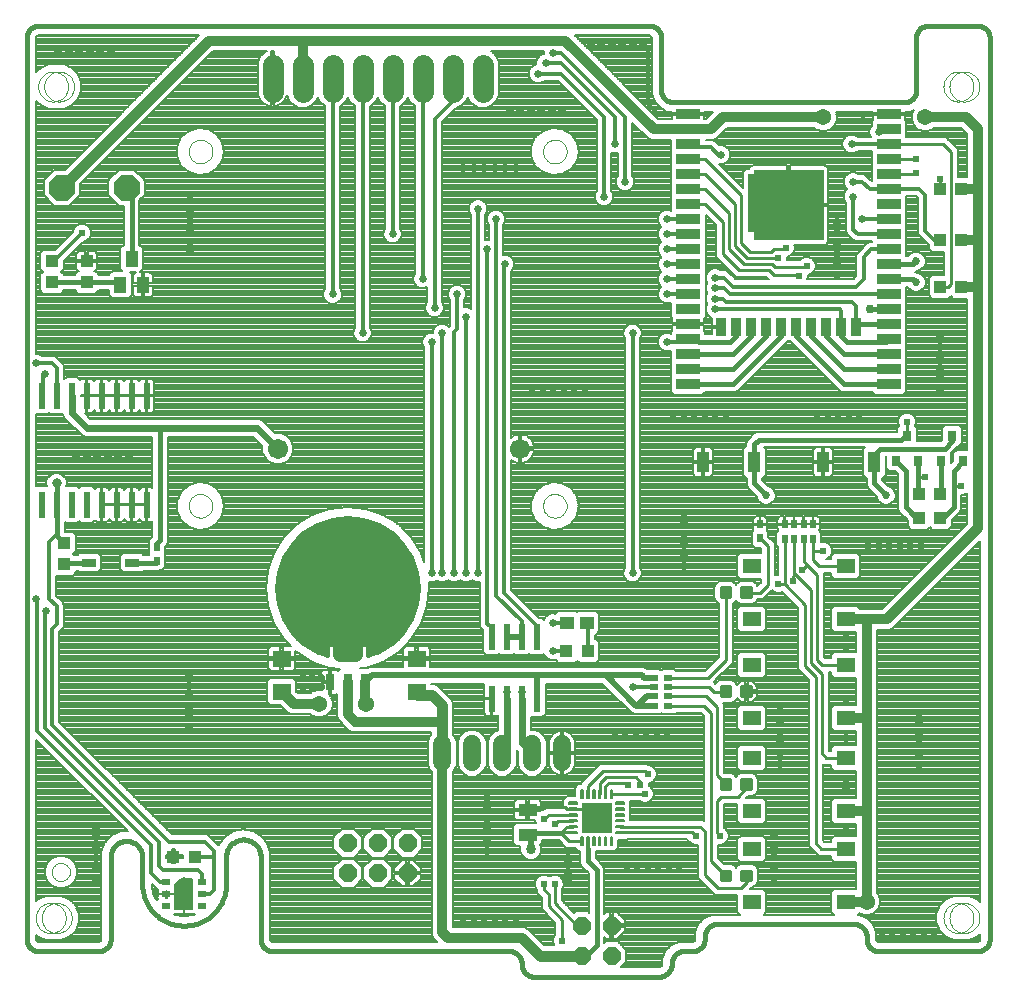
<source format=gtl>
G75*
G70*
%OFA0B0*%
%FSLAX24Y24*%
%IPPOS*%
%LPD*%
%AMOC8*
5,1,8,0,0,1.08239X$1,22.5*
%
%ADD10C,0.0000*%
%ADD11C,0.0160*%
%ADD12R,0.0591X0.0354*%
%ADD13R,0.0354X0.0591*%
%ADD14R,0.2362X0.2362*%
%ADD15C,0.0118*%
%ADD16R,0.0610X0.0512*%
%ADD17R,0.0787X0.0354*%
%ADD18R,0.1969X0.1969*%
%ADD19C,0.0055*%
%ADD20R,0.0984X0.0984*%
%ADD21R,0.0630X0.0433*%
%ADD22R,0.0315X0.0354*%
%ADD23R,0.0394X0.0433*%
%ADD24R,0.0236X0.0866*%
%ADD25R,0.0472X0.0276*%
%ADD26R,0.0433X0.0394*%
%ADD27R,0.0197X0.0276*%
%ADD28C,0.0675*%
%ADD29C,0.0600*%
%ADD30R,0.0400X0.0700*%
%ADD31C,0.0270*%
%ADD32R,0.0315X0.0197*%
%ADD33R,0.0079X0.0079*%
%ADD34C,0.0050*%
%ADD35R,0.0256X0.0197*%
%ADD36R,0.0197X0.0256*%
%ADD37C,0.0700*%
%ADD38R,0.0240X0.0870*%
%ADD39R,0.0394X0.0551*%
%ADD40OC8,0.0850*%
%ADD41R,0.0453X0.0433*%
%ADD42R,0.0630X0.0551*%
%ADD43OC8,0.0600*%
%ADD44R,0.0315X0.0551*%
%ADD45C,0.0500*%
%ADD46C,0.0080*%
%ADD47C,0.0100*%
%ADD48C,0.0280*%
%ADD49C,0.0260*%
%ADD50C,0.0120*%
%ADD51C,0.0140*%
%ADD52C,0.0540*%
%ADD53C,0.0340*%
%ADD54C,0.0320*%
%ADD55C,0.0180*%
%ADD56C,0.0200*%
%ADD57C,0.0340*%
%ADD58C,0.0240*%
%ADD59C,0.0300*%
%ADD60C,0.0110*%
%ADD61C,0.0240*%
%ADD62C,0.0360*%
%ADD63C,0.0356*%
%ADD64C,0.1000*%
D10*
X001696Y002796D02*
X001698Y002840D01*
X001704Y002884D01*
X001714Y002927D01*
X001727Y002969D01*
X001744Y003010D01*
X001765Y003049D01*
X001789Y003086D01*
X001816Y003121D01*
X001846Y003153D01*
X001879Y003183D01*
X001915Y003209D01*
X001952Y003233D01*
X001992Y003252D01*
X002033Y003269D01*
X002076Y003281D01*
X002119Y003290D01*
X002163Y003295D01*
X002207Y003296D01*
X002251Y003293D01*
X002295Y003286D01*
X002338Y003275D01*
X002380Y003261D01*
X002420Y003243D01*
X002459Y003221D01*
X002495Y003197D01*
X002529Y003169D01*
X002561Y003138D01*
X002590Y003104D01*
X002616Y003068D01*
X002638Y003030D01*
X002657Y002990D01*
X002672Y002948D01*
X002684Y002906D01*
X002692Y002862D01*
X002696Y002818D01*
X002696Y002774D01*
X002692Y002730D01*
X002684Y002686D01*
X002672Y002644D01*
X002657Y002602D01*
X002638Y002562D01*
X002616Y002524D01*
X002590Y002488D01*
X002561Y002454D01*
X002529Y002423D01*
X002495Y002395D01*
X002459Y002371D01*
X002420Y002349D01*
X002380Y002331D01*
X002338Y002317D01*
X002295Y002306D01*
X002251Y002299D01*
X002207Y002296D01*
X002163Y002297D01*
X002119Y002302D01*
X002076Y002311D01*
X002033Y002323D01*
X001992Y002340D01*
X001952Y002359D01*
X001915Y002383D01*
X001879Y002409D01*
X001846Y002439D01*
X001816Y002471D01*
X001789Y002506D01*
X001765Y002543D01*
X001744Y002582D01*
X001727Y002623D01*
X001714Y002665D01*
X001704Y002708D01*
X001698Y002752D01*
X001696Y002796D01*
X001896Y002796D02*
X001898Y002840D01*
X001904Y002884D01*
X001914Y002927D01*
X001927Y002969D01*
X001944Y003010D01*
X001965Y003049D01*
X001989Y003086D01*
X002016Y003121D01*
X002046Y003153D01*
X002079Y003183D01*
X002115Y003209D01*
X002152Y003233D01*
X002192Y003252D01*
X002233Y003269D01*
X002276Y003281D01*
X002319Y003290D01*
X002363Y003295D01*
X002407Y003296D01*
X002451Y003293D01*
X002495Y003286D01*
X002538Y003275D01*
X002580Y003261D01*
X002620Y003243D01*
X002659Y003221D01*
X002695Y003197D01*
X002729Y003169D01*
X002761Y003138D01*
X002790Y003104D01*
X002816Y003068D01*
X002838Y003030D01*
X002857Y002990D01*
X002872Y002948D01*
X002884Y002906D01*
X002892Y002862D01*
X002896Y002818D01*
X002896Y002774D01*
X002892Y002730D01*
X002884Y002686D01*
X002872Y002644D01*
X002857Y002602D01*
X002838Y002562D01*
X002816Y002524D01*
X002790Y002488D01*
X002761Y002454D01*
X002729Y002423D01*
X002695Y002395D01*
X002659Y002371D01*
X002620Y002349D01*
X002580Y002331D01*
X002538Y002317D01*
X002495Y002306D01*
X002451Y002299D01*
X002407Y002296D01*
X002363Y002297D01*
X002319Y002302D01*
X002276Y002311D01*
X002233Y002323D01*
X002192Y002340D01*
X002152Y002359D01*
X002115Y002383D01*
X002079Y002409D01*
X002046Y002439D01*
X002016Y002471D01*
X001989Y002506D01*
X001965Y002543D01*
X001944Y002582D01*
X001927Y002623D01*
X001914Y002665D01*
X001904Y002708D01*
X001898Y002752D01*
X001896Y002796D01*
X002232Y004331D02*
X002234Y004365D01*
X002240Y004399D01*
X002249Y004432D01*
X002263Y004463D01*
X002280Y004493D01*
X002300Y004521D01*
X002323Y004546D01*
X002349Y004569D01*
X002377Y004588D01*
X002407Y004604D01*
X002439Y004616D01*
X002472Y004625D01*
X002506Y004630D01*
X002541Y004631D01*
X002575Y004628D01*
X002608Y004621D01*
X002641Y004611D01*
X002672Y004596D01*
X002701Y004579D01*
X002728Y004558D01*
X002753Y004534D01*
X002775Y004507D01*
X002793Y004479D01*
X002808Y004448D01*
X002820Y004416D01*
X002828Y004382D01*
X002832Y004348D01*
X002832Y004314D01*
X002828Y004280D01*
X002820Y004246D01*
X002808Y004214D01*
X002793Y004183D01*
X002775Y004155D01*
X002753Y004128D01*
X002728Y004104D01*
X002701Y004083D01*
X002672Y004066D01*
X002641Y004051D01*
X002608Y004041D01*
X002575Y004034D01*
X002541Y004031D01*
X002506Y004032D01*
X002472Y004037D01*
X002439Y004046D01*
X002407Y004058D01*
X002377Y004074D01*
X002349Y004093D01*
X002323Y004116D01*
X002300Y004141D01*
X002280Y004169D01*
X002263Y004199D01*
X002249Y004230D01*
X002240Y004263D01*
X002234Y004297D01*
X002232Y004331D01*
X006792Y016535D02*
X006794Y016574D01*
X006800Y016613D01*
X006810Y016651D01*
X006823Y016688D01*
X006840Y016723D01*
X006860Y016757D01*
X006884Y016788D01*
X006911Y016817D01*
X006940Y016843D01*
X006972Y016866D01*
X007006Y016886D01*
X007042Y016902D01*
X007079Y016914D01*
X007118Y016923D01*
X007157Y016928D01*
X007196Y016929D01*
X007235Y016926D01*
X007274Y016919D01*
X007311Y016908D01*
X007348Y016894D01*
X007383Y016876D01*
X007416Y016855D01*
X007447Y016830D01*
X007475Y016803D01*
X007500Y016773D01*
X007522Y016740D01*
X007541Y016706D01*
X007556Y016670D01*
X007568Y016632D01*
X007576Y016594D01*
X007580Y016555D01*
X007580Y016515D01*
X007576Y016476D01*
X007568Y016438D01*
X007556Y016400D01*
X007541Y016364D01*
X007522Y016330D01*
X007500Y016297D01*
X007475Y016267D01*
X007447Y016240D01*
X007416Y016215D01*
X007383Y016194D01*
X007348Y016176D01*
X007311Y016162D01*
X007274Y016151D01*
X007235Y016144D01*
X007196Y016141D01*
X007157Y016142D01*
X007118Y016147D01*
X007079Y016156D01*
X007042Y016168D01*
X007006Y016184D01*
X006972Y016204D01*
X006940Y016227D01*
X006911Y016253D01*
X006884Y016282D01*
X006860Y016313D01*
X006840Y016347D01*
X006823Y016382D01*
X006810Y016419D01*
X006800Y016457D01*
X006794Y016496D01*
X006792Y016535D01*
X006792Y028346D02*
X006794Y028385D01*
X006800Y028424D01*
X006810Y028462D01*
X006823Y028499D01*
X006840Y028534D01*
X006860Y028568D01*
X006884Y028599D01*
X006911Y028628D01*
X006940Y028654D01*
X006972Y028677D01*
X007006Y028697D01*
X007042Y028713D01*
X007079Y028725D01*
X007118Y028734D01*
X007157Y028739D01*
X007196Y028740D01*
X007235Y028737D01*
X007274Y028730D01*
X007311Y028719D01*
X007348Y028705D01*
X007383Y028687D01*
X007416Y028666D01*
X007447Y028641D01*
X007475Y028614D01*
X007500Y028584D01*
X007522Y028551D01*
X007541Y028517D01*
X007556Y028481D01*
X007568Y028443D01*
X007576Y028405D01*
X007580Y028366D01*
X007580Y028326D01*
X007576Y028287D01*
X007568Y028249D01*
X007556Y028211D01*
X007541Y028175D01*
X007522Y028141D01*
X007500Y028108D01*
X007475Y028078D01*
X007447Y028051D01*
X007416Y028026D01*
X007383Y028005D01*
X007348Y027987D01*
X007311Y027973D01*
X007274Y027962D01*
X007235Y027955D01*
X007196Y027952D01*
X007157Y027953D01*
X007118Y027958D01*
X007079Y027967D01*
X007042Y027979D01*
X007006Y027995D01*
X006972Y028015D01*
X006940Y028038D01*
X006911Y028064D01*
X006884Y028093D01*
X006860Y028124D01*
X006840Y028158D01*
X006823Y028193D01*
X006810Y028230D01*
X006800Y028268D01*
X006794Y028307D01*
X006792Y028346D01*
X001974Y030512D02*
X001976Y030556D01*
X001982Y030600D01*
X001992Y030643D01*
X002005Y030685D01*
X002022Y030726D01*
X002043Y030765D01*
X002067Y030802D01*
X002094Y030837D01*
X002124Y030869D01*
X002157Y030899D01*
X002193Y030925D01*
X002230Y030949D01*
X002270Y030968D01*
X002311Y030985D01*
X002354Y030997D01*
X002397Y031006D01*
X002441Y031011D01*
X002485Y031012D01*
X002529Y031009D01*
X002573Y031002D01*
X002616Y030991D01*
X002658Y030977D01*
X002698Y030959D01*
X002737Y030937D01*
X002773Y030913D01*
X002807Y030885D01*
X002839Y030854D01*
X002868Y030820D01*
X002894Y030784D01*
X002916Y030746D01*
X002935Y030706D01*
X002950Y030664D01*
X002962Y030622D01*
X002970Y030578D01*
X002974Y030534D01*
X002974Y030490D01*
X002970Y030446D01*
X002962Y030402D01*
X002950Y030360D01*
X002935Y030318D01*
X002916Y030278D01*
X002894Y030240D01*
X002868Y030204D01*
X002839Y030170D01*
X002807Y030139D01*
X002773Y030111D01*
X002737Y030087D01*
X002698Y030065D01*
X002658Y030047D01*
X002616Y030033D01*
X002573Y030022D01*
X002529Y030015D01*
X002485Y030012D01*
X002441Y030013D01*
X002397Y030018D01*
X002354Y030027D01*
X002311Y030039D01*
X002270Y030056D01*
X002230Y030075D01*
X002193Y030099D01*
X002157Y030125D01*
X002124Y030155D01*
X002094Y030187D01*
X002067Y030222D01*
X002043Y030259D01*
X002022Y030298D01*
X002005Y030339D01*
X001992Y030381D01*
X001982Y030424D01*
X001976Y030468D01*
X001974Y030512D01*
X001774Y030512D02*
X001776Y030556D01*
X001782Y030600D01*
X001792Y030643D01*
X001805Y030685D01*
X001822Y030726D01*
X001843Y030765D01*
X001867Y030802D01*
X001894Y030837D01*
X001924Y030869D01*
X001957Y030899D01*
X001993Y030925D01*
X002030Y030949D01*
X002070Y030968D01*
X002111Y030985D01*
X002154Y030997D01*
X002197Y031006D01*
X002241Y031011D01*
X002285Y031012D01*
X002329Y031009D01*
X002373Y031002D01*
X002416Y030991D01*
X002458Y030977D01*
X002498Y030959D01*
X002537Y030937D01*
X002573Y030913D01*
X002607Y030885D01*
X002639Y030854D01*
X002668Y030820D01*
X002694Y030784D01*
X002716Y030746D01*
X002735Y030706D01*
X002750Y030664D01*
X002762Y030622D01*
X002770Y030578D01*
X002774Y030534D01*
X002774Y030490D01*
X002770Y030446D01*
X002762Y030402D01*
X002750Y030360D01*
X002735Y030318D01*
X002716Y030278D01*
X002694Y030240D01*
X002668Y030204D01*
X002639Y030170D01*
X002607Y030139D01*
X002573Y030111D01*
X002537Y030087D01*
X002498Y030065D01*
X002458Y030047D01*
X002416Y030033D01*
X002373Y030022D01*
X002329Y030015D01*
X002285Y030012D01*
X002241Y030013D01*
X002197Y030018D01*
X002154Y030027D01*
X002111Y030039D01*
X002070Y030056D01*
X002030Y030075D01*
X001993Y030099D01*
X001957Y030125D01*
X001924Y030155D01*
X001894Y030187D01*
X001867Y030222D01*
X001843Y030259D01*
X001822Y030298D01*
X001805Y030339D01*
X001792Y030381D01*
X001782Y030424D01*
X001776Y030468D01*
X001774Y030512D01*
X018603Y028346D02*
X018605Y028385D01*
X018611Y028424D01*
X018621Y028462D01*
X018634Y028499D01*
X018651Y028534D01*
X018671Y028568D01*
X018695Y028599D01*
X018722Y028628D01*
X018751Y028654D01*
X018783Y028677D01*
X018817Y028697D01*
X018853Y028713D01*
X018890Y028725D01*
X018929Y028734D01*
X018968Y028739D01*
X019007Y028740D01*
X019046Y028737D01*
X019085Y028730D01*
X019122Y028719D01*
X019159Y028705D01*
X019194Y028687D01*
X019227Y028666D01*
X019258Y028641D01*
X019286Y028614D01*
X019311Y028584D01*
X019333Y028551D01*
X019352Y028517D01*
X019367Y028481D01*
X019379Y028443D01*
X019387Y028405D01*
X019391Y028366D01*
X019391Y028326D01*
X019387Y028287D01*
X019379Y028249D01*
X019367Y028211D01*
X019352Y028175D01*
X019333Y028141D01*
X019311Y028108D01*
X019286Y028078D01*
X019258Y028051D01*
X019227Y028026D01*
X019194Y028005D01*
X019159Y027987D01*
X019122Y027973D01*
X019085Y027962D01*
X019046Y027955D01*
X019007Y027952D01*
X018968Y027953D01*
X018929Y027958D01*
X018890Y027967D01*
X018853Y027979D01*
X018817Y027995D01*
X018783Y028015D01*
X018751Y028038D01*
X018722Y028064D01*
X018695Y028093D01*
X018671Y028124D01*
X018651Y028158D01*
X018634Y028193D01*
X018621Y028230D01*
X018611Y028268D01*
X018605Y028307D01*
X018603Y028346D01*
X018603Y016535D02*
X018605Y016574D01*
X018611Y016613D01*
X018621Y016651D01*
X018634Y016688D01*
X018651Y016723D01*
X018671Y016757D01*
X018695Y016788D01*
X018722Y016817D01*
X018751Y016843D01*
X018783Y016866D01*
X018817Y016886D01*
X018853Y016902D01*
X018890Y016914D01*
X018929Y016923D01*
X018968Y016928D01*
X019007Y016929D01*
X019046Y016926D01*
X019085Y016919D01*
X019122Y016908D01*
X019159Y016894D01*
X019194Y016876D01*
X019227Y016855D01*
X019258Y016830D01*
X019286Y016803D01*
X019311Y016773D01*
X019333Y016740D01*
X019352Y016706D01*
X019367Y016670D01*
X019379Y016632D01*
X019387Y016594D01*
X019391Y016555D01*
X019391Y016515D01*
X019387Y016476D01*
X019379Y016438D01*
X019367Y016400D01*
X019352Y016364D01*
X019333Y016330D01*
X019311Y016297D01*
X019286Y016267D01*
X019258Y016240D01*
X019227Y016215D01*
X019194Y016194D01*
X019159Y016176D01*
X019122Y016162D01*
X019085Y016151D01*
X019046Y016144D01*
X019007Y016141D01*
X018968Y016142D01*
X018929Y016147D01*
X018890Y016156D01*
X018853Y016168D01*
X018817Y016184D01*
X018783Y016204D01*
X018751Y016227D01*
X018722Y016253D01*
X018695Y016282D01*
X018671Y016313D01*
X018651Y016347D01*
X018634Y016382D01*
X018621Y016419D01*
X018611Y016457D01*
X018605Y016496D01*
X018603Y016535D01*
X031953Y002796D02*
X031955Y002840D01*
X031961Y002884D01*
X031971Y002927D01*
X031984Y002969D01*
X032001Y003010D01*
X032022Y003049D01*
X032046Y003086D01*
X032073Y003121D01*
X032103Y003153D01*
X032136Y003183D01*
X032172Y003209D01*
X032209Y003233D01*
X032249Y003252D01*
X032290Y003269D01*
X032333Y003281D01*
X032376Y003290D01*
X032420Y003295D01*
X032464Y003296D01*
X032508Y003293D01*
X032552Y003286D01*
X032595Y003275D01*
X032637Y003261D01*
X032677Y003243D01*
X032716Y003221D01*
X032752Y003197D01*
X032786Y003169D01*
X032818Y003138D01*
X032847Y003104D01*
X032873Y003068D01*
X032895Y003030D01*
X032914Y002990D01*
X032929Y002948D01*
X032941Y002906D01*
X032949Y002862D01*
X032953Y002818D01*
X032953Y002774D01*
X032949Y002730D01*
X032941Y002686D01*
X032929Y002644D01*
X032914Y002602D01*
X032895Y002562D01*
X032873Y002524D01*
X032847Y002488D01*
X032818Y002454D01*
X032786Y002423D01*
X032752Y002395D01*
X032716Y002371D01*
X032677Y002349D01*
X032637Y002331D01*
X032595Y002317D01*
X032552Y002306D01*
X032508Y002299D01*
X032464Y002296D01*
X032420Y002297D01*
X032376Y002302D01*
X032333Y002311D01*
X032290Y002323D01*
X032249Y002340D01*
X032209Y002359D01*
X032172Y002383D01*
X032136Y002409D01*
X032103Y002439D01*
X032073Y002471D01*
X032046Y002506D01*
X032022Y002543D01*
X032001Y002582D01*
X031984Y002623D01*
X031971Y002665D01*
X031961Y002708D01*
X031955Y002752D01*
X031953Y002796D01*
X032153Y002796D02*
X032155Y002840D01*
X032161Y002884D01*
X032171Y002927D01*
X032184Y002969D01*
X032201Y003010D01*
X032222Y003049D01*
X032246Y003086D01*
X032273Y003121D01*
X032303Y003153D01*
X032336Y003183D01*
X032372Y003209D01*
X032409Y003233D01*
X032449Y003252D01*
X032490Y003269D01*
X032533Y003281D01*
X032576Y003290D01*
X032620Y003295D01*
X032664Y003296D01*
X032708Y003293D01*
X032752Y003286D01*
X032795Y003275D01*
X032837Y003261D01*
X032877Y003243D01*
X032916Y003221D01*
X032952Y003197D01*
X032986Y003169D01*
X033018Y003138D01*
X033047Y003104D01*
X033073Y003068D01*
X033095Y003030D01*
X033114Y002990D01*
X033129Y002948D01*
X033141Y002906D01*
X033149Y002862D01*
X033153Y002818D01*
X033153Y002774D01*
X033149Y002730D01*
X033141Y002686D01*
X033129Y002644D01*
X033114Y002602D01*
X033095Y002562D01*
X033073Y002524D01*
X033047Y002488D01*
X033018Y002454D01*
X032986Y002423D01*
X032952Y002395D01*
X032916Y002371D01*
X032877Y002349D01*
X032837Y002331D01*
X032795Y002317D01*
X032752Y002306D01*
X032708Y002299D01*
X032664Y002296D01*
X032620Y002297D01*
X032576Y002302D01*
X032533Y002311D01*
X032490Y002323D01*
X032449Y002340D01*
X032409Y002359D01*
X032372Y002383D01*
X032336Y002409D01*
X032303Y002439D01*
X032273Y002471D01*
X032246Y002506D01*
X032222Y002543D01*
X032201Y002582D01*
X032184Y002623D01*
X032171Y002665D01*
X032161Y002708D01*
X032155Y002752D01*
X032153Y002796D01*
X031953Y030512D02*
X031955Y030556D01*
X031961Y030600D01*
X031971Y030643D01*
X031984Y030685D01*
X032001Y030726D01*
X032022Y030765D01*
X032046Y030802D01*
X032073Y030837D01*
X032103Y030869D01*
X032136Y030899D01*
X032172Y030925D01*
X032209Y030949D01*
X032249Y030968D01*
X032290Y030985D01*
X032333Y030997D01*
X032376Y031006D01*
X032420Y031011D01*
X032464Y031012D01*
X032508Y031009D01*
X032552Y031002D01*
X032595Y030991D01*
X032637Y030977D01*
X032677Y030959D01*
X032716Y030937D01*
X032752Y030913D01*
X032786Y030885D01*
X032818Y030854D01*
X032847Y030820D01*
X032873Y030784D01*
X032895Y030746D01*
X032914Y030706D01*
X032929Y030664D01*
X032941Y030622D01*
X032949Y030578D01*
X032953Y030534D01*
X032953Y030490D01*
X032949Y030446D01*
X032941Y030402D01*
X032929Y030360D01*
X032914Y030318D01*
X032895Y030278D01*
X032873Y030240D01*
X032847Y030204D01*
X032818Y030170D01*
X032786Y030139D01*
X032752Y030111D01*
X032716Y030087D01*
X032677Y030065D01*
X032637Y030047D01*
X032595Y030033D01*
X032552Y030022D01*
X032508Y030015D01*
X032464Y030012D01*
X032420Y030013D01*
X032376Y030018D01*
X032333Y030027D01*
X032290Y030039D01*
X032249Y030056D01*
X032209Y030075D01*
X032172Y030099D01*
X032136Y030125D01*
X032103Y030155D01*
X032073Y030187D01*
X032046Y030222D01*
X032022Y030259D01*
X032001Y030298D01*
X031984Y030339D01*
X031971Y030381D01*
X031961Y030424D01*
X031955Y030468D01*
X031953Y030512D01*
X032153Y030512D02*
X032155Y030556D01*
X032161Y030600D01*
X032171Y030643D01*
X032184Y030685D01*
X032201Y030726D01*
X032222Y030765D01*
X032246Y030802D01*
X032273Y030837D01*
X032303Y030869D01*
X032336Y030899D01*
X032372Y030925D01*
X032409Y030949D01*
X032449Y030968D01*
X032490Y030985D01*
X032533Y030997D01*
X032576Y031006D01*
X032620Y031011D01*
X032664Y031012D01*
X032708Y031009D01*
X032752Y031002D01*
X032795Y030991D01*
X032837Y030977D01*
X032877Y030959D01*
X032916Y030937D01*
X032952Y030913D01*
X032986Y030885D01*
X033018Y030854D01*
X033047Y030820D01*
X033073Y030784D01*
X033095Y030746D01*
X033114Y030706D01*
X033129Y030664D01*
X033141Y030622D01*
X033149Y030578D01*
X033153Y030534D01*
X033153Y030490D01*
X033149Y030446D01*
X033141Y030402D01*
X033129Y030360D01*
X033114Y030318D01*
X033095Y030278D01*
X033073Y030240D01*
X033047Y030204D01*
X033018Y030170D01*
X032986Y030139D01*
X032952Y030111D01*
X032916Y030087D01*
X032877Y030065D01*
X032837Y030047D01*
X032795Y030033D01*
X032752Y030022D01*
X032708Y030015D01*
X032664Y030012D01*
X032620Y030013D01*
X032576Y030018D01*
X032533Y030027D01*
X032490Y030039D01*
X032449Y030056D01*
X032409Y030075D01*
X032372Y030099D01*
X032336Y030125D01*
X032303Y030155D01*
X032273Y030187D01*
X032246Y030222D01*
X032222Y030259D01*
X032201Y030298D01*
X032184Y030339D01*
X032171Y030381D01*
X032161Y030424D01*
X032155Y030468D01*
X032153Y030512D01*
D11*
X003790Y001690D02*
X001790Y001690D01*
X001751Y001692D01*
X001712Y001698D01*
X001674Y001707D01*
X001637Y001720D01*
X001601Y001737D01*
X001568Y001757D01*
X001536Y001781D01*
X001507Y001807D01*
X001481Y001836D01*
X001457Y001868D01*
X001437Y001901D01*
X001420Y001937D01*
X001407Y001974D01*
X001398Y002012D01*
X001392Y002051D01*
X001390Y002090D01*
X001390Y032140D01*
X001392Y032179D01*
X001398Y032218D01*
X001407Y032256D01*
X001420Y032293D01*
X001437Y032329D01*
X001457Y032362D01*
X001481Y032394D01*
X001507Y032423D01*
X001536Y032449D01*
X001568Y032473D01*
X001601Y032493D01*
X001637Y032510D01*
X001674Y032523D01*
X001712Y032532D01*
X001751Y032538D01*
X001790Y032540D01*
X022140Y032540D01*
X022179Y032538D01*
X022218Y032532D01*
X022256Y032523D01*
X022293Y032510D01*
X022329Y032493D01*
X022362Y032473D01*
X022394Y032449D01*
X022423Y032423D01*
X022449Y032394D01*
X022473Y032362D01*
X022493Y032329D01*
X022510Y032293D01*
X022523Y032256D01*
X022532Y032218D01*
X022538Y032179D01*
X022540Y032140D01*
X022540Y030390D01*
X022542Y030351D01*
X022548Y030312D01*
X022557Y030274D01*
X022570Y030237D01*
X022587Y030201D01*
X022607Y030168D01*
X022631Y030136D01*
X022657Y030107D01*
X022686Y030081D01*
X022718Y030057D01*
X022751Y030037D01*
X022787Y030020D01*
X022824Y030007D01*
X022862Y029998D01*
X022901Y029992D01*
X022940Y029990D01*
X030640Y029990D01*
X030679Y029992D01*
X030718Y029998D01*
X030756Y030007D01*
X030793Y030020D01*
X030829Y030037D01*
X030862Y030057D01*
X030894Y030081D01*
X030923Y030107D01*
X030949Y030136D01*
X030973Y030168D01*
X030993Y030201D01*
X031010Y030237D01*
X031023Y030274D01*
X031032Y030312D01*
X031038Y030351D01*
X031040Y030390D01*
X031040Y032140D01*
X031042Y032179D01*
X031048Y032218D01*
X031057Y032256D01*
X031070Y032293D01*
X031087Y032329D01*
X031107Y032362D01*
X031131Y032394D01*
X031157Y032423D01*
X031186Y032449D01*
X031218Y032473D01*
X031251Y032493D01*
X031287Y032510D01*
X031324Y032523D01*
X031362Y032532D01*
X031401Y032538D01*
X031440Y032540D01*
X033090Y032540D01*
X033129Y032538D01*
X033168Y032532D01*
X033206Y032523D01*
X033243Y032510D01*
X033279Y032493D01*
X033312Y032473D01*
X033344Y032449D01*
X033373Y032423D01*
X033399Y032394D01*
X033423Y032362D01*
X033443Y032329D01*
X033460Y032293D01*
X033473Y032256D01*
X033482Y032218D01*
X033488Y032179D01*
X033490Y032140D01*
X033490Y002090D01*
X033488Y002051D01*
X033482Y002012D01*
X033473Y001974D01*
X033460Y001937D01*
X033443Y001901D01*
X033423Y001868D01*
X033399Y001836D01*
X033373Y001807D01*
X033344Y001781D01*
X033312Y001757D01*
X033279Y001737D01*
X033243Y001720D01*
X033206Y001707D01*
X033168Y001698D01*
X033129Y001692D01*
X033090Y001690D01*
X029790Y001690D01*
X029751Y001692D01*
X029712Y001698D01*
X029674Y001707D01*
X029637Y001720D01*
X029601Y001737D01*
X029568Y001757D01*
X029536Y001781D01*
X029507Y001807D01*
X029481Y001836D01*
X029457Y001868D01*
X029437Y001901D01*
X029420Y001937D01*
X029407Y001974D01*
X029398Y002012D01*
X029392Y002051D01*
X029390Y002090D01*
X029390Y002190D01*
X029388Y002229D01*
X029382Y002268D01*
X029373Y002306D01*
X029360Y002343D01*
X029343Y002379D01*
X029323Y002412D01*
X029299Y002444D01*
X029273Y002473D01*
X029244Y002499D01*
X029212Y002523D01*
X029179Y002543D01*
X029143Y002560D01*
X029106Y002573D01*
X029068Y002582D01*
X029029Y002588D01*
X028990Y002590D01*
X024390Y002590D01*
X024351Y002588D01*
X024312Y002582D01*
X024274Y002573D01*
X024237Y002560D01*
X024201Y002543D01*
X024168Y002523D01*
X024136Y002499D01*
X024107Y002473D01*
X024081Y002444D01*
X024057Y002412D01*
X024037Y002379D01*
X024020Y002343D01*
X024007Y002306D01*
X023998Y002268D01*
X023992Y002229D01*
X023990Y002190D01*
X023990Y002090D01*
X023988Y002051D01*
X023982Y002012D01*
X023973Y001974D01*
X023960Y001937D01*
X023943Y001901D01*
X023923Y001868D01*
X023899Y001836D01*
X023873Y001807D01*
X023844Y001781D01*
X023812Y001757D01*
X023779Y001737D01*
X023743Y001720D01*
X023706Y001707D01*
X023668Y001698D01*
X023629Y001692D01*
X023590Y001690D01*
X023290Y001690D01*
X023251Y001688D01*
X023212Y001682D01*
X023174Y001673D01*
X023137Y001660D01*
X023101Y001643D01*
X023068Y001623D01*
X023036Y001599D01*
X023007Y001573D01*
X022981Y001544D01*
X022957Y001512D01*
X022937Y001479D01*
X022920Y001443D01*
X022907Y001406D01*
X022898Y001368D01*
X022892Y001329D01*
X022890Y001290D01*
X022891Y001251D01*
X022888Y001211D01*
X022881Y001173D01*
X022871Y001135D01*
X022857Y001098D01*
X022840Y001062D01*
X022819Y001029D01*
X022796Y000997D01*
X022770Y000968D01*
X022741Y000941D01*
X022710Y000917D01*
X022677Y000895D01*
X022642Y000877D01*
X022605Y000863D01*
X022568Y000852D01*
X022529Y000844D01*
X022490Y000840D01*
X018290Y000840D01*
X018251Y000844D01*
X018212Y000852D01*
X018175Y000863D01*
X018138Y000877D01*
X018103Y000895D01*
X018070Y000917D01*
X018039Y000941D01*
X018010Y000968D01*
X017984Y000997D01*
X017961Y001029D01*
X017940Y001062D01*
X017923Y001098D01*
X017909Y001135D01*
X017899Y001173D01*
X017892Y001211D01*
X017889Y001251D01*
X017890Y001290D01*
X017888Y001329D01*
X017882Y001368D01*
X017873Y001406D01*
X017860Y001443D01*
X017843Y001479D01*
X017823Y001512D01*
X017799Y001544D01*
X017773Y001573D01*
X017744Y001599D01*
X017712Y001623D01*
X017679Y001643D01*
X017643Y001660D01*
X017606Y001673D01*
X017568Y001682D01*
X017529Y001688D01*
X017490Y001690D01*
X009590Y001690D01*
X009551Y001692D01*
X009512Y001698D01*
X009474Y001707D01*
X009437Y001720D01*
X009401Y001737D01*
X009368Y001757D01*
X009336Y001781D01*
X009307Y001807D01*
X009281Y001836D01*
X009257Y001868D01*
X009237Y001901D01*
X009220Y001937D01*
X009207Y001974D01*
X009198Y002012D01*
X009192Y002051D01*
X009190Y002090D01*
X009190Y004840D01*
X009188Y004886D01*
X009183Y004932D01*
X009173Y004978D01*
X009160Y005022D01*
X009144Y005065D01*
X009124Y005107D01*
X009101Y005147D01*
X009075Y005185D01*
X009045Y005221D01*
X009013Y005255D01*
X008979Y005285D01*
X008942Y005313D01*
X008903Y005338D01*
X008861Y005359D01*
X008819Y005378D01*
X008775Y005392D01*
X008730Y005403D01*
X008684Y005411D01*
X008638Y005415D01*
X008592Y005415D01*
X008546Y005411D01*
X008500Y005403D01*
X008455Y005392D01*
X008411Y005378D01*
X008369Y005359D01*
X008327Y005338D01*
X008288Y005313D01*
X008251Y005285D01*
X008217Y005255D01*
X008185Y005221D01*
X008155Y005185D01*
X008129Y005147D01*
X008106Y005107D01*
X008086Y005065D01*
X008070Y005022D01*
X008057Y004978D01*
X008047Y004932D01*
X008042Y004886D01*
X008040Y004840D01*
X008040Y003940D01*
X008038Y003867D01*
X008032Y003794D01*
X008023Y003721D01*
X008009Y003649D01*
X007992Y003578D01*
X007971Y003507D01*
X007947Y003438D01*
X007919Y003371D01*
X007887Y003304D01*
X007852Y003240D01*
X007814Y003178D01*
X007773Y003117D01*
X007728Y003059D01*
X007680Y003003D01*
X007630Y002950D01*
X007577Y002900D01*
X007521Y002852D01*
X007463Y002807D01*
X007402Y002766D01*
X007340Y002728D01*
X007276Y002693D01*
X007209Y002661D01*
X007142Y002633D01*
X007073Y002609D01*
X007002Y002588D01*
X006931Y002571D01*
X006859Y002557D01*
X006786Y002548D01*
X006713Y002542D01*
X006640Y002540D01*
X006567Y002542D01*
X006494Y002548D01*
X006421Y002557D01*
X006349Y002571D01*
X006278Y002588D01*
X006207Y002609D01*
X006138Y002633D01*
X006071Y002661D01*
X006004Y002693D01*
X005940Y002728D01*
X005878Y002766D01*
X005817Y002807D01*
X005759Y002852D01*
X005703Y002900D01*
X005650Y002950D01*
X005600Y003003D01*
X005552Y003059D01*
X005507Y003117D01*
X005466Y003178D01*
X005428Y003240D01*
X005393Y003304D01*
X005361Y003371D01*
X005333Y003438D01*
X005309Y003507D01*
X005288Y003578D01*
X005271Y003649D01*
X005257Y003721D01*
X005248Y003794D01*
X005242Y003867D01*
X005240Y003940D01*
X005240Y004840D01*
X005238Y004885D01*
X005232Y004929D01*
X005223Y004972D01*
X005210Y005015D01*
X005193Y005056D01*
X005173Y005096D01*
X005150Y005134D01*
X005123Y005170D01*
X005094Y005203D01*
X005062Y005234D01*
X005027Y005262D01*
X004990Y005287D01*
X004951Y005309D01*
X004911Y005327D01*
X004869Y005342D01*
X004826Y005353D01*
X004782Y005361D01*
X004737Y005365D01*
X004693Y005365D01*
X004648Y005361D01*
X004604Y005353D01*
X004561Y005342D01*
X004519Y005327D01*
X004479Y005309D01*
X004440Y005287D01*
X004403Y005262D01*
X004368Y005234D01*
X004336Y005203D01*
X004307Y005170D01*
X004280Y005134D01*
X004257Y005096D01*
X004237Y005056D01*
X004220Y005015D01*
X004207Y004972D01*
X004198Y004929D01*
X004192Y004885D01*
X004190Y004840D01*
X004190Y002090D01*
X004188Y002051D01*
X004182Y002012D01*
X004173Y001974D01*
X004160Y001937D01*
X004143Y001901D01*
X004123Y001868D01*
X004099Y001836D01*
X004073Y001807D01*
X004044Y001781D01*
X004012Y001757D01*
X003979Y001737D01*
X003943Y001720D01*
X003906Y001707D01*
X003868Y001698D01*
X003829Y001692D01*
X003790Y001690D01*
X018090Y005577D02*
X018153Y005640D01*
X019190Y005640D01*
X020100Y005080D02*
X020100Y004680D01*
X020390Y004390D01*
X020390Y001890D01*
X020040Y001540D01*
X019890Y001540D01*
X024690Y010340D02*
X024695Y010345D01*
X030690Y016490D02*
X030690Y017690D01*
X030366Y018014D01*
X030366Y018046D01*
X029840Y018440D02*
X029640Y018240D01*
X029640Y017997D01*
X029647Y017990D01*
X029647Y017283D01*
X030040Y016890D01*
X030690Y016490D02*
X031040Y016140D01*
X031135Y016140D01*
X031940Y016140D02*
X032290Y016490D01*
X032290Y017190D01*
X032290Y017690D01*
X032614Y018014D01*
X032614Y018046D01*
X031990Y018440D02*
X032240Y018690D01*
X032240Y018873D01*
X031990Y018440D02*
X029840Y018440D01*
X030540Y018740D02*
X025790Y018740D01*
X025640Y018590D01*
X025640Y017997D01*
X025647Y017990D01*
X025647Y017283D01*
X026040Y016890D01*
X024942Y020592D02*
X023444Y020592D01*
X023444Y021092D02*
X024942Y021092D01*
X026040Y022190D01*
X026040Y022505D01*
X025540Y022505D02*
X025540Y022190D01*
X024942Y021592D01*
X023444Y021592D01*
X023444Y022092D02*
X023688Y022092D01*
X023790Y021990D01*
X024840Y021990D01*
X025040Y022190D01*
X025040Y022505D01*
X023547Y023091D02*
X023444Y023091D01*
X023444Y023092D01*
X023444Y023591D02*
X023444Y023592D01*
X023444Y023591D02*
X023547Y023591D01*
X023547Y024091D02*
X023444Y024091D01*
X023444Y024092D01*
X023444Y024591D02*
X023444Y024592D01*
X023444Y024591D02*
X023547Y024591D01*
X023547Y025591D02*
X023444Y025591D01*
X023444Y025592D01*
X023444Y026091D02*
X023444Y026092D01*
X023444Y026091D02*
X023547Y026091D01*
X023547Y026591D02*
X023546Y026592D01*
X023444Y026592D01*
X023444Y027092D02*
X023546Y027092D01*
X023547Y027091D01*
X023547Y027591D02*
X023546Y027592D01*
X023444Y027592D01*
X023444Y028092D02*
X023546Y028092D01*
X023547Y028091D01*
X023547Y028591D02*
X023546Y028592D01*
X023444Y028592D01*
X023444Y029092D02*
X023546Y029092D01*
X023547Y029091D01*
X029491Y023091D02*
X029490Y023090D01*
X029491Y023091D02*
X030033Y023091D01*
X030136Y023091D01*
X030136Y023092D01*
X030136Y022592D02*
X029127Y022592D01*
X029040Y022505D01*
X028540Y022505D02*
X028540Y022190D01*
X028740Y021990D01*
X030034Y021990D01*
X030136Y022092D01*
X030136Y021592D02*
X028638Y021592D01*
X028040Y022190D01*
X028040Y022505D01*
X027540Y022505D02*
X027540Y022190D01*
X028638Y021092D01*
X030136Y021092D01*
X030136Y020592D02*
X028638Y020592D01*
X027040Y022190D01*
X027040Y022505D01*
X026540Y022505D02*
X026540Y022190D01*
X024942Y020592D01*
X030033Y024091D02*
X030136Y024091D01*
X030136Y024092D01*
X030938Y024092D01*
X031040Y023990D01*
X030942Y024592D02*
X031040Y024690D01*
X030942Y024592D02*
X030136Y024592D01*
X030136Y024591D01*
X030033Y024591D01*
X030033Y025591D02*
X030034Y025592D01*
X030136Y025592D01*
X030136Y026092D02*
X030034Y026092D01*
X030033Y026091D01*
X030033Y026591D02*
X030034Y026592D01*
X030136Y026592D01*
X030136Y027092D02*
X030034Y027092D01*
X030033Y027091D01*
X030033Y027591D02*
X030034Y027592D01*
X030136Y027592D01*
X030136Y028092D02*
X030034Y028092D01*
X030033Y028091D01*
X030033Y028591D02*
X030034Y028592D01*
X030136Y028592D01*
X030136Y029592D02*
X030034Y029592D01*
X030033Y029591D01*
X030673Y018873D02*
X030540Y018740D01*
X030673Y018873D02*
X030740Y018873D01*
X031114Y018046D02*
X031114Y017490D01*
X031114Y016961D01*
X031135Y016940D01*
X031845Y016940D02*
X031866Y016961D01*
X031866Y018046D01*
X004890Y024773D02*
X004890Y026970D01*
X004720Y027140D01*
X004438Y023985D02*
X003390Y023985D01*
X002240Y023985D01*
X004438Y023985D02*
X004516Y023907D01*
D12*
X023547Y024091D03*
X023547Y024591D03*
X023547Y025091D03*
X023547Y025591D03*
X023547Y026091D03*
X023547Y026591D03*
X023547Y027091D03*
X023547Y027591D03*
X023547Y028091D03*
X023547Y028591D03*
X023547Y029091D03*
X023547Y029591D03*
X023547Y023591D03*
X023547Y023091D03*
X030033Y023091D03*
X030033Y023591D03*
X030033Y024091D03*
X030033Y024591D03*
X030033Y025091D03*
X030033Y025591D03*
X030033Y026091D03*
X030033Y026591D03*
X030033Y027091D03*
X030033Y027591D03*
X030033Y028091D03*
X030033Y028591D03*
X030033Y029091D03*
X030033Y029591D03*
D13*
X029040Y022505D03*
X028540Y022505D03*
X028040Y022505D03*
X027540Y022505D03*
X027040Y022505D03*
X026540Y022505D03*
X026040Y022505D03*
X025540Y022505D03*
X025040Y022505D03*
X024540Y022505D03*
D14*
X026790Y026560D03*
D15*
X025247Y013782D02*
X025247Y013506D01*
X025247Y013782D02*
X025523Y013782D01*
X025523Y013506D01*
X025247Y013506D01*
X025247Y013623D02*
X025523Y013623D01*
X025523Y013740D02*
X025247Y013740D01*
X024557Y013782D02*
X024557Y013506D01*
X024557Y013782D02*
X024833Y013782D01*
X024833Y013506D01*
X024557Y013506D01*
X024557Y013623D02*
X024833Y013623D01*
X024833Y013740D02*
X024557Y013740D01*
X024557Y010483D02*
X024557Y010207D01*
X024557Y010483D02*
X024833Y010483D01*
X024833Y010207D01*
X024557Y010207D01*
X024557Y010324D02*
X024833Y010324D01*
X024833Y010441D02*
X024557Y010441D01*
X025247Y010483D02*
X025247Y010207D01*
X025247Y010483D02*
X025523Y010483D01*
X025523Y010207D01*
X025247Y010207D01*
X025247Y010324D02*
X025523Y010324D01*
X025523Y010441D02*
X025247Y010441D01*
X025247Y007389D02*
X025247Y007113D01*
X025247Y007389D02*
X025523Y007389D01*
X025523Y007113D01*
X025247Y007113D01*
X025247Y007230D02*
X025523Y007230D01*
X025523Y007347D02*
X025247Y007347D01*
X024557Y007389D02*
X024557Y007113D01*
X024557Y007389D02*
X024833Y007389D01*
X024833Y007113D01*
X024557Y007113D01*
X024557Y007230D02*
X024833Y007230D01*
X024833Y007347D02*
X024557Y007347D01*
X024557Y004346D02*
X024557Y004070D01*
X024557Y004346D02*
X024833Y004346D01*
X024833Y004070D01*
X024557Y004070D01*
X024557Y004187D02*
X024833Y004187D01*
X024833Y004304D02*
X024557Y004304D01*
X025247Y004346D02*
X025247Y004070D01*
X025247Y004346D02*
X025523Y004346D01*
X025523Y004070D01*
X025247Y004070D01*
X025247Y004187D02*
X025523Y004187D01*
X025523Y004304D02*
X025247Y004304D01*
D16*
X025564Y005094D03*
X025564Y006366D03*
X025564Y008137D03*
X025564Y009459D03*
X025564Y011231D03*
X025564Y012759D03*
X025564Y014530D03*
X028694Y014530D03*
X028694Y012759D03*
X028694Y011231D03*
X028694Y009459D03*
X028694Y008137D03*
X028694Y006366D03*
X028694Y005094D03*
X028694Y003322D03*
X025564Y003322D03*
D17*
X023444Y020592D03*
X023444Y021092D03*
X023444Y021592D03*
X023444Y022092D03*
X023444Y022592D03*
X023444Y023092D03*
X023444Y023592D03*
X023444Y024092D03*
X023444Y024592D03*
X023444Y025092D03*
X023444Y025592D03*
X023444Y026092D03*
X023444Y026592D03*
X023444Y027092D03*
X023444Y027592D03*
X023444Y028092D03*
X023444Y028592D03*
X023444Y029092D03*
X023444Y029592D03*
X030136Y029592D03*
X030136Y029092D03*
X030136Y028592D03*
X030136Y028092D03*
X030136Y027592D03*
X030136Y027092D03*
X030136Y026592D03*
X030136Y026092D03*
X030136Y025592D03*
X030136Y025092D03*
X030136Y024592D03*
X030136Y024092D03*
X030136Y023592D03*
X030136Y023092D03*
X030136Y022592D03*
X030136Y022092D03*
X030136Y021592D03*
X030136Y021092D03*
X030136Y020592D03*
D18*
X026396Y026639D03*
D19*
X020854Y007057D02*
X020854Y006797D01*
X020854Y007057D02*
X020910Y007057D01*
X020910Y006797D01*
X020854Y006797D01*
X020854Y006851D02*
X020910Y006851D01*
X020910Y006905D02*
X020854Y006905D01*
X020854Y006959D02*
X020910Y006959D01*
X020910Y007013D02*
X020854Y007013D01*
X020657Y007057D02*
X020657Y006797D01*
X020657Y007057D02*
X020713Y007057D01*
X020713Y006797D01*
X020657Y006797D01*
X020657Y006851D02*
X020713Y006851D01*
X020713Y006905D02*
X020657Y006905D01*
X020657Y006959D02*
X020713Y006959D01*
X020713Y007013D02*
X020657Y007013D01*
X020460Y007057D02*
X020460Y006797D01*
X020460Y007057D02*
X020516Y007057D01*
X020516Y006797D01*
X020460Y006797D01*
X020460Y006851D02*
X020516Y006851D01*
X020516Y006905D02*
X020460Y006905D01*
X020460Y006959D02*
X020516Y006959D01*
X020516Y007013D02*
X020460Y007013D01*
X020264Y007057D02*
X020264Y006797D01*
X020264Y007057D02*
X020320Y007057D01*
X020320Y006797D01*
X020264Y006797D01*
X020264Y006851D02*
X020320Y006851D01*
X020320Y006905D02*
X020264Y006905D01*
X020264Y006959D02*
X020320Y006959D01*
X020320Y007013D02*
X020264Y007013D01*
X020067Y007057D02*
X020067Y006797D01*
X020067Y007057D02*
X020123Y007057D01*
X020123Y006797D01*
X020067Y006797D01*
X020067Y006851D02*
X020123Y006851D01*
X020123Y006905D02*
X020067Y006905D01*
X020067Y006959D02*
X020123Y006959D01*
X020123Y007013D02*
X020067Y007013D01*
X019870Y007057D02*
X019870Y006797D01*
X019870Y007057D02*
X019926Y007057D01*
X019926Y006797D01*
X019870Y006797D01*
X019870Y006851D02*
X019926Y006851D01*
X019926Y006905D02*
X019870Y006905D01*
X019870Y006959D02*
X019926Y006959D01*
X019926Y007013D02*
X019870Y007013D01*
X019733Y006660D02*
X019473Y006660D01*
X019733Y006660D02*
X019733Y006604D01*
X019473Y006604D01*
X019473Y006660D01*
X019473Y006658D02*
X019733Y006658D01*
X019733Y006463D02*
X019473Y006463D01*
X019733Y006463D02*
X019733Y006407D01*
X019473Y006407D01*
X019473Y006463D01*
X019473Y006461D02*
X019733Y006461D01*
X019733Y006266D02*
X019473Y006266D01*
X019733Y006266D02*
X019733Y006210D01*
X019473Y006210D01*
X019473Y006266D01*
X019473Y006264D02*
X019733Y006264D01*
X019733Y006070D02*
X019473Y006070D01*
X019733Y006070D02*
X019733Y006014D01*
X019473Y006014D01*
X019473Y006070D01*
X019473Y006068D02*
X019733Y006068D01*
X019733Y005873D02*
X019473Y005873D01*
X019733Y005873D02*
X019733Y005817D01*
X019473Y005817D01*
X019473Y005873D01*
X019473Y005871D02*
X019733Y005871D01*
X019733Y005676D02*
X019473Y005676D01*
X019733Y005676D02*
X019733Y005620D01*
X019473Y005620D01*
X019473Y005676D01*
X019473Y005674D02*
X019733Y005674D01*
X019926Y005483D02*
X019926Y005223D01*
X019870Y005223D01*
X019870Y005483D01*
X019926Y005483D01*
X019926Y005277D02*
X019870Y005277D01*
X019870Y005331D02*
X019926Y005331D01*
X019926Y005385D02*
X019870Y005385D01*
X019870Y005439D02*
X019926Y005439D01*
X020123Y005483D02*
X020123Y005223D01*
X020067Y005223D01*
X020067Y005483D01*
X020123Y005483D01*
X020123Y005277D02*
X020067Y005277D01*
X020067Y005331D02*
X020123Y005331D01*
X020123Y005385D02*
X020067Y005385D01*
X020067Y005439D02*
X020123Y005439D01*
X020320Y005483D02*
X020320Y005223D01*
X020264Y005223D01*
X020264Y005483D01*
X020320Y005483D01*
X020320Y005277D02*
X020264Y005277D01*
X020264Y005331D02*
X020320Y005331D01*
X020320Y005385D02*
X020264Y005385D01*
X020264Y005439D02*
X020320Y005439D01*
X020516Y005483D02*
X020516Y005223D01*
X020460Y005223D01*
X020460Y005483D01*
X020516Y005483D01*
X020516Y005277D02*
X020460Y005277D01*
X020460Y005331D02*
X020516Y005331D01*
X020516Y005385D02*
X020460Y005385D01*
X020460Y005439D02*
X020516Y005439D01*
X020713Y005483D02*
X020713Y005223D01*
X020657Y005223D01*
X020657Y005483D01*
X020713Y005483D01*
X020713Y005277D02*
X020657Y005277D01*
X020657Y005331D02*
X020713Y005331D01*
X020713Y005385D02*
X020657Y005385D01*
X020657Y005439D02*
X020713Y005439D01*
X020910Y005483D02*
X020910Y005223D01*
X020854Y005223D01*
X020854Y005483D01*
X020910Y005483D01*
X020910Y005277D02*
X020854Y005277D01*
X020854Y005331D02*
X020910Y005331D01*
X020910Y005385D02*
X020854Y005385D01*
X020854Y005439D02*
X020910Y005439D01*
X021047Y005620D02*
X021307Y005620D01*
X021047Y005620D02*
X021047Y005676D01*
X021307Y005676D01*
X021307Y005620D01*
X021307Y005674D02*
X021047Y005674D01*
X021047Y005817D02*
X021307Y005817D01*
X021047Y005817D02*
X021047Y005873D01*
X021307Y005873D01*
X021307Y005817D01*
X021307Y005871D02*
X021047Y005871D01*
X021047Y006014D02*
X021307Y006014D01*
X021047Y006014D02*
X021047Y006070D01*
X021307Y006070D01*
X021307Y006014D01*
X021307Y006068D02*
X021047Y006068D01*
X021047Y006210D02*
X021307Y006210D01*
X021047Y006210D02*
X021047Y006266D01*
X021307Y006266D01*
X021307Y006210D01*
X021307Y006264D02*
X021047Y006264D01*
X021047Y006407D02*
X021307Y006407D01*
X021047Y006407D02*
X021047Y006463D01*
X021307Y006463D01*
X021307Y006407D01*
X021307Y006461D02*
X021047Y006461D01*
X021047Y006604D02*
X021307Y006604D01*
X021047Y006604D02*
X021047Y006660D01*
X021307Y006660D01*
X021307Y006604D01*
X021307Y006658D02*
X021047Y006658D01*
D20*
X020390Y006140D03*
D21*
X018090Y006403D03*
X018090Y005577D03*
D22*
X030366Y018046D03*
X031114Y018046D03*
X031866Y018046D03*
X032614Y018046D03*
X032240Y018873D03*
X030740Y018873D03*
D23*
X031135Y016940D03*
X031845Y016940D03*
X031845Y016140D03*
X031135Y016140D03*
X031835Y023840D03*
X032545Y023840D03*
X032545Y025390D03*
X031835Y025390D03*
X031835Y027090D03*
X032545Y027090D03*
X020095Y011690D03*
X019385Y011690D03*
X006995Y004840D03*
X006285Y004840D03*
D24*
X005390Y016579D03*
X004890Y016579D03*
X004390Y016579D03*
X003890Y016579D03*
X003390Y016579D03*
X002890Y016579D03*
X002390Y016579D03*
X001890Y016579D03*
X001890Y020201D03*
X002390Y020201D03*
X002890Y020201D03*
X003390Y020201D03*
X003890Y020201D03*
X004390Y020201D03*
X004890Y020201D03*
X005390Y020201D03*
D25*
X004918Y014640D03*
X003462Y014640D03*
D26*
X002640Y014585D03*
X002640Y015295D03*
X002240Y023985D03*
X002240Y024695D03*
X003390Y024695D03*
X003390Y023985D03*
D27*
X005740Y015170D03*
X005740Y014710D03*
X025840Y015456D03*
X025840Y015916D03*
D28*
X017840Y018440D03*
X009769Y018440D03*
D29*
X015240Y008590D02*
X015240Y007990D01*
X016240Y007990D02*
X016240Y008590D01*
X017240Y008590D02*
X017240Y007990D01*
X018240Y007990D02*
X018240Y008590D01*
X019240Y008590D02*
X019240Y007990D01*
D30*
X023933Y017990D03*
X025647Y017990D03*
X027933Y017990D03*
X029647Y017990D03*
D31*
X030040Y016890D03*
X026040Y016890D03*
X031040Y023990D03*
X031040Y024690D03*
D32*
X007231Y003984D03*
X007231Y003590D03*
X007231Y003196D03*
X006049Y003196D03*
X006049Y003590D03*
X006049Y003984D03*
D33*
X006640Y003590D03*
D34*
X006916Y003588D02*
X006345Y003588D01*
X006345Y003636D02*
X006916Y003636D01*
X006916Y003685D02*
X006345Y003685D01*
X006345Y003733D02*
X006916Y003733D01*
X006916Y003782D02*
X006345Y003782D01*
X006345Y003830D02*
X006916Y003830D01*
X006916Y003879D02*
X006345Y003879D01*
X006345Y003905D02*
X006522Y004082D01*
X006916Y004082D01*
X006916Y003098D01*
X006345Y003098D01*
X006345Y003905D01*
X006367Y003927D02*
X006916Y003927D01*
X006916Y003976D02*
X006415Y003976D01*
X006464Y004024D02*
X006916Y004024D01*
X006916Y004073D02*
X006512Y004073D01*
X006345Y003539D02*
X006916Y003539D01*
X006916Y003491D02*
X006345Y003491D01*
X006345Y003442D02*
X006916Y003442D01*
X006916Y003394D02*
X006345Y003394D01*
X006345Y003345D02*
X006916Y003345D01*
X006916Y003297D02*
X006345Y003297D01*
X006345Y003248D02*
X006916Y003248D01*
X006916Y003200D02*
X006345Y003200D01*
X006345Y003151D02*
X006916Y003151D01*
X006916Y003103D02*
X006345Y003103D01*
D35*
X022294Y009868D03*
X022294Y010183D03*
X022294Y010497D03*
X022294Y010812D03*
X022786Y010812D03*
X022786Y010497D03*
X022786Y010183D03*
X022786Y009868D03*
D36*
X026657Y015444D03*
X026972Y015444D03*
X027287Y015444D03*
X027602Y015444D03*
X027602Y015936D03*
X027287Y015936D03*
X026972Y015936D03*
X026657Y015936D03*
D37*
X016592Y030337D02*
X016592Y031037D01*
X016592Y031237D02*
X016592Y030537D01*
X015592Y030537D02*
X015592Y031237D01*
X015592Y031037D02*
X015592Y030337D01*
X014592Y030337D02*
X014592Y031037D01*
X014592Y031237D02*
X014592Y030537D01*
X013592Y030537D02*
X013592Y031237D01*
X013592Y031037D02*
X013592Y030337D01*
X012592Y030337D02*
X012592Y031037D01*
X012592Y031237D02*
X012592Y030537D01*
X011592Y030537D02*
X011592Y031237D01*
X011592Y031037D02*
X011592Y030337D01*
X010592Y030337D02*
X010592Y031037D01*
X010592Y031237D02*
X010592Y030537D01*
X009592Y030537D02*
X009592Y031237D01*
X009592Y031037D02*
X009592Y030337D01*
D38*
X016890Y012170D03*
X017390Y012170D03*
X017890Y012170D03*
X018390Y012170D03*
X018390Y010110D03*
X017890Y010110D03*
X017390Y010110D03*
X016890Y010110D03*
D39*
X005264Y023907D03*
X004516Y023907D03*
X004890Y024773D03*
D40*
X004720Y027140D03*
X002560Y027140D03*
D41*
X019410Y012640D03*
X020070Y012640D03*
D42*
X014390Y011441D03*
X014390Y010339D03*
X009890Y010339D03*
X009890Y011441D03*
D43*
X012090Y005290D03*
X012090Y004290D03*
X013090Y004290D03*
X013090Y005290D03*
X014090Y005290D03*
X014090Y004290D03*
X019890Y002540D03*
X019890Y001540D03*
X020890Y001540D03*
X020890Y002540D03*
D44*
X012680Y010660D03*
X012090Y010660D03*
X011500Y010660D03*
D45*
X012340Y011590D02*
X012340Y012290D01*
X012340Y011590D02*
X011840Y011590D01*
X011840Y012290D01*
X012340Y012290D01*
X012340Y012089D02*
X011840Y012089D01*
D46*
X011436Y011153D02*
X010345Y011153D01*
X010345Y011147D02*
X010345Y011401D01*
X009930Y011401D01*
X009930Y011026D01*
X010223Y011026D01*
X010259Y011035D01*
X010291Y011054D01*
X010317Y011080D01*
X010335Y011112D01*
X010345Y011147D01*
X010312Y011075D02*
X011320Y011075D01*
X011324Y011076D02*
X011288Y011066D01*
X011256Y011048D01*
X011230Y011022D01*
X011212Y010990D01*
X011202Y010954D01*
X011202Y010699D01*
X011461Y010699D01*
X011461Y011076D01*
X011324Y011076D01*
X011216Y010996D02*
X002480Y010996D01*
X002480Y010918D02*
X011202Y010918D01*
X011202Y010839D02*
X002480Y010839D01*
X002480Y010761D02*
X009467Y010761D01*
X009500Y010794D02*
X009395Y010689D01*
X009395Y009989D01*
X009500Y009883D01*
X009851Y009883D01*
X010091Y009643D01*
X010219Y009590D01*
X010854Y009590D01*
X010885Y009559D01*
X011050Y009490D01*
X011230Y009490D01*
X011395Y009559D01*
X011521Y009685D01*
X011590Y009850D01*
X011590Y010030D01*
X011521Y010195D01*
X011461Y010255D01*
X011461Y010621D01*
X011539Y010621D01*
X011539Y010244D01*
X011676Y010244D01*
X011711Y010254D01*
X011740Y010271D01*
X011740Y009520D01*
X011793Y009392D01*
X012043Y009142D01*
X012142Y009043D01*
X012270Y008990D01*
X014880Y008990D01*
X014880Y008909D01*
X014833Y008862D01*
X014760Y008685D01*
X014760Y007895D01*
X014833Y007718D01*
X014890Y007661D01*
X014890Y002270D01*
X014943Y002142D01*
X015075Y002010D01*
X009590Y002010D01*
X009574Y002012D01*
X009546Y002023D01*
X009523Y002046D01*
X009512Y002074D01*
X009510Y002090D01*
X009510Y004998D01*
X009402Y005294D01*
X009402Y005294D01*
X009199Y005536D01*
X008926Y005694D01*
X008926Y005694D01*
X008615Y005749D01*
X008304Y005694D01*
X008031Y005536D01*
X008031Y005536D01*
X007828Y005294D01*
X007800Y005219D01*
X007776Y005243D01*
X007476Y005543D01*
X007388Y005580D01*
X006239Y005580D01*
X002480Y009339D01*
X002480Y012341D01*
X002526Y012387D01*
X002593Y012454D01*
X002630Y012542D01*
X002630Y013238D01*
X002593Y013326D01*
X002380Y013539D01*
X002380Y014209D01*
X002931Y014209D01*
X003037Y014314D01*
X003037Y014370D01*
X003103Y014370D01*
X003151Y014322D01*
X003772Y014322D01*
X003878Y014428D01*
X003878Y014852D01*
X003772Y014958D01*
X003151Y014958D01*
X003103Y014910D01*
X002983Y014910D01*
X002953Y014940D01*
X003037Y015023D01*
X003037Y015566D01*
X002931Y015671D01*
X002660Y015671D01*
X002660Y016003D01*
X002697Y015966D01*
X003083Y015966D01*
X003140Y016023D01*
X003197Y015966D01*
X003583Y015966D01*
X003668Y016052D01*
X003686Y016034D01*
X003718Y016015D01*
X003753Y016006D01*
X003871Y016006D01*
X003871Y016560D01*
X003909Y016560D01*
X003909Y016598D01*
X003871Y016598D01*
X003871Y017152D01*
X003753Y017152D01*
X003718Y017143D01*
X003686Y017124D01*
X003668Y017106D01*
X003583Y017192D01*
X003197Y017192D01*
X003140Y017135D01*
X003083Y017192D01*
X002717Y017192D01*
X002730Y017222D01*
X002730Y017358D01*
X002678Y017483D01*
X002583Y017578D01*
X002458Y017630D01*
X002322Y017630D01*
X002197Y017578D01*
X002102Y017483D01*
X002050Y017358D01*
X002050Y017222D01*
X002063Y017192D01*
X001710Y017192D01*
X001710Y019588D01*
X002083Y019588D01*
X002140Y019645D01*
X002197Y019588D01*
X002583Y019588D01*
X002590Y019595D01*
X002590Y019580D01*
X002636Y019470D01*
X003220Y018886D01*
X003330Y018840D01*
X005570Y018840D01*
X005570Y017138D01*
X005562Y017143D01*
X005527Y017152D01*
X005409Y017152D01*
X005409Y016598D01*
X005371Y016598D01*
X005371Y017152D01*
X005253Y017152D01*
X005218Y017143D01*
X005186Y017124D01*
X005160Y017098D01*
X005141Y017066D01*
X005140Y017061D01*
X005139Y017066D01*
X005120Y017098D01*
X005094Y017124D01*
X005062Y017143D01*
X005027Y017152D01*
X004909Y017152D01*
X004909Y016598D01*
X004871Y016598D01*
X004871Y017152D01*
X004753Y017152D01*
X004718Y017143D01*
X004686Y017124D01*
X004660Y017098D01*
X004641Y017066D01*
X004640Y017061D01*
X004639Y017066D01*
X004620Y017098D01*
X004594Y017124D01*
X004562Y017143D01*
X004527Y017152D01*
X004409Y017152D01*
X004409Y016598D01*
X004371Y016598D01*
X004371Y017152D01*
X004253Y017152D01*
X004218Y017143D01*
X004186Y017124D01*
X004160Y017098D01*
X004141Y017066D01*
X004140Y017061D01*
X004139Y017066D01*
X004120Y017098D01*
X004094Y017124D01*
X004062Y017143D01*
X004027Y017152D01*
X003909Y017152D01*
X003909Y016598D01*
X004148Y016598D01*
X004371Y016598D01*
X004371Y016560D01*
X003909Y016560D01*
X003909Y016006D01*
X004027Y016006D01*
X004062Y016015D01*
X004094Y016034D01*
X004120Y016060D01*
X004139Y016092D01*
X004140Y016097D01*
X004141Y016092D01*
X004160Y016060D01*
X004186Y016034D01*
X004218Y016015D01*
X004253Y016006D01*
X004371Y016006D01*
X004371Y016560D01*
X004409Y016560D01*
X004409Y016598D01*
X004871Y016598D01*
X004871Y016560D01*
X004632Y016560D01*
X004409Y016560D01*
X004409Y016006D01*
X004527Y016006D01*
X004562Y016015D01*
X004594Y016034D01*
X004620Y016060D01*
X004639Y016092D01*
X004640Y016097D01*
X004641Y016092D01*
X004660Y016060D01*
X004686Y016034D01*
X004718Y016015D01*
X004753Y016006D01*
X004871Y016006D01*
X004871Y016560D01*
X004909Y016560D01*
X004909Y016598D01*
X005371Y016598D01*
X005371Y016560D01*
X005132Y016560D01*
X004909Y016560D01*
X004909Y016006D01*
X005027Y016006D01*
X005062Y016015D01*
X005094Y016034D01*
X005120Y016060D01*
X005139Y016092D01*
X005140Y016097D01*
X005141Y016092D01*
X005160Y016060D01*
X005186Y016034D01*
X005218Y016015D01*
X005253Y016006D01*
X005371Y016006D01*
X005371Y016560D01*
X005409Y016560D01*
X005409Y016006D01*
X005527Y016006D01*
X005562Y016015D01*
X005570Y016020D01*
X005570Y015502D01*
X005511Y015443D01*
X005503Y015424D01*
X005462Y015382D01*
X005462Y014958D01*
X005479Y014940D01*
X005462Y014922D01*
X005462Y014910D01*
X005277Y014910D01*
X005229Y014958D01*
X004608Y014958D01*
X004502Y014852D01*
X004502Y014428D01*
X004608Y014322D01*
X005229Y014322D01*
X005277Y014370D01*
X005708Y014370D01*
X005760Y014369D01*
X005762Y014370D01*
X005764Y014370D01*
X005812Y014390D01*
X005818Y014392D01*
X005913Y014392D01*
X006018Y014498D01*
X006018Y014922D01*
X006001Y014940D01*
X006018Y014958D01*
X006018Y015187D01*
X006069Y015237D01*
X006110Y015336D01*
X006110Y018840D01*
X008944Y018840D01*
X009251Y018533D01*
X009251Y018337D01*
X009330Y018147D01*
X009476Y018001D01*
X009666Y017923D01*
X009872Y017923D01*
X010062Y018001D01*
X010207Y018147D01*
X010286Y018337D01*
X010286Y018543D01*
X010207Y018733D01*
X010062Y018879D01*
X009872Y018957D01*
X009676Y018957D01*
X009239Y019394D01*
X009128Y019440D01*
X003514Y019440D01*
X003326Y019628D01*
X003371Y019628D01*
X003371Y020182D01*
X003409Y020182D01*
X003409Y019628D01*
X003527Y019628D01*
X003562Y019637D01*
X003594Y019656D01*
X003620Y019682D01*
X003639Y019714D01*
X003640Y019719D01*
X003641Y019714D01*
X003660Y019682D01*
X003686Y019656D01*
X003718Y019637D01*
X003753Y019628D01*
X003871Y019628D01*
X003871Y020182D01*
X003909Y020182D01*
X003909Y019628D01*
X004027Y019628D01*
X004062Y019637D01*
X004094Y019656D01*
X004120Y019682D01*
X004139Y019714D01*
X004140Y019719D01*
X004141Y019714D01*
X004160Y019682D01*
X004186Y019656D01*
X004218Y019637D01*
X004253Y019628D01*
X004371Y019628D01*
X004371Y020182D01*
X004409Y020182D01*
X004409Y019628D01*
X004527Y019628D01*
X004562Y019637D01*
X004594Y019656D01*
X004620Y019682D01*
X004639Y019714D01*
X004640Y019719D01*
X004641Y019714D01*
X004660Y019682D01*
X004686Y019656D01*
X004718Y019637D01*
X004753Y019628D01*
X004871Y019628D01*
X004871Y020182D01*
X004909Y020182D01*
X004909Y019628D01*
X005027Y019628D01*
X005062Y019637D01*
X005094Y019656D01*
X005120Y019682D01*
X005139Y019714D01*
X005140Y019719D01*
X005141Y019714D01*
X005160Y019682D01*
X005186Y019656D01*
X005218Y019637D01*
X005253Y019628D01*
X005371Y019628D01*
X005371Y020182D01*
X005409Y020182D01*
X005409Y019628D01*
X005527Y019628D01*
X005562Y019637D01*
X005594Y019656D01*
X005620Y019682D01*
X005639Y019714D01*
X005648Y019750D01*
X005648Y020182D01*
X005409Y020182D01*
X005409Y020220D01*
X005648Y020220D01*
X005648Y020653D01*
X005639Y020688D01*
X005620Y020720D01*
X005594Y020746D01*
X005562Y020765D01*
X005527Y020774D01*
X005409Y020774D01*
X005409Y020220D01*
X005371Y020220D01*
X005371Y020182D01*
X004909Y020182D01*
X004909Y020220D01*
X005148Y020220D01*
X005371Y020220D01*
X005371Y020774D01*
X005253Y020774D01*
X005218Y020765D01*
X005186Y020746D01*
X005160Y020720D01*
X005141Y020688D01*
X005140Y020683D01*
X005139Y020688D01*
X005120Y020720D01*
X005094Y020746D01*
X005062Y020765D01*
X005027Y020774D01*
X004909Y020774D01*
X004909Y020220D01*
X004871Y020220D01*
X004871Y020182D01*
X004632Y020182D01*
X004409Y020182D01*
X004409Y020220D01*
X004871Y020220D01*
X004871Y020774D01*
X004753Y020774D01*
X004718Y020765D01*
X004686Y020746D01*
X004660Y020720D01*
X004641Y020688D01*
X004640Y020683D01*
X004639Y020688D01*
X004620Y020720D01*
X004594Y020746D01*
X004562Y020765D01*
X004527Y020774D01*
X004409Y020774D01*
X004409Y020220D01*
X004371Y020220D01*
X004371Y020182D01*
X004148Y020182D01*
X003909Y020182D01*
X003909Y020220D01*
X004371Y020220D01*
X004371Y020774D01*
X004253Y020774D01*
X004218Y020765D01*
X004186Y020746D01*
X004160Y020720D01*
X004141Y020688D01*
X004140Y020683D01*
X004139Y020688D01*
X004120Y020720D01*
X004094Y020746D01*
X004062Y020765D01*
X004027Y020774D01*
X003909Y020774D01*
X003909Y020220D01*
X003871Y020220D01*
X003871Y020182D01*
X003632Y020182D01*
X003409Y020182D01*
X003409Y020220D01*
X003871Y020220D01*
X003871Y020774D01*
X003753Y020774D01*
X003718Y020765D01*
X003686Y020746D01*
X003660Y020720D01*
X003641Y020688D01*
X003640Y020683D01*
X003639Y020688D01*
X003620Y020720D01*
X003594Y020746D01*
X003562Y020765D01*
X003527Y020774D01*
X003409Y020774D01*
X003409Y020220D01*
X003371Y020220D01*
X003190Y020220D01*
X003190Y020182D01*
X003371Y020182D01*
X003371Y020220D01*
X003371Y020774D01*
X003253Y020774D01*
X003218Y020765D01*
X003186Y020746D01*
X003168Y020728D01*
X003083Y020814D01*
X002697Y020814D01*
X002640Y020757D01*
X002630Y020767D01*
X002630Y021188D01*
X002593Y021276D01*
X002526Y021343D01*
X002443Y021426D01*
X002376Y021493D01*
X002288Y021530D01*
X001888Y021530D01*
X001866Y021553D01*
X001752Y021600D01*
X001710Y021600D01*
X001710Y030030D01*
X001855Y029885D01*
X002127Y029772D01*
X002621Y029772D01*
X002893Y029885D01*
X003102Y030093D01*
X003214Y030365D01*
X003214Y030659D01*
X003102Y030931D01*
X002893Y031139D01*
X002621Y031252D01*
X002127Y031252D01*
X001855Y031139D01*
X001710Y030994D01*
X001710Y032140D01*
X001712Y032156D01*
X001723Y032184D01*
X001746Y032207D01*
X001774Y032218D01*
X001790Y032220D01*
X007145Y032220D01*
X002670Y027745D01*
X002309Y027745D01*
X001955Y027391D01*
X001955Y026889D01*
X002309Y026535D01*
X002811Y026535D01*
X003165Y026889D01*
X003165Y027250D01*
X007605Y031690D01*
X009401Y031690D01*
X009335Y031656D01*
X009272Y031611D01*
X009218Y031556D01*
X009172Y031494D01*
X009137Y031425D01*
X009114Y031352D01*
X009102Y031276D01*
X009102Y030299D01*
X009114Y030223D01*
X009137Y030149D01*
X009172Y030080D01*
X009218Y030018D01*
X009272Y029963D01*
X009335Y029918D01*
X009403Y029883D01*
X009477Y029859D01*
X009552Y029847D01*
X009552Y030647D01*
X009632Y030647D01*
X009632Y029847D01*
X009706Y029859D01*
X009780Y029883D01*
X009848Y029918D01*
X009911Y029963D01*
X009965Y030018D01*
X010011Y030080D01*
X010046Y030149D01*
X010068Y030217D01*
X010142Y030037D01*
X010291Y029888D01*
X010486Y029807D01*
X010697Y029807D01*
X010892Y029888D01*
X011041Y030037D01*
X011092Y030159D01*
X011142Y030037D01*
X011291Y029888D01*
X011352Y029863D01*
X011352Y023787D01*
X011329Y023764D01*
X011282Y023650D01*
X011282Y023527D01*
X011329Y023413D01*
X011416Y023326D01*
X011530Y023278D01*
X011653Y023278D01*
X011767Y023326D01*
X011854Y023413D01*
X011902Y023527D01*
X011902Y023650D01*
X011854Y023764D01*
X011832Y023787D01*
X011832Y029863D01*
X011892Y029888D01*
X012041Y030037D01*
X012092Y030159D01*
X012142Y030037D01*
X012291Y029888D01*
X012352Y029863D01*
X012352Y022490D01*
X012327Y022466D01*
X012280Y022352D01*
X012280Y022228D01*
X012327Y022114D01*
X012414Y022027D01*
X012528Y021980D01*
X012652Y021980D01*
X012766Y022027D01*
X012853Y022114D01*
X012900Y022228D01*
X012900Y022352D01*
X012853Y022466D01*
X012832Y022487D01*
X012832Y029863D01*
X012892Y029888D01*
X013041Y030037D01*
X013092Y030159D01*
X013142Y030037D01*
X013291Y029888D01*
X013352Y029863D01*
X013352Y025790D01*
X013327Y025766D01*
X013280Y025652D01*
X013280Y025528D01*
X013327Y025414D01*
X013414Y025327D01*
X013528Y025280D01*
X013652Y025280D01*
X013766Y025327D01*
X013853Y025414D01*
X013900Y025528D01*
X013900Y025652D01*
X013853Y025766D01*
X013832Y025787D01*
X013832Y029863D01*
X013892Y029888D01*
X014041Y030037D01*
X014092Y030159D01*
X014142Y030037D01*
X014291Y029888D01*
X014352Y029863D01*
X014352Y024290D01*
X014329Y024267D01*
X014282Y024153D01*
X014282Y024030D01*
X014329Y023916D01*
X014416Y023829D01*
X014530Y023782D01*
X014653Y023782D01*
X014750Y023822D01*
X014750Y023338D01*
X014727Y023316D01*
X014680Y023202D01*
X014680Y023078D01*
X014727Y022964D01*
X014814Y022877D01*
X014928Y022830D01*
X015052Y022830D01*
X015166Y022877D01*
X015253Y022964D01*
X015300Y023078D01*
X015300Y023202D01*
X015253Y023316D01*
X015230Y023338D01*
X015230Y029341D01*
X015697Y029807D01*
X015892Y029888D01*
X016041Y030037D01*
X016092Y030159D01*
X016142Y030037D01*
X016291Y029888D01*
X016486Y029807D01*
X016697Y029807D01*
X016892Y029888D01*
X017041Y030037D01*
X017122Y030232D01*
X017122Y031343D01*
X017041Y031537D01*
X016892Y031687D01*
X016883Y031690D01*
X018630Y031690D01*
X018630Y031600D01*
X018628Y031600D01*
X018514Y031553D01*
X018427Y031466D01*
X018380Y031352D01*
X018380Y031250D01*
X018378Y031250D01*
X018264Y031203D01*
X018177Y031116D01*
X018130Y031002D01*
X018130Y030878D01*
X018177Y030764D01*
X018264Y030677D01*
X018378Y030630D01*
X018502Y030630D01*
X018616Y030677D01*
X018638Y030700D01*
X019091Y030700D01*
X018638Y030700D01*
X018242Y030700D02*
X017122Y030700D01*
X017122Y030778D02*
X018172Y030778D01*
X018139Y030857D02*
X017122Y030857D01*
X017122Y030935D02*
X018130Y030935D01*
X018135Y031014D02*
X017122Y031014D01*
X017122Y031092D02*
X018167Y031092D01*
X018232Y031171D02*
X017122Y031171D01*
X017122Y031249D02*
X018376Y031249D01*
X018380Y031328D02*
X017122Y031328D01*
X017095Y031406D02*
X018403Y031406D01*
X018446Y031485D02*
X017063Y031485D01*
X017015Y031563D02*
X018539Y031563D01*
X018630Y031642D02*
X016937Y031642D01*
X017122Y030621D02*
X019169Y030621D01*
X019248Y030543D02*
X017122Y030543D01*
X017122Y030464D02*
X019326Y030464D01*
X019405Y030386D02*
X017122Y030386D01*
X017122Y030307D02*
X019483Y030307D01*
X019562Y030229D02*
X017120Y030229D01*
X017088Y030150D02*
X019640Y030150D01*
X019719Y030072D02*
X017055Y030072D01*
X016997Y029993D02*
X019798Y029993D01*
X019876Y029915D02*
X016918Y029915D01*
X016767Y029836D02*
X019955Y029836D01*
X020033Y029758D02*
X015647Y029758D01*
X015697Y029807D02*
X015697Y029807D01*
X015767Y029836D02*
X016417Y029836D01*
X016265Y029915D02*
X015918Y029915D01*
X015997Y029993D02*
X016186Y029993D01*
X016128Y030072D02*
X016055Y030072D01*
X016088Y030150D02*
X016095Y030150D01*
X015568Y029679D02*
X020112Y029679D01*
X020190Y029601D02*
X015490Y029601D01*
X015411Y029522D02*
X020269Y029522D01*
X020347Y029444D02*
X015333Y029444D01*
X015254Y029365D02*
X020400Y029365D01*
X020400Y029391D02*
X020400Y027038D01*
X020377Y027016D01*
X020330Y026902D01*
X020330Y026778D01*
X020377Y026664D01*
X020464Y026577D01*
X020578Y026530D01*
X020702Y026530D01*
X020816Y026577D01*
X020903Y026664D01*
X020950Y026778D01*
X020950Y026902D01*
X020903Y027016D01*
X020880Y027038D01*
X020880Y028300D01*
X020928Y028280D01*
X021052Y028280D01*
X021100Y028300D01*
X021100Y027538D01*
X021077Y027516D01*
X021030Y027402D01*
X021030Y027278D01*
X021077Y027164D01*
X021164Y027077D01*
X021278Y027030D01*
X021402Y027030D01*
X021516Y027077D01*
X021603Y027164D01*
X021650Y027278D01*
X021650Y027402D01*
X021603Y027516D01*
X021580Y027538D01*
X021580Y029305D01*
X022090Y028795D01*
X022219Y028741D01*
X022870Y028741D01*
X022870Y026372D01*
X022802Y026400D01*
X022678Y026400D01*
X022564Y026353D01*
X022477Y026266D01*
X022430Y026152D01*
X022430Y026028D01*
X022477Y025914D01*
X022552Y025840D01*
X022477Y025766D01*
X022430Y025652D01*
X022430Y025528D01*
X022477Y025414D01*
X022552Y025340D01*
X022477Y025266D01*
X022430Y025152D01*
X022430Y025028D01*
X022477Y024914D01*
X022552Y024840D01*
X022477Y024766D01*
X022430Y024652D01*
X022430Y024528D01*
X022477Y024414D01*
X022552Y024340D01*
X022477Y024266D01*
X022430Y024152D01*
X022430Y024028D01*
X022477Y023914D01*
X022552Y023840D01*
X022477Y023766D01*
X022430Y023652D01*
X022430Y023528D01*
X022477Y023414D01*
X022564Y023327D01*
X022678Y023280D01*
X022802Y023280D01*
X022870Y023308D01*
X022870Y022840D01*
X022913Y022798D01*
X022910Y022788D01*
X022910Y022632D01*
X023404Y022632D01*
X023404Y022552D01*
X022910Y022552D01*
X022910Y022396D01*
X022913Y022386D01*
X022870Y022344D01*
X022870Y022272D01*
X022802Y022300D01*
X022678Y022300D01*
X022564Y022253D01*
X022477Y022166D01*
X022430Y022052D01*
X022430Y021928D01*
X022477Y021814D01*
X022564Y021727D01*
X022678Y021680D01*
X022802Y021680D01*
X022870Y021708D01*
X022870Y020340D01*
X022975Y020235D01*
X023912Y020235D01*
X024009Y020332D01*
X024994Y020332D01*
X025089Y020372D01*
X026687Y021970D01*
X026747Y022030D01*
X026833Y022030D01*
X026893Y021970D01*
X028491Y020372D01*
X028586Y020332D01*
X029571Y020332D01*
X029668Y020235D01*
X030605Y020235D01*
X030710Y020340D01*
X030710Y023832D01*
X030765Y023832D01*
X030773Y023812D01*
X030862Y023723D01*
X030977Y023675D01*
X031103Y023675D01*
X031218Y023723D01*
X031307Y023812D01*
X031355Y023927D01*
X031355Y024053D01*
X031307Y024168D01*
X031218Y024257D01*
X031103Y024305D01*
X031093Y024305D01*
X031085Y024312D01*
X031016Y024341D01*
X031960Y024341D01*
X031960Y024263D02*
X031205Y024263D01*
X031291Y024184D02*
X031511Y024184D01*
X031459Y024131D02*
X031459Y023549D01*
X031564Y023443D01*
X032107Y023443D01*
X032190Y023527D01*
X032273Y023443D01*
X032740Y023443D01*
X032740Y018403D01*
X032382Y018403D01*
X032277Y018298D01*
X032277Y018044D01*
X032203Y017971D01*
X032203Y018286D01*
X032210Y018293D01*
X032434Y018516D01*
X032472Y018516D01*
X032577Y018621D01*
X032577Y019125D01*
X032472Y019230D01*
X032008Y019230D01*
X031903Y019125D01*
X031903Y018720D01*
X031882Y018700D01*
X031077Y018700D01*
X031077Y019125D01*
X031005Y019197D01*
X031040Y019280D01*
X031040Y019400D01*
X030994Y019510D01*
X030910Y019594D01*
X030800Y019640D01*
X030680Y019640D01*
X030570Y019594D01*
X030486Y019510D01*
X030440Y019400D01*
X030440Y019280D01*
X030475Y019197D01*
X030403Y019125D01*
X030403Y019000D01*
X025738Y019000D01*
X025643Y018960D01*
X025420Y018737D01*
X025380Y018642D01*
X025380Y018520D01*
X025373Y018520D01*
X025267Y018415D01*
X025267Y017565D01*
X025373Y017460D01*
X025387Y017460D01*
X025387Y017231D01*
X025427Y017136D01*
X025725Y016837D01*
X025725Y016827D01*
X025773Y016712D01*
X025862Y016623D01*
X025977Y016575D01*
X026103Y016575D01*
X026218Y016623D01*
X026307Y016712D01*
X026355Y016827D01*
X026355Y016953D01*
X026307Y017068D01*
X026218Y017157D01*
X026103Y017205D01*
X026093Y017205D01*
X025907Y017391D01*
X025907Y017460D01*
X025922Y017460D01*
X026027Y017565D01*
X026027Y018415D01*
X025962Y018480D01*
X029333Y018480D01*
X029267Y018415D01*
X029267Y017565D01*
X029373Y017460D01*
X029387Y017460D01*
X029387Y017231D01*
X029427Y017136D01*
X029725Y016837D01*
X029725Y016827D01*
X029773Y016712D01*
X029862Y016623D01*
X029977Y016575D01*
X030103Y016575D01*
X030218Y016623D01*
X030307Y016712D01*
X030355Y016827D01*
X030355Y016953D01*
X030307Y017068D01*
X030218Y017157D01*
X030103Y017205D01*
X030093Y017205D01*
X029907Y017391D01*
X029907Y017460D01*
X029922Y017460D01*
X030027Y017565D01*
X030027Y018180D01*
X030029Y018180D01*
X030029Y017795D01*
X030134Y017689D01*
X030323Y017689D01*
X030430Y017582D01*
X030430Y016438D01*
X030470Y016343D01*
X030759Y016054D01*
X030759Y015849D01*
X030864Y015743D01*
X031407Y015743D01*
X031490Y015827D01*
X031573Y015743D01*
X032116Y015743D01*
X032221Y015849D01*
X032221Y016054D01*
X032437Y016270D01*
X032510Y016343D01*
X032550Y016438D01*
X032550Y016890D01*
X032600Y016890D01*
X032710Y016936D01*
X032740Y016966D01*
X032740Y015935D01*
X029914Y013109D01*
X029160Y013109D01*
X029074Y013194D01*
X029999Y013194D01*
X029921Y013116D02*
X029153Y013116D01*
X029074Y013194D02*
X028315Y013194D01*
X028209Y013089D01*
X028209Y012428D01*
X028315Y012323D01*
X029040Y012323D01*
X029040Y011666D01*
X028315Y011666D01*
X028209Y011561D01*
X028209Y011461D01*
X027995Y011461D01*
X027970Y011485D01*
X027970Y014300D01*
X028209Y014300D01*
X028209Y014200D01*
X028315Y014094D01*
X029074Y014094D01*
X029179Y014200D01*
X029179Y014861D01*
X029074Y014966D01*
X028315Y014966D01*
X028209Y014861D01*
X028209Y014760D01*
X028048Y014760D01*
X028110Y014786D01*
X028194Y014870D01*
X028240Y014980D01*
X028240Y015100D01*
X028194Y015210D01*
X028110Y015294D01*
X028000Y015340D01*
X027880Y015340D01*
X027880Y015646D01*
X027808Y015718D01*
X027812Y015722D01*
X027831Y015754D01*
X027840Y015790D01*
X027840Y015927D01*
X027611Y015927D01*
X027611Y015945D01*
X027840Y015945D01*
X027840Y016082D01*
X027831Y016118D01*
X027812Y016150D01*
X027786Y016176D01*
X027754Y016194D01*
X027719Y016204D01*
X027611Y016204D01*
X027611Y015945D01*
X027593Y015945D01*
X027593Y016204D01*
X027485Y016204D01*
X027449Y016194D01*
X027444Y016192D01*
X027439Y016194D01*
X027404Y016204D01*
X027296Y016204D01*
X027296Y015945D01*
X027525Y015945D01*
X027593Y015945D01*
X027593Y015927D01*
X027296Y015927D01*
X027296Y015945D01*
X027278Y015945D01*
X027278Y016204D01*
X027170Y016204D01*
X027134Y016194D01*
X027129Y016192D01*
X027124Y016194D01*
X027089Y016204D01*
X026981Y016204D01*
X026981Y015945D01*
X027210Y015945D01*
X027278Y015945D01*
X027278Y015927D01*
X026981Y015927D01*
X026981Y015945D01*
X026963Y015945D01*
X026963Y015927D01*
X026666Y015927D01*
X026666Y015945D01*
X026895Y015945D01*
X026963Y015945D01*
X026963Y016204D01*
X026855Y016204D01*
X026819Y016194D01*
X026814Y016192D01*
X026809Y016194D01*
X026774Y016204D01*
X026666Y016204D01*
X026666Y015945D01*
X026648Y015945D01*
X026648Y015927D01*
X026419Y015927D01*
X026419Y015790D01*
X026428Y015754D01*
X026446Y015722D01*
X026450Y015718D01*
X026379Y015646D01*
X026379Y015241D01*
X026427Y015193D01*
X026427Y014240D01*
X026380Y014240D01*
X026320Y014215D01*
X026320Y015301D01*
X026118Y015503D01*
X026118Y015668D01*
X026067Y015720D01*
X026069Y015724D01*
X026078Y015759D01*
X026078Y015906D01*
X025849Y015906D01*
X025849Y015925D01*
X025831Y015925D01*
X025831Y016193D01*
X025723Y016193D01*
X025688Y016184D01*
X025656Y016165D01*
X025630Y016139D01*
X025611Y016108D01*
X025602Y016072D01*
X025602Y015925D01*
X025831Y015925D01*
X025831Y015906D01*
X025602Y015906D01*
X025602Y015759D01*
X025611Y015724D01*
X025613Y015720D01*
X025562Y015668D01*
X025562Y015243D01*
X025667Y015138D01*
X025833Y015138D01*
X025860Y015110D01*
X025860Y014966D01*
X025185Y014966D01*
X025079Y014861D01*
X025079Y014200D01*
X025185Y014094D01*
X025860Y014094D01*
X025860Y013985D01*
X025749Y013874D01*
X025744Y013874D01*
X025726Y013918D01*
X025658Y013985D01*
X025571Y014021D01*
X025200Y014021D01*
X025112Y013985D01*
X025045Y013918D01*
X025040Y013906D01*
X025035Y013918D01*
X024968Y013985D01*
X024880Y014021D01*
X024509Y014021D01*
X024422Y013985D01*
X024354Y013918D01*
X024318Y013830D01*
X024318Y013459D01*
X024354Y013371D01*
X024422Y013304D01*
X024465Y013286D01*
X024465Y011490D01*
X024017Y011042D01*
X023037Y011042D01*
X022989Y011091D01*
X022584Y011091D01*
X022540Y011047D01*
X022496Y011091D01*
X022353Y011091D01*
X022350Y011092D01*
X022084Y011092D01*
X022049Y011127D01*
X021946Y011170D01*
X014845Y011170D01*
X014845Y011401D01*
X014430Y011401D01*
X014430Y011481D01*
X014845Y011481D01*
X014845Y011735D01*
X014835Y011771D01*
X014817Y011803D01*
X014791Y011829D01*
X014759Y011847D01*
X014723Y011857D01*
X014430Y011857D01*
X014430Y011481D01*
X014350Y011481D01*
X014350Y011401D01*
X013935Y011401D01*
X013935Y011170D01*
X012854Y011170D01*
X012751Y011127D01*
X012740Y011116D01*
X012513Y011116D01*
X012696Y011136D01*
X013271Y011338D01*
X013787Y011662D01*
X013987Y011862D01*
X014003Y011877D01*
X014218Y012093D01*
X014542Y012609D01*
X014744Y013184D01*
X014744Y013184D01*
X014812Y013790D01*
X014789Y013996D01*
X014828Y013980D01*
X014952Y013980D01*
X015065Y014027D01*
X015178Y013980D01*
X015302Y013980D01*
X015416Y014027D01*
X015440Y014052D01*
X015464Y014027D01*
X015578Y013980D01*
X015702Y013980D01*
X015816Y014027D01*
X015840Y014052D01*
X015864Y014027D01*
X015978Y013980D01*
X016102Y013980D01*
X016216Y014027D01*
X016240Y014052D01*
X016264Y014027D01*
X016378Y013980D01*
X016500Y013980D01*
X016500Y012614D01*
X016495Y012590D01*
X016500Y012566D01*
X014515Y012566D01*
X014542Y012609D02*
X014542Y012609D01*
X014555Y012645D02*
X016500Y012645D01*
X016500Y012723D02*
X014582Y012723D01*
X014610Y012802D02*
X016500Y012802D01*
X016500Y012880D02*
X014637Y012880D01*
X014665Y012959D02*
X016500Y012959D01*
X016500Y013037D02*
X014692Y013037D01*
X014720Y013116D02*
X016500Y013116D01*
X016500Y013194D02*
X014745Y013194D01*
X014754Y013273D02*
X016500Y013273D01*
X016500Y013351D02*
X014763Y013351D01*
X014771Y013430D02*
X016500Y013430D01*
X016500Y013508D02*
X014780Y013508D01*
X014789Y013587D02*
X016500Y013587D01*
X016500Y013665D02*
X014798Y013665D01*
X014807Y013744D02*
X016500Y013744D01*
X016500Y013822D02*
X014808Y013822D01*
X014812Y013790D02*
X014812Y013790D01*
X014800Y013901D02*
X016500Y013901D01*
X016500Y013979D02*
X014791Y013979D01*
X014650Y014664D02*
X014542Y014971D01*
X014218Y015487D01*
X014218Y015487D01*
X014003Y015703D01*
X013986Y015719D01*
X013787Y015918D01*
X013271Y016242D01*
X012696Y016444D01*
X012696Y016444D01*
X012090Y016512D01*
X011484Y016444D01*
X010909Y016242D01*
X010393Y015918D01*
X010177Y015703D01*
X010165Y015691D01*
X009962Y015487D01*
X009638Y014971D01*
X009436Y014396D01*
X009368Y013790D01*
X009436Y013184D01*
X009638Y012609D01*
X009962Y012093D01*
X009962Y012093D01*
X010161Y011894D01*
X010177Y011877D01*
X010198Y011857D01*
X009930Y011857D01*
X009930Y011481D01*
X010345Y011481D01*
X010345Y011710D01*
X010393Y011662D01*
X010909Y011338D01*
X011484Y011136D01*
X011484Y011136D01*
X011839Y011096D01*
X011767Y011024D01*
X011743Y011048D01*
X011711Y011066D01*
X011676Y011076D01*
X011539Y011076D01*
X011539Y010699D01*
X011461Y010699D01*
X011461Y010621D01*
X011202Y010621D01*
X011202Y010390D01*
X011050Y010390D01*
X010885Y010321D01*
X010854Y010290D01*
X010434Y010290D01*
X010385Y010339D01*
X010385Y010689D01*
X010280Y010794D01*
X009500Y010794D01*
X009395Y010682D02*
X002480Y010682D01*
X002480Y010604D02*
X009395Y010604D01*
X009395Y010525D02*
X002480Y010525D01*
X002480Y010447D02*
X009395Y010447D01*
X009395Y010368D02*
X002480Y010368D01*
X002480Y010290D02*
X009395Y010290D01*
X009395Y010211D02*
X002480Y010211D01*
X002480Y010133D02*
X009395Y010133D01*
X009395Y010054D02*
X002480Y010054D01*
X002480Y009976D02*
X009408Y009976D01*
X009487Y009897D02*
X002480Y009897D01*
X002480Y009819D02*
X009915Y009819D01*
X009994Y009740D02*
X002480Y009740D01*
X002480Y009662D02*
X010072Y009662D01*
X010385Y010368D02*
X010997Y010368D01*
X011202Y010447D02*
X010385Y010447D01*
X010385Y010525D02*
X011202Y010525D01*
X011202Y010604D02*
X010385Y010604D01*
X010385Y010682D02*
X011461Y010682D01*
X011461Y010604D02*
X011539Y010604D01*
X011539Y010525D02*
X011461Y010525D01*
X011461Y010447D02*
X011539Y010447D01*
X011539Y010368D02*
X011461Y010368D01*
X011461Y010290D02*
X011539Y010290D01*
X011505Y010211D02*
X011740Y010211D01*
X011740Y010133D02*
X011547Y010133D01*
X011580Y010054D02*
X011740Y010054D01*
X011740Y009976D02*
X011590Y009976D01*
X011590Y009897D02*
X011740Y009897D01*
X011740Y009819D02*
X011577Y009819D01*
X011544Y009740D02*
X011740Y009740D01*
X011740Y009662D02*
X011498Y009662D01*
X011419Y009583D02*
X011740Y009583D01*
X011747Y009505D02*
X011265Y009505D01*
X011015Y009505D02*
X002480Y009505D01*
X002480Y009583D02*
X010861Y009583D01*
X011779Y009426D02*
X002480Y009426D01*
X002480Y009348D02*
X011838Y009348D01*
X011916Y009269D02*
X002550Y009269D01*
X002629Y009191D02*
X011995Y009191D01*
X012043Y009142D02*
X012043Y009142D01*
X012073Y009112D02*
X002707Y009112D01*
X002786Y009034D02*
X012165Y009034D01*
X011539Y010761D02*
X011461Y010761D01*
X011461Y010839D02*
X011539Y010839D01*
X011539Y010918D02*
X011461Y010918D01*
X011461Y010996D02*
X011539Y010996D01*
X011539Y011075D02*
X011461Y011075D01*
X011680Y011075D02*
X011817Y011075D01*
X011212Y011232D02*
X010345Y011232D01*
X010345Y011310D02*
X010988Y011310D01*
X010909Y011338D02*
X010909Y011338D01*
X010828Y011389D02*
X010345Y011389D01*
X010345Y011546D02*
X010578Y011546D01*
X010453Y011624D02*
X010345Y011624D01*
X010393Y011662D02*
X010393Y011662D01*
X010352Y011703D02*
X010345Y011703D01*
X010195Y011860D02*
X002480Y011860D01*
X002480Y011938D02*
X010117Y011938D01*
X010038Y012017D02*
X002480Y012017D01*
X002480Y012095D02*
X009961Y012095D01*
X009911Y012174D02*
X002480Y012174D01*
X002480Y012252D02*
X009862Y012252D01*
X009813Y012331D02*
X002480Y012331D01*
X002548Y012409D02*
X009763Y012409D01*
X009714Y012488D02*
X002607Y012488D01*
X002630Y012566D02*
X009665Y012566D01*
X009638Y012609D02*
X009638Y012609D01*
X009625Y012645D02*
X002630Y012645D01*
X002630Y012723D02*
X009598Y012723D01*
X009570Y012802D02*
X002630Y012802D01*
X002630Y012880D02*
X009543Y012880D01*
X009515Y012959D02*
X002630Y012959D01*
X002630Y013037D02*
X009488Y013037D01*
X009460Y013116D02*
X002630Y013116D01*
X002630Y013194D02*
X009435Y013194D01*
X009436Y013184D02*
X009436Y013184D01*
X009426Y013273D02*
X002616Y013273D01*
X002568Y013351D02*
X009417Y013351D01*
X009409Y013430D02*
X002490Y013430D01*
X002411Y013508D02*
X009400Y013508D01*
X009391Y013587D02*
X002380Y013587D01*
X002380Y013665D02*
X009382Y013665D01*
X009373Y013744D02*
X002380Y013744D01*
X002380Y013822D02*
X009372Y013822D01*
X009368Y013790D02*
X009368Y013790D01*
X009380Y013901D02*
X002380Y013901D01*
X002380Y013979D02*
X009389Y013979D01*
X009398Y014058D02*
X002380Y014058D01*
X002380Y014136D02*
X009407Y014136D01*
X009416Y014215D02*
X002937Y014215D01*
X003016Y014293D02*
X009425Y014293D01*
X009434Y014372D02*
X005767Y014372D01*
X005971Y014450D02*
X009455Y014450D01*
X009436Y014396D02*
X009436Y014396D01*
X009483Y014529D02*
X006018Y014529D01*
X006018Y014607D02*
X009510Y014607D01*
X009538Y014686D02*
X006018Y014686D01*
X006018Y014764D02*
X009565Y014764D01*
X009593Y014843D02*
X006018Y014843D01*
X006018Y014921D02*
X009620Y014921D01*
X009638Y014971D02*
X009638Y014971D01*
X009655Y015000D02*
X006018Y015000D01*
X006018Y015078D02*
X009705Y015078D01*
X009754Y015157D02*
X006018Y015157D01*
X006067Y015235D02*
X009803Y015235D01*
X009853Y015314D02*
X006101Y015314D01*
X006110Y015392D02*
X009902Y015392D01*
X009951Y015471D02*
X006110Y015471D01*
X006110Y015549D02*
X010024Y015549D01*
X009962Y015487D02*
X009962Y015487D01*
X009962Y015487D01*
X010102Y015628D02*
X006110Y015628D01*
X006110Y015706D02*
X010181Y015706D01*
X010177Y015703D02*
X010177Y015703D01*
X010259Y015785D02*
X007442Y015785D01*
X007432Y015779D02*
X007718Y015944D01*
X007718Y015944D01*
X007913Y016212D01*
X007982Y016535D01*
X007913Y016859D01*
X007718Y017126D01*
X007718Y017126D01*
X007432Y017292D01*
X007432Y017292D01*
X007103Y017326D01*
X006788Y017224D01*
X006542Y017003D01*
X006408Y016701D01*
X006408Y016370D01*
X006542Y016068D01*
X006788Y015846D01*
X006788Y015846D01*
X007103Y015744D01*
X007432Y015779D01*
X007432Y015779D01*
X007578Y015863D02*
X010338Y015863D01*
X010393Y015918D02*
X010393Y015918D01*
X010430Y015942D02*
X007714Y015942D01*
X007718Y015944D02*
X007718Y015944D01*
X007774Y016020D02*
X010555Y016020D01*
X010680Y016099D02*
X007831Y016099D01*
X007888Y016177D02*
X010805Y016177D01*
X010909Y016242D02*
X010909Y016242D01*
X010946Y016256D02*
X007922Y016256D01*
X007913Y016212D02*
X007913Y016212D01*
X007939Y016334D02*
X011171Y016334D01*
X011395Y016413D02*
X007956Y016413D01*
X007972Y016491D02*
X011904Y016491D01*
X012090Y016512D02*
X012090Y016512D01*
X012276Y016491D02*
X014650Y016491D01*
X014650Y016413D02*
X012785Y016413D01*
X013009Y016334D02*
X014650Y016334D01*
X014650Y016256D02*
X013234Y016256D01*
X013271Y016242D02*
X013271Y016242D01*
X013375Y016177D02*
X014650Y016177D01*
X014650Y016099D02*
X013500Y016099D01*
X013625Y016020D02*
X014650Y016020D01*
X014650Y015942D02*
X013750Y015942D01*
X013787Y015918D02*
X013787Y015918D01*
X013842Y015863D02*
X014650Y015863D01*
X014650Y015785D02*
X013921Y015785D01*
X013999Y015706D02*
X014650Y015706D01*
X014650Y015628D02*
X014078Y015628D01*
X014156Y015549D02*
X014650Y015549D01*
X014650Y015471D02*
X014229Y015471D01*
X014278Y015392D02*
X014650Y015392D01*
X014650Y015314D02*
X014327Y015314D01*
X014377Y015235D02*
X014650Y015235D01*
X014650Y015157D02*
X014426Y015157D01*
X014475Y015078D02*
X014650Y015078D01*
X014650Y015000D02*
X014525Y015000D01*
X014542Y014971D02*
X014542Y014971D01*
X014560Y014921D02*
X014650Y014921D01*
X014650Y014843D02*
X014587Y014843D01*
X014615Y014764D02*
X014650Y014764D01*
X014642Y014686D02*
X014650Y014686D01*
X014650Y014664D02*
X014650Y021792D01*
X014627Y021814D01*
X014580Y021928D01*
X014580Y022052D01*
X014627Y022166D01*
X014714Y022253D01*
X014828Y022300D01*
X014930Y022300D01*
X014930Y022352D01*
X014977Y022466D01*
X015064Y022553D01*
X015178Y022600D01*
X015302Y022600D01*
X015416Y022553D01*
X015464Y022504D01*
X015500Y022539D01*
X015500Y023392D01*
X015477Y023414D01*
X015430Y023528D01*
X015430Y023652D01*
X015477Y023766D01*
X015564Y023853D01*
X015678Y023900D01*
X015802Y023900D01*
X015916Y023853D01*
X016003Y023766D01*
X016050Y023652D01*
X016050Y023528D01*
X016003Y023414D01*
X015980Y023392D01*
X015980Y023150D01*
X016102Y023150D01*
X016200Y023109D01*
X016200Y026242D01*
X016177Y026264D01*
X016130Y026378D01*
X016130Y026502D01*
X016177Y026616D01*
X016264Y026703D01*
X016378Y026750D01*
X016502Y026750D01*
X016616Y026703D01*
X016703Y026616D01*
X016750Y026502D01*
X016750Y026378D01*
X016703Y026264D01*
X016680Y026242D01*
X016680Y025400D01*
X016800Y025400D01*
X016800Y025892D01*
X016777Y025914D01*
X016730Y026028D01*
X016730Y026152D01*
X016777Y026266D01*
X016864Y026353D01*
X016978Y026400D01*
X017102Y026400D01*
X017216Y026353D01*
X017303Y026266D01*
X017350Y026152D01*
X017350Y026028D01*
X017303Y025914D01*
X017280Y025892D01*
X017280Y024900D01*
X017402Y024900D01*
X017516Y024853D01*
X017603Y024766D01*
X017650Y024652D01*
X017650Y024528D01*
X017603Y024414D01*
X017530Y024342D01*
X017530Y018805D01*
X017589Y018848D01*
X017656Y018883D01*
X017728Y018906D01*
X017800Y018917D01*
X017800Y018480D01*
X017880Y018480D01*
X018317Y018480D01*
X018305Y018552D01*
X018282Y018623D01*
X018248Y018690D01*
X018204Y018751D01*
X018151Y018804D01*
X018090Y018848D01*
X018023Y018883D01*
X017951Y018906D01*
X017880Y018917D01*
X017880Y018480D01*
X017880Y018400D01*
X018317Y018400D01*
X018305Y018328D01*
X018282Y018257D01*
X018248Y018190D01*
X018204Y018129D01*
X018151Y018076D01*
X018090Y018032D01*
X018023Y017997D01*
X017951Y017974D01*
X017880Y017963D01*
X017880Y018400D01*
X017800Y018400D01*
X017800Y017963D01*
X017728Y017974D01*
X017656Y017997D01*
X017589Y018032D01*
X017530Y018075D01*
X017530Y013739D01*
X018484Y012785D01*
X018585Y012785D01*
X018641Y012728D01*
X018677Y012816D01*
X018764Y012903D01*
X018878Y012950D01*
X019002Y012950D01*
X019016Y012944D01*
X019109Y013037D01*
X019711Y013037D01*
X019740Y013007D01*
X019769Y013037D01*
X020371Y013037D01*
X020476Y012931D01*
X020476Y012349D01*
X020371Y012243D01*
X020335Y012243D01*
X020335Y012087D01*
X020366Y012087D01*
X020471Y011981D01*
X020471Y011399D01*
X020366Y011293D01*
X019823Y011293D01*
X019740Y011377D01*
X019657Y011293D01*
X019114Y011293D01*
X019020Y011388D01*
X019002Y011380D01*
X018878Y011380D01*
X018764Y011427D01*
X018677Y011514D01*
X018638Y011609D01*
X018585Y011555D01*
X018195Y011555D01*
X018140Y011610D01*
X018085Y011555D01*
X017695Y011555D01*
X017640Y011610D01*
X017585Y011555D01*
X017195Y011555D01*
X017140Y011610D01*
X017085Y011555D01*
X016695Y011555D01*
X016590Y011660D01*
X016590Y012401D01*
X016587Y012403D01*
X016567Y012417D01*
X016554Y012437D01*
X016537Y012454D01*
X016527Y012476D01*
X016514Y012496D01*
X016509Y012520D01*
X016500Y012542D01*
X016500Y012566D01*
X016520Y012488D02*
X014466Y012488D01*
X014417Y012409D02*
X016579Y012409D01*
X016590Y012331D02*
X014367Y012331D01*
X014318Y012252D02*
X016590Y012252D01*
X016590Y012174D02*
X014269Y012174D01*
X014219Y012095D02*
X016590Y012095D01*
X016590Y012017D02*
X014142Y012017D01*
X014218Y012093D02*
X014218Y012093D01*
X014063Y011938D02*
X016590Y011938D01*
X016590Y011860D02*
X013985Y011860D01*
X013989Y011829D02*
X013963Y011803D01*
X013945Y011771D01*
X013935Y011735D01*
X013935Y011481D01*
X014350Y011481D01*
X014350Y011857D01*
X014057Y011857D01*
X014021Y011847D01*
X013989Y011829D01*
X013950Y011781D02*
X013906Y011781D01*
X013935Y011703D02*
X013828Y011703D01*
X013727Y011624D02*
X013935Y011624D01*
X013935Y011546D02*
X013602Y011546D01*
X013477Y011467D02*
X014350Y011467D01*
X014350Y011546D02*
X014430Y011546D01*
X014430Y011624D02*
X014350Y011624D01*
X014350Y011703D02*
X014430Y011703D01*
X014430Y011781D02*
X014350Y011781D01*
X014430Y011467D02*
X018725Y011467D01*
X018664Y011546D02*
X014845Y011546D01*
X014845Y011624D02*
X016626Y011624D01*
X016590Y011703D02*
X014845Y011703D01*
X014830Y011781D02*
X016590Y011781D01*
X016646Y010610D02*
X016640Y010599D01*
X016630Y010563D01*
X016630Y010130D01*
X016870Y010130D01*
X016870Y010090D01*
X016910Y010090D01*
X016910Y009535D01*
X017028Y009535D01*
X017064Y009545D01*
X017090Y009560D01*
X017090Y009047D01*
X016968Y008997D01*
X016833Y008862D01*
X016760Y008685D01*
X016760Y007895D01*
X016833Y007718D01*
X016968Y007583D01*
X017145Y007510D01*
X017335Y007510D01*
X017512Y007583D01*
X017647Y007718D01*
X017720Y007895D01*
X017720Y008386D01*
X017760Y008346D01*
X017760Y007895D01*
X017833Y007718D01*
X017968Y007583D01*
X018145Y007510D01*
X018335Y007510D01*
X018512Y007583D01*
X018647Y007718D01*
X018720Y007895D01*
X018720Y008685D01*
X018647Y008862D01*
X018512Y008997D01*
X018335Y009070D01*
X018190Y009070D01*
X018190Y009500D01*
X018195Y009495D01*
X018585Y009495D01*
X018690Y009600D01*
X018690Y010610D01*
X020574Y010610D01*
X021554Y009630D01*
X021657Y009588D01*
X022350Y009588D01*
X022353Y009589D01*
X022496Y009589D01*
X022540Y009633D01*
X022584Y009589D01*
X022989Y009589D01*
X023037Y009638D01*
X023867Y009638D01*
X023960Y009545D01*
X023960Y006045D01*
X023931Y006075D01*
X021515Y006075D01*
X021515Y006697D01*
X021808Y006697D01*
X021820Y006686D01*
X021930Y006640D01*
X022050Y006640D01*
X022160Y006686D01*
X022244Y006770D01*
X022290Y006880D01*
X022290Y007000D01*
X022244Y007110D01*
X022160Y007194D01*
X022140Y007203D01*
X022140Y007290D01*
X022150Y007290D01*
X022260Y007336D01*
X022344Y007420D01*
X022390Y007530D01*
X022390Y007650D01*
X022344Y007760D01*
X022260Y007844D01*
X022150Y007890D01*
X022115Y007890D01*
X022085Y007920D01*
X020495Y007920D01*
X020360Y007785D01*
X019865Y007290D01*
X019865Y007265D01*
X019784Y007265D01*
X019663Y007143D01*
X019663Y006867D01*
X019387Y006867D01*
X019265Y006746D01*
X019265Y006519D01*
X019305Y006479D01*
X019305Y006468D01*
X018693Y006468D01*
X018615Y006390D01*
X018580Y006390D01*
X018516Y006363D01*
X018130Y006363D01*
X018130Y006047D01*
X018340Y006047D01*
X018340Y006030D01*
X018364Y005973D01*
X017700Y005973D01*
X017595Y005868D01*
X017595Y005286D01*
X017700Y005180D01*
X017848Y005180D01*
X017840Y005160D01*
X017840Y005020D01*
X017893Y004892D01*
X017992Y004793D01*
X018120Y004740D01*
X018260Y004740D01*
X018388Y004793D01*
X018487Y004892D01*
X018540Y005020D01*
X018540Y005160D01*
X018516Y005217D01*
X018585Y005286D01*
X018585Y005380D01*
X019125Y005380D01*
X019382Y005123D01*
X019677Y005123D01*
X019784Y005015D01*
X019840Y005015D01*
X019840Y004628D01*
X019880Y004533D01*
X019953Y004460D01*
X020130Y004282D01*
X020130Y002979D01*
X020089Y003020D01*
X019691Y003020D01*
X019638Y002967D01*
X019220Y003385D01*
X019220Y003746D01*
X019244Y003770D01*
X019290Y003880D01*
X019290Y004000D01*
X019244Y004110D01*
X019160Y004194D01*
X019050Y004240D01*
X018930Y004240D01*
X018820Y004194D01*
X018815Y004189D01*
X018810Y004194D01*
X018700Y004240D01*
X018580Y004240D01*
X018470Y004194D01*
X018386Y004110D01*
X018340Y004000D01*
X018340Y003880D01*
X018386Y003770D01*
X018410Y003746D01*
X018410Y003645D01*
X018545Y003510D01*
X018560Y003495D01*
X018560Y003095D01*
X019010Y002645D01*
X019010Y002234D01*
X018986Y002210D01*
X018940Y002100D01*
X018940Y001980D01*
X018973Y001900D01*
X018625Y001900D01*
X018088Y002437D01*
X017960Y002490D01*
X015590Y002490D01*
X015590Y007661D01*
X015647Y007718D01*
X015720Y007895D01*
X015720Y008685D01*
X015647Y008862D01*
X015600Y008909D01*
X015600Y009962D01*
X015545Y010094D01*
X015195Y010444D01*
X015094Y010545D01*
X014962Y010600D01*
X014885Y010600D01*
X014885Y010610D01*
X016646Y010610D01*
X016642Y010604D02*
X014885Y010604D01*
X015114Y010525D02*
X016630Y010525D01*
X016630Y010447D02*
X015193Y010447D01*
X015271Y010368D02*
X016630Y010368D01*
X016630Y010290D02*
X015350Y010290D01*
X015428Y010211D02*
X016630Y010211D01*
X016630Y010133D02*
X015507Y010133D01*
X015562Y010054D02*
X016630Y010054D01*
X016630Y010090D02*
X016630Y009657D01*
X016640Y009621D01*
X016658Y009589D01*
X016684Y009563D01*
X016716Y009545D01*
X016752Y009535D01*
X016870Y009535D01*
X016870Y010090D01*
X016630Y010090D01*
X016630Y009976D02*
X015594Y009976D01*
X015600Y009897D02*
X016630Y009897D01*
X016630Y009819D02*
X015600Y009819D01*
X015600Y009740D02*
X016630Y009740D01*
X016630Y009662D02*
X015600Y009662D01*
X015600Y009583D02*
X016664Y009583D01*
X016870Y009583D02*
X016910Y009583D01*
X016910Y009662D02*
X016870Y009662D01*
X016870Y009740D02*
X016910Y009740D01*
X016910Y009819D02*
X016870Y009819D01*
X016870Y009897D02*
X016910Y009897D01*
X016910Y009976D02*
X016870Y009976D01*
X016870Y010054D02*
X016910Y010054D01*
X017090Y009505D02*
X015600Y009505D01*
X015600Y009426D02*
X017090Y009426D01*
X017090Y009348D02*
X015600Y009348D01*
X015600Y009269D02*
X017090Y009269D01*
X017090Y009191D02*
X015600Y009191D01*
X015600Y009112D02*
X017090Y009112D01*
X017056Y009034D02*
X016424Y009034D01*
X016512Y008997D02*
X016335Y009070D01*
X016145Y009070D01*
X015968Y008997D01*
X015833Y008862D01*
X015760Y008685D01*
X015760Y007895D01*
X015833Y007718D01*
X015968Y007583D01*
X016145Y007510D01*
X016335Y007510D01*
X016512Y007583D01*
X016647Y007718D01*
X016720Y007895D01*
X016720Y008685D01*
X016647Y008862D01*
X016512Y008997D01*
X016554Y008955D02*
X016926Y008955D01*
X016848Y008877D02*
X016632Y008877D01*
X016673Y008798D02*
X016807Y008798D01*
X016774Y008720D02*
X016706Y008720D01*
X016720Y008641D02*
X016760Y008641D01*
X016760Y008563D02*
X016720Y008563D01*
X016720Y008484D02*
X016760Y008484D01*
X016760Y008406D02*
X016720Y008406D01*
X016720Y008327D02*
X016760Y008327D01*
X016760Y008249D02*
X016720Y008249D01*
X016720Y008170D02*
X016760Y008170D01*
X016760Y008092D02*
X016720Y008092D01*
X016720Y008013D02*
X016760Y008013D01*
X016760Y007935D02*
X016720Y007935D01*
X016704Y007856D02*
X016776Y007856D01*
X016808Y007778D02*
X016672Y007778D01*
X016628Y007699D02*
X016852Y007699D01*
X016931Y007621D02*
X016549Y007621D01*
X016413Y007542D02*
X017067Y007542D01*
X017413Y007542D02*
X018067Y007542D01*
X017931Y007621D02*
X017549Y007621D01*
X017628Y007699D02*
X017852Y007699D01*
X017808Y007778D02*
X017672Y007778D01*
X017704Y007856D02*
X017776Y007856D01*
X017760Y007935D02*
X017720Y007935D01*
X017720Y008013D02*
X017760Y008013D01*
X017760Y008092D02*
X017720Y008092D01*
X017720Y008170D02*
X017760Y008170D01*
X017760Y008249D02*
X017720Y008249D01*
X017720Y008327D02*
X017760Y008327D01*
X018190Y009112D02*
X023960Y009112D01*
X023960Y009034D02*
X018424Y009034D01*
X018554Y008955D02*
X018994Y008955D01*
X019009Y008966D02*
X018953Y008926D01*
X018904Y008877D01*
X018864Y008821D01*
X018832Y008759D01*
X018811Y008693D01*
X018800Y008625D01*
X018800Y008330D01*
X019200Y008330D01*
X019200Y009029D01*
X019137Y009019D01*
X019071Y008998D01*
X019009Y008966D01*
X018904Y008877D02*
X018632Y008877D01*
X018673Y008798D02*
X018852Y008798D01*
X018819Y008720D02*
X018706Y008720D01*
X018720Y008641D02*
X018803Y008641D01*
X018800Y008563D02*
X018720Y008563D01*
X018720Y008484D02*
X018800Y008484D01*
X018800Y008406D02*
X018720Y008406D01*
X018720Y008327D02*
X019200Y008327D01*
X019200Y008330D02*
X019200Y008250D01*
X019280Y008250D01*
X019280Y008330D01*
X019680Y008330D01*
X019680Y008625D01*
X019669Y008693D01*
X019648Y008759D01*
X019616Y008821D01*
X019576Y008877D01*
X019527Y008926D01*
X019471Y008966D01*
X019409Y008998D01*
X019343Y009019D01*
X019280Y009029D01*
X019280Y008330D01*
X019200Y008330D01*
X019200Y008406D02*
X019280Y008406D01*
X019280Y008484D02*
X019200Y008484D01*
X019200Y008563D02*
X019280Y008563D01*
X019280Y008641D02*
X019200Y008641D01*
X019200Y008720D02*
X019280Y008720D01*
X019280Y008798D02*
X019200Y008798D01*
X019200Y008877D02*
X019280Y008877D01*
X019280Y008955D02*
X019200Y008955D01*
X019486Y008955D02*
X023960Y008955D01*
X023960Y008877D02*
X019576Y008877D01*
X019628Y008798D02*
X023960Y008798D01*
X023960Y008720D02*
X019661Y008720D01*
X019677Y008641D02*
X023960Y008641D01*
X023960Y008563D02*
X019680Y008563D01*
X019680Y008484D02*
X023960Y008484D01*
X023960Y008406D02*
X019680Y008406D01*
X019680Y008250D02*
X019280Y008250D01*
X019280Y007551D01*
X019343Y007561D01*
X019409Y007582D01*
X019471Y007614D01*
X019527Y007654D01*
X019576Y007703D01*
X019616Y007759D01*
X019648Y007821D01*
X019669Y007887D01*
X019680Y007955D01*
X019680Y008250D01*
X019680Y008249D02*
X023960Y008249D01*
X023960Y008327D02*
X019280Y008327D01*
X019280Y008249D02*
X019200Y008249D01*
X019200Y008250D02*
X019200Y007551D01*
X019137Y007561D01*
X019071Y007582D01*
X019009Y007614D01*
X018953Y007654D01*
X018904Y007703D01*
X018864Y007759D01*
X018832Y007821D01*
X018811Y007887D01*
X018800Y007955D01*
X018800Y008250D01*
X019200Y008250D01*
X019200Y008170D02*
X019280Y008170D01*
X019280Y008092D02*
X019200Y008092D01*
X019200Y008013D02*
X019280Y008013D01*
X019280Y007935D02*
X019200Y007935D01*
X019200Y007856D02*
X019280Y007856D01*
X019280Y007778D02*
X019200Y007778D01*
X019200Y007699D02*
X019280Y007699D01*
X019280Y007621D02*
X019200Y007621D01*
X019000Y007621D02*
X018549Y007621D01*
X018628Y007699D02*
X018909Y007699D01*
X018854Y007778D02*
X018672Y007778D01*
X018704Y007856D02*
X018821Y007856D01*
X018803Y007935D02*
X018720Y007935D01*
X018720Y008013D02*
X018800Y008013D01*
X018800Y008092D02*
X018720Y008092D01*
X018720Y008170D02*
X018800Y008170D01*
X018800Y008249D02*
X018720Y008249D01*
X018413Y007542D02*
X020117Y007542D01*
X020195Y007621D02*
X019480Y007621D01*
X019571Y007699D02*
X020274Y007699D01*
X020352Y007778D02*
X019626Y007778D01*
X019659Y007856D02*
X020431Y007856D01*
X020038Y007464D02*
X015590Y007464D01*
X015590Y007542D02*
X016067Y007542D01*
X015931Y007621D02*
X015590Y007621D01*
X015628Y007699D02*
X015852Y007699D01*
X015808Y007778D02*
X015672Y007778D01*
X015704Y007856D02*
X015776Y007856D01*
X015760Y007935D02*
X015720Y007935D01*
X015720Y008013D02*
X015760Y008013D01*
X015760Y008092D02*
X015720Y008092D01*
X015720Y008170D02*
X015760Y008170D01*
X015760Y008249D02*
X015720Y008249D01*
X015720Y008327D02*
X015760Y008327D01*
X015760Y008406D02*
X015720Y008406D01*
X015720Y008484D02*
X015760Y008484D01*
X015760Y008563D02*
X015720Y008563D01*
X015720Y008641D02*
X015760Y008641D01*
X015774Y008720D02*
X015706Y008720D01*
X015673Y008798D02*
X015807Y008798D01*
X015848Y008877D02*
X015632Y008877D01*
X015600Y008955D02*
X015926Y008955D01*
X016056Y009034D02*
X015600Y009034D01*
X014880Y008955D02*
X002864Y008955D01*
X002943Y008877D02*
X014848Y008877D01*
X014807Y008798D02*
X003021Y008798D01*
X003100Y008720D02*
X014774Y008720D01*
X014760Y008641D02*
X003178Y008641D01*
X003257Y008563D02*
X014760Y008563D01*
X014760Y008484D02*
X003335Y008484D01*
X003414Y008406D02*
X014760Y008406D01*
X014760Y008327D02*
X003492Y008327D01*
X003571Y008249D02*
X014760Y008249D01*
X014760Y008170D02*
X003649Y008170D01*
X003728Y008092D02*
X014760Y008092D01*
X014760Y008013D02*
X003806Y008013D01*
X003885Y007935D02*
X014760Y007935D01*
X014776Y007856D02*
X003963Y007856D01*
X004042Y007778D02*
X014808Y007778D01*
X014852Y007699D02*
X004120Y007699D01*
X004199Y007621D02*
X014890Y007621D01*
X014890Y007542D02*
X004277Y007542D01*
X004356Y007464D02*
X014890Y007464D01*
X014890Y007385D02*
X004434Y007385D01*
X004513Y007307D02*
X014890Y007307D01*
X014890Y007228D02*
X004591Y007228D01*
X004670Y007150D02*
X014890Y007150D01*
X014890Y007071D02*
X004748Y007071D01*
X004827Y006993D02*
X014890Y006993D01*
X014890Y006914D02*
X004905Y006914D01*
X004984Y006836D02*
X014890Y006836D01*
X014890Y006757D02*
X005062Y006757D01*
X005141Y006679D02*
X014890Y006679D01*
X014890Y006600D02*
X005219Y006600D01*
X005298Y006522D02*
X014890Y006522D01*
X014890Y006443D02*
X005376Y006443D01*
X005455Y006365D02*
X014890Y006365D01*
X014890Y006286D02*
X005533Y006286D01*
X005612Y006208D02*
X014890Y006208D01*
X014890Y006129D02*
X005690Y006129D01*
X005769Y006051D02*
X014890Y006051D01*
X014890Y005972D02*
X005847Y005972D01*
X005926Y005894D02*
X014890Y005894D01*
X014890Y005815D02*
X006004Y005815D01*
X006083Y005737D02*
X008545Y005737D01*
X008615Y005749D02*
X008615Y005749D01*
X008685Y005737D02*
X011858Y005737D01*
X011891Y005770D02*
X011610Y005489D01*
X011610Y005091D01*
X011891Y004810D01*
X012289Y004810D01*
X012570Y005091D01*
X012570Y005489D01*
X012289Y005770D01*
X011891Y005770D01*
X011779Y005658D02*
X008988Y005658D01*
X009124Y005580D02*
X011701Y005580D01*
X011622Y005501D02*
X009229Y005501D01*
X009199Y005536D02*
X009199Y005536D01*
X009199Y005536D01*
X009295Y005423D02*
X011610Y005423D01*
X011610Y005344D02*
X009360Y005344D01*
X009413Y005266D02*
X011610Y005266D01*
X011610Y005187D02*
X009441Y005187D01*
X009470Y005109D02*
X011610Y005109D01*
X011671Y005030D02*
X009498Y005030D01*
X009510Y004952D02*
X011750Y004952D01*
X011828Y004873D02*
X009510Y004873D01*
X009510Y004795D02*
X014890Y004795D01*
X014890Y004873D02*
X014352Y004873D01*
X014289Y004810D02*
X014570Y005091D01*
X014570Y005489D01*
X014289Y005770D01*
X013891Y005770D01*
X013610Y005489D01*
X013610Y005091D01*
X013891Y004810D01*
X014289Y004810D01*
X014272Y004730D02*
X014130Y004730D01*
X014130Y004330D01*
X014530Y004330D01*
X014530Y004472D01*
X014272Y004730D01*
X014286Y004716D02*
X014890Y004716D01*
X014890Y004638D02*
X014365Y004638D01*
X014443Y004559D02*
X014890Y004559D01*
X014890Y004481D02*
X014522Y004481D01*
X014530Y004402D02*
X014890Y004402D01*
X014890Y004324D02*
X014130Y004324D01*
X014130Y004330D02*
X014130Y004250D01*
X014530Y004250D01*
X014530Y004108D01*
X014272Y003850D01*
X014130Y003850D01*
X014130Y004250D01*
X014050Y004250D01*
X014050Y003850D01*
X013908Y003850D01*
X013650Y004108D01*
X013650Y004250D01*
X014050Y004250D01*
X014050Y004330D01*
X014050Y004730D01*
X013908Y004730D01*
X013650Y004472D01*
X013650Y004330D01*
X014050Y004330D01*
X014130Y004330D01*
X014130Y004402D02*
X014050Y004402D01*
X014050Y004324D02*
X013570Y004324D01*
X013570Y004402D02*
X013650Y004402D01*
X013658Y004481D02*
X013570Y004481D01*
X013570Y004489D02*
X013289Y004770D01*
X012891Y004770D01*
X012610Y004489D01*
X012610Y004091D01*
X012891Y003810D01*
X013289Y003810D01*
X013570Y004091D01*
X013570Y004489D01*
X013500Y004559D02*
X013737Y004559D01*
X013815Y004638D02*
X013421Y004638D01*
X013343Y004716D02*
X013894Y004716D01*
X014050Y004716D02*
X014130Y004716D01*
X014130Y004638D02*
X014050Y004638D01*
X014050Y004559D02*
X014130Y004559D01*
X014130Y004481D02*
X014050Y004481D01*
X014050Y004245D02*
X014130Y004245D01*
X014130Y004167D02*
X014050Y004167D01*
X014050Y004088D02*
X014130Y004088D01*
X014130Y004010D02*
X014050Y004010D01*
X014050Y003931D02*
X014130Y003931D01*
X014130Y003853D02*
X014050Y003853D01*
X013905Y003853D02*
X013331Y003853D01*
X013410Y003931D02*
X013827Y003931D01*
X013748Y004010D02*
X013488Y004010D01*
X013567Y004088D02*
X013670Y004088D01*
X013650Y004167D02*
X013570Y004167D01*
X013570Y004245D02*
X013650Y004245D01*
X013828Y004873D02*
X013352Y004873D01*
X013289Y004810D02*
X013570Y005091D01*
X013570Y005489D01*
X013289Y005770D01*
X012891Y005770D01*
X012610Y005489D01*
X012610Y005091D01*
X012891Y004810D01*
X013289Y004810D01*
X013430Y004952D02*
X013750Y004952D01*
X013671Y005030D02*
X013509Y005030D01*
X013570Y005109D02*
X013610Y005109D01*
X013610Y005187D02*
X013570Y005187D01*
X013570Y005266D02*
X013610Y005266D01*
X013610Y005344D02*
X013570Y005344D01*
X013570Y005423D02*
X013610Y005423D01*
X013622Y005501D02*
X013558Y005501D01*
X013479Y005580D02*
X013701Y005580D01*
X013779Y005658D02*
X013401Y005658D01*
X013322Y005737D02*
X013858Y005737D01*
X014322Y005737D02*
X014890Y005737D01*
X014890Y005658D02*
X014401Y005658D01*
X014479Y005580D02*
X014890Y005580D01*
X014890Y005501D02*
X014558Y005501D01*
X014570Y005423D02*
X014890Y005423D01*
X014890Y005344D02*
X014570Y005344D01*
X014570Y005266D02*
X014890Y005266D01*
X014890Y005187D02*
X014570Y005187D01*
X014570Y005109D02*
X014890Y005109D01*
X014890Y005030D02*
X014509Y005030D01*
X014430Y004952D02*
X014890Y004952D01*
X015590Y004952D02*
X017869Y004952D01*
X017840Y005030D02*
X015590Y005030D01*
X015590Y005109D02*
X017840Y005109D01*
X017694Y005187D02*
X015590Y005187D01*
X015590Y005266D02*
X017615Y005266D01*
X017595Y005344D02*
X015590Y005344D01*
X015590Y005423D02*
X017595Y005423D01*
X017595Y005501D02*
X015590Y005501D01*
X015590Y005580D02*
X017595Y005580D01*
X017595Y005658D02*
X015590Y005658D01*
X015590Y005737D02*
X017595Y005737D01*
X017595Y005815D02*
X015590Y005815D01*
X015590Y005894D02*
X017621Y005894D01*
X017699Y005972D02*
X015590Y005972D01*
X015590Y006051D02*
X017743Y006051D01*
X017757Y006047D02*
X018050Y006047D01*
X018050Y006363D01*
X018130Y006363D01*
X018130Y006443D01*
X018668Y006443D01*
X018545Y006443D02*
X018545Y006638D01*
X018535Y006674D01*
X018517Y006706D01*
X018491Y006732D01*
X018459Y006750D01*
X018423Y006760D01*
X018130Y006760D01*
X018130Y006443D01*
X018545Y006443D01*
X018545Y006522D02*
X019265Y006522D01*
X019265Y006600D02*
X018545Y006600D01*
X018533Y006679D02*
X019265Y006679D01*
X019276Y006757D02*
X018434Y006757D01*
X018130Y006757D02*
X018050Y006757D01*
X018050Y006760D02*
X017757Y006760D01*
X017721Y006750D01*
X017689Y006732D01*
X017663Y006706D01*
X017645Y006674D01*
X017635Y006638D01*
X017635Y006443D01*
X018050Y006443D01*
X015590Y006443D01*
X015590Y006365D02*
X018050Y006365D01*
X018050Y006363D02*
X017635Y006363D01*
X017635Y006168D01*
X017645Y006133D01*
X017663Y006101D01*
X017689Y006075D01*
X017721Y006056D01*
X017757Y006047D01*
X017647Y006129D02*
X015590Y006129D01*
X015590Y006208D02*
X017635Y006208D01*
X017635Y006286D02*
X015590Y006286D01*
X015590Y006522D02*
X017635Y006522D01*
X017635Y006600D02*
X015590Y006600D01*
X015590Y006679D02*
X017647Y006679D01*
X017746Y006757D02*
X015590Y006757D01*
X015590Y006836D02*
X019355Y006836D01*
X019663Y006914D02*
X015590Y006914D01*
X015590Y006993D02*
X019663Y006993D01*
X019663Y007071D02*
X015590Y007071D01*
X015590Y007150D02*
X019669Y007150D01*
X019747Y007228D02*
X015590Y007228D01*
X015590Y007307D02*
X019881Y007307D01*
X019960Y007385D02*
X015590Y007385D01*
X015590Y004873D02*
X017912Y004873D01*
X017991Y004795D02*
X015590Y004795D01*
X015590Y004716D02*
X019840Y004716D01*
X019840Y004638D02*
X015590Y004638D01*
X015590Y004559D02*
X019869Y004559D01*
X019932Y004481D02*
X015590Y004481D01*
X015590Y004402D02*
X020010Y004402D01*
X020089Y004324D02*
X015590Y004324D01*
X015590Y004245D02*
X020130Y004245D01*
X020130Y004167D02*
X019188Y004167D01*
X019253Y004088D02*
X020130Y004088D01*
X020130Y004010D02*
X019286Y004010D01*
X019290Y003931D02*
X020130Y003931D01*
X020130Y003853D02*
X019278Y003853D01*
X019246Y003774D02*
X020130Y003774D01*
X020130Y003696D02*
X019220Y003696D01*
X019220Y003617D02*
X020130Y003617D01*
X020130Y003539D02*
X019220Y003539D01*
X019220Y003460D02*
X020130Y003460D01*
X020130Y003382D02*
X019224Y003382D01*
X019302Y003303D02*
X020130Y003303D01*
X020130Y003225D02*
X019381Y003225D01*
X019459Y003146D02*
X020130Y003146D01*
X020130Y003068D02*
X019538Y003068D01*
X019616Y002989D02*
X019660Y002989D01*
X020120Y002989D02*
X020130Y002989D01*
X020650Y002989D02*
X025082Y002989D01*
X025079Y002992D02*
X025161Y002910D01*
X024247Y002910D01*
X023982Y002800D01*
X023780Y002598D01*
X023670Y002333D01*
X023670Y002090D01*
X023668Y002074D01*
X023657Y002046D01*
X023634Y002023D01*
X023606Y002012D01*
X023590Y002010D01*
X023147Y002010D01*
X022882Y001900D01*
X022680Y001698D01*
X022570Y001433D01*
X022570Y001344D01*
X022567Y001335D01*
X022570Y001281D01*
X022570Y001257D01*
X022570Y001250D01*
X022556Y001212D01*
X022529Y001181D01*
X022492Y001163D01*
X022475Y001160D01*
X021189Y001160D01*
X021370Y001341D01*
X021370Y001739D01*
X021089Y002020D01*
X020691Y002020D01*
X020650Y001979D01*
X020650Y002158D01*
X020708Y002100D01*
X020850Y002100D01*
X020850Y002500D01*
X020930Y002500D01*
X020930Y002580D01*
X020850Y002580D01*
X020850Y002980D01*
X020708Y002980D01*
X020650Y002922D01*
X020650Y004442D01*
X020610Y004537D01*
X020360Y004788D01*
X020360Y005015D01*
X020375Y005015D01*
X020996Y005015D01*
X021117Y005137D01*
X021117Y005413D01*
X021393Y005413D01*
X021398Y005418D01*
X023416Y005418D01*
X023436Y005370D01*
X023520Y005286D01*
X023630Y005240D01*
X023750Y005240D01*
X023760Y005244D01*
X023760Y004145D01*
X024345Y003560D01*
X025079Y003560D01*
X025079Y002992D01*
X025079Y003068D02*
X020650Y003068D01*
X020650Y003146D02*
X025079Y003146D01*
X025079Y003225D02*
X020650Y003225D01*
X020650Y003303D02*
X025079Y003303D01*
X025079Y003382D02*
X020650Y003382D01*
X020650Y003460D02*
X025079Y003460D01*
X025079Y003539D02*
X020650Y003539D01*
X020650Y003617D02*
X024288Y003617D01*
X024209Y003696D02*
X020650Y003696D01*
X020650Y003774D02*
X024131Y003774D01*
X024052Y003853D02*
X020650Y003853D01*
X020650Y003931D02*
X023974Y003931D01*
X023895Y004010D02*
X020650Y004010D01*
X020650Y004088D02*
X023817Y004088D01*
X023760Y004167D02*
X020650Y004167D01*
X020650Y004245D02*
X023760Y004245D01*
X023760Y004324D02*
X020650Y004324D01*
X020650Y004402D02*
X023760Y004402D01*
X023760Y004481D02*
X020634Y004481D01*
X020589Y004559D02*
X023760Y004559D01*
X023760Y004638D02*
X020510Y004638D01*
X020432Y004716D02*
X023760Y004716D01*
X023760Y004795D02*
X020360Y004795D01*
X020360Y004873D02*
X023760Y004873D01*
X023760Y004952D02*
X020360Y004952D01*
X019840Y004952D02*
X018511Y004952D01*
X018540Y005030D02*
X019769Y005030D01*
X019691Y005109D02*
X018540Y005109D01*
X018529Y005187D02*
X019318Y005187D01*
X019239Y005266D02*
X018565Y005266D01*
X018585Y005344D02*
X019161Y005344D01*
X019840Y004873D02*
X018468Y004873D01*
X018389Y004795D02*
X019840Y004795D01*
X021011Y005030D02*
X023760Y005030D01*
X023760Y005109D02*
X021089Y005109D01*
X021117Y005187D02*
X023760Y005187D01*
X023569Y005266D02*
X021117Y005266D01*
X021117Y005344D02*
X023462Y005344D01*
X023955Y006051D02*
X023960Y006051D01*
X023960Y006129D02*
X021515Y006129D01*
X021515Y006208D02*
X023960Y006208D01*
X023960Y006286D02*
X021515Y006286D01*
X021515Y006365D02*
X023960Y006365D01*
X023960Y006443D02*
X021515Y006443D01*
X021515Y006522D02*
X023960Y006522D01*
X023960Y006600D02*
X021515Y006600D01*
X021515Y006679D02*
X021837Y006679D01*
X022143Y006679D02*
X023960Y006679D01*
X023960Y006757D02*
X022231Y006757D01*
X022271Y006836D02*
X023960Y006836D01*
X023960Y006914D02*
X022290Y006914D01*
X022290Y006993D02*
X023960Y006993D01*
X023960Y007071D02*
X022260Y007071D01*
X022205Y007150D02*
X023960Y007150D01*
X023960Y007228D02*
X022140Y007228D01*
X022190Y007307D02*
X023960Y007307D01*
X023960Y007385D02*
X022309Y007385D01*
X022362Y007464D02*
X023960Y007464D01*
X023960Y007542D02*
X022390Y007542D01*
X022390Y007621D02*
X023960Y007621D01*
X023960Y007699D02*
X022370Y007699D01*
X022327Y007778D02*
X023960Y007778D01*
X023960Y007856D02*
X022232Y007856D01*
X023960Y007935D02*
X019677Y007935D01*
X019680Y008013D02*
X023960Y008013D01*
X023960Y008092D02*
X019680Y008092D01*
X019680Y008170D02*
X023960Y008170D01*
X024620Y008170D02*
X025079Y008170D01*
X025079Y008092D02*
X024620Y008092D01*
X024620Y008013D02*
X025079Y008013D01*
X025079Y007935D02*
X024620Y007935D01*
X024620Y007856D02*
X025079Y007856D01*
X025079Y007807D02*
X025185Y007701D01*
X025944Y007701D01*
X026050Y007807D01*
X026050Y008468D01*
X025944Y008573D01*
X025185Y008573D01*
X025079Y008468D01*
X025079Y007807D01*
X025109Y007778D02*
X024620Y007778D01*
X024620Y007699D02*
X027460Y007699D01*
X027460Y007621D02*
X025589Y007621D01*
X025571Y007628D02*
X025200Y007628D01*
X025112Y007592D01*
X025045Y007525D01*
X025040Y007513D01*
X025035Y007525D01*
X024968Y007592D01*
X024880Y007628D01*
X024643Y007628D01*
X024620Y007651D01*
X024620Y009935D01*
X024587Y009968D01*
X024880Y009968D01*
X024968Y010004D01*
X025035Y010072D01*
X025061Y010134D01*
X025062Y010130D01*
X025088Y010085D01*
X025125Y010048D01*
X025171Y010021D01*
X025221Y010008D01*
X025345Y010008D01*
X025345Y010305D01*
X025425Y010305D01*
X025425Y010008D01*
X025549Y010008D01*
X025600Y010021D01*
X025645Y010048D01*
X025682Y010085D01*
X025709Y010130D01*
X025722Y010181D01*
X025722Y010305D01*
X025425Y010305D01*
X025425Y010385D01*
X025345Y010385D01*
X025345Y010682D01*
X025221Y010682D01*
X025171Y010668D01*
X025125Y010642D01*
X025088Y010605D01*
X025062Y010559D01*
X025061Y010556D01*
X025035Y010618D01*
X024968Y010685D01*
X024880Y010722D01*
X024509Y010722D01*
X024422Y010685D01*
X024354Y010618D01*
X024349Y010606D01*
X024290Y010665D01*
X024342Y010717D01*
X024925Y011299D01*
X024925Y013286D01*
X024968Y013304D01*
X025035Y013371D01*
X025040Y013383D01*
X025045Y013371D01*
X025112Y013304D01*
X025200Y013267D01*
X025571Y013267D01*
X025658Y013304D01*
X025726Y013371D01*
X025744Y013414D01*
X025940Y013414D01*
X026185Y013660D01*
X026241Y013715D01*
X026270Y013686D01*
X026380Y013640D01*
X026500Y013640D01*
X026581Y013674D01*
X027110Y013145D01*
X027110Y011095D01*
X027460Y010745D01*
X027460Y005195D01*
X027656Y004999D01*
X027791Y004864D01*
X028209Y004864D01*
X028209Y004763D01*
X028315Y004658D01*
X029040Y004658D01*
X029040Y003758D01*
X028315Y003758D01*
X028209Y003653D01*
X028209Y002992D01*
X028291Y002910D01*
X025968Y002910D01*
X026050Y002992D01*
X026050Y003653D01*
X025944Y003758D01*
X025491Y003758D01*
X025564Y003831D01*
X025571Y003831D01*
X025658Y003868D01*
X025726Y003935D01*
X025762Y004023D01*
X025762Y004393D01*
X025726Y004481D01*
X025658Y004549D01*
X025571Y004585D01*
X025200Y004585D01*
X025112Y004549D01*
X025045Y004481D01*
X025040Y004470D01*
X025035Y004481D01*
X024968Y004549D01*
X024880Y004585D01*
X024643Y004585D01*
X024420Y004808D01*
X024420Y005244D01*
X024430Y005240D01*
X024550Y005240D01*
X024660Y005286D01*
X024744Y005370D01*
X024790Y005480D01*
X024790Y005600D01*
X024744Y005710D01*
X024660Y005794D01*
X024620Y005811D01*
X024620Y006595D01*
X024635Y006610D01*
X025079Y006610D01*
X025079Y006035D01*
X025185Y005930D01*
X025944Y005930D01*
X026050Y006035D01*
X026050Y006696D01*
X025944Y006801D01*
X025377Y006801D01*
X025450Y006875D01*
X025571Y006875D01*
X025658Y006911D01*
X025726Y006978D01*
X025762Y007066D01*
X025762Y007437D01*
X025726Y007525D01*
X025658Y007592D01*
X025571Y007628D01*
X025708Y007542D02*
X027460Y007542D01*
X027460Y007464D02*
X025751Y007464D01*
X025762Y007385D02*
X027460Y007385D01*
X027460Y007307D02*
X025762Y007307D01*
X025762Y007228D02*
X027460Y007228D01*
X027460Y007150D02*
X025762Y007150D01*
X025762Y007071D02*
X027460Y007071D01*
X027460Y006993D02*
X025732Y006993D01*
X025662Y006914D02*
X027460Y006914D01*
X027460Y006836D02*
X025411Y006836D01*
X025079Y006600D02*
X024625Y006600D01*
X024620Y006522D02*
X025079Y006522D01*
X025079Y006443D02*
X024620Y006443D01*
X024620Y006365D02*
X025079Y006365D01*
X025079Y006286D02*
X024620Y006286D01*
X024620Y006208D02*
X025079Y006208D01*
X025079Y006129D02*
X024620Y006129D01*
X024620Y006051D02*
X025079Y006051D01*
X025142Y005972D02*
X024620Y005972D01*
X024620Y005894D02*
X027460Y005894D01*
X027460Y005972D02*
X025986Y005972D01*
X026050Y006051D02*
X027460Y006051D01*
X027460Y006129D02*
X026050Y006129D01*
X026050Y006208D02*
X027460Y006208D01*
X027460Y006286D02*
X026050Y006286D01*
X026050Y006365D02*
X027460Y006365D01*
X027460Y006443D02*
X026050Y006443D01*
X026050Y006522D02*
X027460Y006522D01*
X027460Y006600D02*
X026050Y006600D01*
X026050Y006679D02*
X027460Y006679D01*
X027460Y006757D02*
X025989Y006757D01*
X025181Y007621D02*
X024899Y007621D01*
X025018Y007542D02*
X025062Y007542D01*
X025079Y008249D02*
X024620Y008249D01*
X024620Y008327D02*
X025079Y008327D01*
X025079Y008406D02*
X024620Y008406D01*
X024620Y008484D02*
X025096Y008484D01*
X025174Y008563D02*
X024620Y008563D01*
X024620Y008641D02*
X027460Y008641D01*
X027460Y008563D02*
X025955Y008563D01*
X026033Y008484D02*
X027460Y008484D01*
X027460Y008406D02*
X026050Y008406D01*
X026050Y008327D02*
X027460Y008327D01*
X027460Y008249D02*
X026050Y008249D01*
X026050Y008170D02*
X027460Y008170D01*
X027460Y008092D02*
X026050Y008092D01*
X026050Y008013D02*
X027460Y008013D01*
X027460Y007935D02*
X026050Y007935D01*
X026050Y007856D02*
X027460Y007856D01*
X027460Y007778D02*
X026020Y007778D01*
X025944Y009023D02*
X025185Y009023D01*
X025079Y009128D01*
X025079Y009789D01*
X025185Y009895D01*
X025944Y009895D01*
X026050Y009789D01*
X026050Y009128D01*
X025944Y009023D01*
X025955Y009034D02*
X027460Y009034D01*
X027460Y009112D02*
X026033Y009112D01*
X026050Y009191D02*
X027460Y009191D01*
X027460Y009269D02*
X026050Y009269D01*
X026050Y009348D02*
X027460Y009348D01*
X027460Y009426D02*
X026050Y009426D01*
X026050Y009505D02*
X027460Y009505D01*
X027460Y009583D02*
X026050Y009583D01*
X026050Y009662D02*
X027460Y009662D01*
X027460Y009740D02*
X026050Y009740D01*
X026020Y009819D02*
X027460Y009819D01*
X027460Y009897D02*
X024620Y009897D01*
X024620Y009819D02*
X025108Y009819D01*
X025079Y009740D02*
X024620Y009740D01*
X024620Y009662D02*
X025079Y009662D01*
X025079Y009583D02*
X024620Y009583D01*
X024620Y009505D02*
X025079Y009505D01*
X025079Y009426D02*
X024620Y009426D01*
X024620Y009348D02*
X025079Y009348D01*
X025079Y009269D02*
X024620Y009269D01*
X024620Y009191D02*
X025079Y009191D01*
X025096Y009112D02*
X024620Y009112D01*
X024620Y009034D02*
X025174Y009034D01*
X024620Y008955D02*
X027460Y008955D01*
X027460Y008877D02*
X024620Y008877D01*
X024620Y008798D02*
X027460Y008798D01*
X027460Y008720D02*
X024620Y008720D01*
X023960Y009191D02*
X018190Y009191D01*
X018190Y009269D02*
X023960Y009269D01*
X023960Y009348D02*
X018190Y009348D01*
X018190Y009426D02*
X023960Y009426D01*
X023960Y009505D02*
X018594Y009505D01*
X018673Y009583D02*
X023922Y009583D01*
X024899Y009976D02*
X027460Y009976D01*
X027460Y010054D02*
X025652Y010054D01*
X025709Y010133D02*
X027460Y010133D01*
X027460Y010211D02*
X025722Y010211D01*
X025722Y010290D02*
X027460Y010290D01*
X027460Y010368D02*
X025425Y010368D01*
X025425Y010385D02*
X025722Y010385D01*
X025722Y010509D01*
X025709Y010559D01*
X025682Y010605D01*
X025645Y010642D01*
X025600Y010668D01*
X025549Y010682D01*
X025425Y010682D01*
X025425Y010385D01*
X025425Y010447D02*
X025345Y010447D01*
X025345Y010525D02*
X025425Y010525D01*
X025425Y010604D02*
X025345Y010604D01*
X025185Y010795D02*
X025944Y010795D01*
X026050Y010900D01*
X026050Y011561D01*
X025944Y011666D01*
X025185Y011666D01*
X025079Y011561D01*
X025079Y010900D01*
X025185Y010795D01*
X025140Y010839D02*
X024464Y010839D01*
X024386Y010761D02*
X027444Y010761D01*
X027460Y010682D02*
X024971Y010682D01*
X025041Y010604D02*
X025087Y010604D01*
X025079Y010918D02*
X024543Y010918D01*
X024621Y010996D02*
X025079Y010996D01*
X025079Y011075D02*
X024700Y011075D01*
X024778Y011153D02*
X025079Y011153D01*
X025079Y011232D02*
X024857Y011232D01*
X024925Y011310D02*
X025079Y011310D01*
X025079Y011389D02*
X024925Y011389D01*
X024925Y011467D02*
X025079Y011467D01*
X025079Y011546D02*
X024925Y011546D01*
X024925Y011624D02*
X025142Y011624D01*
X024925Y011703D02*
X027110Y011703D01*
X027110Y011781D02*
X024925Y011781D01*
X024925Y011860D02*
X027110Y011860D01*
X027110Y011938D02*
X024925Y011938D01*
X024925Y012017D02*
X027110Y012017D01*
X027110Y012095D02*
X024925Y012095D01*
X024925Y012174D02*
X027110Y012174D01*
X027110Y012252D02*
X024925Y012252D01*
X024925Y012331D02*
X025177Y012331D01*
X025185Y012323D02*
X025944Y012323D01*
X026050Y012428D01*
X026050Y013089D01*
X025944Y013194D01*
X025185Y013194D01*
X025079Y013089D01*
X025079Y012428D01*
X025185Y012323D01*
X025098Y012409D02*
X024925Y012409D01*
X024925Y012488D02*
X025079Y012488D01*
X025079Y012566D02*
X024925Y012566D01*
X024925Y012645D02*
X025079Y012645D01*
X025079Y012723D02*
X024925Y012723D01*
X024925Y012802D02*
X025079Y012802D01*
X025079Y012880D02*
X024925Y012880D01*
X024925Y012959D02*
X025079Y012959D01*
X025079Y013037D02*
X024925Y013037D01*
X024925Y013116D02*
X025106Y013116D01*
X025184Y013194D02*
X024925Y013194D01*
X024925Y013273D02*
X025188Y013273D01*
X025065Y013351D02*
X025015Y013351D01*
X024465Y013273D02*
X017997Y013273D01*
X017918Y013351D02*
X024374Y013351D01*
X024330Y013430D02*
X017840Y013430D01*
X017761Y013508D02*
X024318Y013508D01*
X024318Y013587D02*
X017683Y013587D01*
X017604Y013665D02*
X024318Y013665D01*
X024318Y013744D02*
X017530Y013744D01*
X017530Y013822D02*
X024318Y013822D01*
X024347Y013901D02*
X017530Y013901D01*
X017530Y013979D02*
X024416Y013979D01*
X024974Y013979D02*
X025106Y013979D01*
X025143Y014136D02*
X021862Y014136D01*
X021853Y014114D02*
X021900Y014228D01*
X021900Y014352D01*
X021853Y014466D01*
X021830Y014488D01*
X021830Y022092D01*
X021853Y022114D01*
X021900Y022228D01*
X021900Y022352D01*
X021853Y022466D01*
X021766Y022553D01*
X021652Y022600D01*
X021528Y022600D01*
X021414Y022553D01*
X021327Y022466D01*
X021280Y022352D01*
X021280Y022228D01*
X021327Y022114D01*
X021350Y022092D01*
X021350Y014488D01*
X021327Y014466D01*
X021280Y014352D01*
X021280Y014228D01*
X021327Y014114D01*
X021414Y014027D01*
X021528Y013980D01*
X021652Y013980D01*
X021766Y014027D01*
X021853Y014114D01*
X021796Y014058D02*
X025860Y014058D01*
X025854Y013979D02*
X025664Y013979D01*
X025733Y013901D02*
X025775Y013901D01*
X026112Y013587D02*
X026668Y013587D01*
X026590Y013665D02*
X026560Y013665D01*
X026320Y013665D02*
X026190Y013665D01*
X026033Y013508D02*
X026747Y013508D01*
X026825Y013430D02*
X025955Y013430D01*
X025944Y013194D02*
X027061Y013194D01*
X027110Y013116D02*
X026023Y013116D01*
X026050Y013037D02*
X027110Y013037D01*
X027110Y012959D02*
X026050Y012959D01*
X026050Y012880D02*
X027110Y012880D01*
X027110Y012802D02*
X026050Y012802D01*
X026050Y012723D02*
X027110Y012723D01*
X027110Y012645D02*
X026050Y012645D01*
X026050Y012566D02*
X027110Y012566D01*
X027110Y012488D02*
X026050Y012488D01*
X026031Y012409D02*
X027110Y012409D01*
X027110Y012331D02*
X025952Y012331D01*
X025987Y011624D02*
X027110Y011624D01*
X027110Y011546D02*
X026050Y011546D01*
X026050Y011467D02*
X027110Y011467D01*
X027110Y011389D02*
X026050Y011389D01*
X026050Y011310D02*
X027110Y011310D01*
X027110Y011232D02*
X026050Y011232D01*
X026050Y011153D02*
X027110Y011153D01*
X027130Y011075D02*
X026050Y011075D01*
X026050Y010996D02*
X027209Y010996D01*
X027287Y010918D02*
X026050Y010918D01*
X025988Y010839D02*
X027366Y010839D01*
X027460Y010604D02*
X025683Y010604D01*
X025718Y010525D02*
X027460Y010525D01*
X027460Y010447D02*
X025722Y010447D01*
X025425Y010290D02*
X025345Y010290D01*
X025345Y010211D02*
X025425Y010211D01*
X025425Y010133D02*
X025345Y010133D01*
X025345Y010054D02*
X025425Y010054D01*
X025119Y010054D02*
X025018Y010054D01*
X025060Y010133D02*
X025061Y010133D01*
X024418Y010682D02*
X024307Y010682D01*
X024049Y011075D02*
X023005Y011075D01*
X022567Y011075D02*
X022513Y011075D01*
X021987Y011153D02*
X024128Y011153D01*
X024206Y011232D02*
X014845Y011232D01*
X014845Y011310D02*
X019097Y011310D01*
X018858Y011389D02*
X014845Y011389D01*
X013935Y011389D02*
X013352Y011389D01*
X013192Y011310D02*
X013935Y011310D01*
X013935Y011232D02*
X012968Y011232D01*
X012813Y011153D02*
X012744Y011153D01*
X012696Y011136D02*
X012696Y011136D01*
X011202Y010761D02*
X010313Y010761D01*
X009930Y011075D02*
X009850Y011075D01*
X009850Y011026D02*
X009850Y011401D01*
X009930Y011401D01*
X009930Y011481D01*
X009850Y011481D01*
X009850Y011401D01*
X009435Y011401D01*
X009435Y011147D01*
X009445Y011112D01*
X009463Y011080D01*
X009489Y011054D01*
X009521Y011035D01*
X009557Y011026D01*
X009850Y011026D01*
X009850Y011153D02*
X009930Y011153D01*
X009930Y011232D02*
X009850Y011232D01*
X009850Y011310D02*
X009930Y011310D01*
X009930Y011389D02*
X009850Y011389D01*
X009850Y011467D02*
X002480Y011467D01*
X002480Y011389D02*
X009435Y011389D01*
X009435Y011310D02*
X002480Y011310D01*
X002480Y011232D02*
X009435Y011232D01*
X009435Y011153D02*
X002480Y011153D01*
X002480Y011075D02*
X009468Y011075D01*
X009435Y011481D02*
X009850Y011481D01*
X009850Y011857D01*
X009557Y011857D01*
X009521Y011847D01*
X009489Y011829D01*
X009463Y011803D01*
X009445Y011771D01*
X009435Y011735D01*
X009435Y011481D01*
X009435Y011546D02*
X002480Y011546D01*
X002480Y011624D02*
X009435Y011624D01*
X009435Y011703D02*
X002480Y011703D01*
X002480Y011781D02*
X009450Y011781D01*
X009850Y011781D02*
X009930Y011781D01*
X009930Y011703D02*
X009850Y011703D01*
X009850Y011624D02*
X009930Y011624D01*
X009930Y011546D02*
X009850Y011546D01*
X009930Y011467D02*
X010703Y011467D01*
X007103Y015744D02*
X007103Y015744D01*
X006978Y015785D02*
X006110Y015785D01*
X006110Y015863D02*
X006770Y015863D01*
X006683Y015942D02*
X006110Y015942D01*
X006110Y016020D02*
X006595Y016020D01*
X006542Y016068D02*
X006542Y016068D01*
X006529Y016099D02*
X006110Y016099D01*
X006110Y016177D02*
X006494Y016177D01*
X006459Y016256D02*
X006110Y016256D01*
X006110Y016334D02*
X006424Y016334D01*
X006408Y016413D02*
X006110Y016413D01*
X006110Y016491D02*
X006408Y016491D01*
X006408Y016570D02*
X006110Y016570D01*
X006110Y016648D02*
X006408Y016648D01*
X006419Y016727D02*
X006110Y016727D01*
X006110Y016805D02*
X006454Y016805D01*
X006489Y016884D02*
X006110Y016884D01*
X006110Y016962D02*
X006524Y016962D01*
X006542Y017003D02*
X006542Y017003D01*
X006584Y017041D02*
X006110Y017041D01*
X006110Y017119D02*
X006671Y017119D01*
X006759Y017198D02*
X006110Y017198D01*
X006110Y017276D02*
X006948Y017276D01*
X007103Y017326D02*
X007103Y017326D01*
X006788Y017224D02*
X006788Y017224D01*
X007459Y017276D02*
X014650Y017276D01*
X014650Y017198D02*
X007595Y017198D01*
X007718Y017126D02*
X007718Y017126D01*
X007724Y017119D02*
X014650Y017119D01*
X014650Y017041D02*
X007781Y017041D01*
X007838Y016962D02*
X014650Y016962D01*
X014650Y016884D02*
X007895Y016884D01*
X007913Y016859D02*
X007913Y016859D01*
X007924Y016805D02*
X014650Y016805D01*
X014650Y016727D02*
X007941Y016727D01*
X007958Y016648D02*
X014650Y016648D01*
X014650Y016570D02*
X007974Y016570D01*
X009337Y018140D02*
X006110Y018140D01*
X006110Y018218D02*
X009301Y018218D01*
X009268Y018297D02*
X006110Y018297D01*
X006110Y018375D02*
X009251Y018375D01*
X009251Y018454D02*
X006110Y018454D01*
X006110Y018532D02*
X009251Y018532D01*
X009174Y018611D02*
X006110Y018611D01*
X006110Y018689D02*
X009095Y018689D01*
X009017Y018768D02*
X006110Y018768D01*
X005570Y018768D02*
X001710Y018768D01*
X001710Y018846D02*
X003316Y018846D01*
X003181Y018925D02*
X001710Y018925D01*
X001710Y019003D02*
X003103Y019003D01*
X003024Y019082D02*
X001710Y019082D01*
X001710Y019160D02*
X002946Y019160D01*
X002867Y019239D02*
X001710Y019239D01*
X001710Y019317D02*
X002789Y019317D01*
X002710Y019396D02*
X001710Y019396D01*
X001710Y019474D02*
X002634Y019474D01*
X002602Y019553D02*
X001710Y019553D01*
X002126Y019631D02*
X002154Y019631D01*
X001710Y018689D02*
X005570Y018689D01*
X005570Y018611D02*
X001710Y018611D01*
X001710Y018532D02*
X005570Y018532D01*
X005570Y018454D02*
X001710Y018454D01*
X001710Y018375D02*
X005570Y018375D01*
X005570Y018297D02*
X001710Y018297D01*
X001710Y018218D02*
X005570Y018218D01*
X005570Y018140D02*
X001710Y018140D01*
X001710Y018061D02*
X005570Y018061D01*
X005570Y017983D02*
X001710Y017983D01*
X001710Y017904D02*
X005570Y017904D01*
X005570Y017826D02*
X001710Y017826D01*
X001710Y017747D02*
X005570Y017747D01*
X005570Y017669D02*
X001710Y017669D01*
X001710Y017590D02*
X002226Y017590D01*
X002131Y017512D02*
X001710Y017512D01*
X001710Y017433D02*
X002081Y017433D01*
X002050Y017355D02*
X001710Y017355D01*
X001710Y017276D02*
X002050Y017276D01*
X002060Y017198D02*
X001710Y017198D01*
X002554Y017590D02*
X005570Y017590D01*
X005570Y017512D02*
X002649Y017512D01*
X002699Y017433D02*
X005570Y017433D01*
X005570Y017355D02*
X002730Y017355D01*
X002730Y017276D02*
X005570Y017276D01*
X005570Y017198D02*
X002720Y017198D01*
X003656Y017119D02*
X003681Y017119D01*
X003871Y017119D02*
X003909Y017119D01*
X003909Y017041D02*
X003871Y017041D01*
X003871Y016962D02*
X003909Y016962D01*
X003909Y016884D02*
X003871Y016884D01*
X003871Y016805D02*
X003909Y016805D01*
X003909Y016727D02*
X003871Y016727D01*
X003871Y016648D02*
X003909Y016648D01*
X003909Y016570D02*
X004371Y016570D01*
X004409Y016570D02*
X004871Y016570D01*
X004909Y016570D02*
X005371Y016570D01*
X005371Y016648D02*
X005409Y016648D01*
X005409Y016727D02*
X005371Y016727D01*
X005371Y016805D02*
X005409Y016805D01*
X005409Y016884D02*
X005371Y016884D01*
X005371Y016962D02*
X005409Y016962D01*
X005409Y017041D02*
X005371Y017041D01*
X005371Y017119D02*
X005409Y017119D01*
X005181Y017119D02*
X005099Y017119D01*
X004909Y017119D02*
X004871Y017119D01*
X004871Y017041D02*
X004909Y017041D01*
X004909Y016962D02*
X004871Y016962D01*
X004871Y016884D02*
X004909Y016884D01*
X004909Y016805D02*
X004871Y016805D01*
X004871Y016727D02*
X004909Y016727D01*
X004909Y016648D02*
X004871Y016648D01*
X004871Y016491D02*
X004909Y016491D01*
X004909Y016413D02*
X004871Y016413D01*
X004871Y016334D02*
X004909Y016334D01*
X004909Y016256D02*
X004871Y016256D01*
X004871Y016177D02*
X004909Y016177D01*
X004909Y016099D02*
X004871Y016099D01*
X004871Y016020D02*
X004909Y016020D01*
X005070Y016020D02*
X005210Y016020D01*
X005371Y016020D02*
X005409Y016020D01*
X005409Y016099D02*
X005371Y016099D01*
X005371Y016177D02*
X005409Y016177D01*
X005409Y016256D02*
X005371Y016256D01*
X005371Y016334D02*
X005409Y016334D01*
X005409Y016413D02*
X005371Y016413D01*
X005371Y016491D02*
X005409Y016491D01*
X005570Y015942D02*
X002660Y015942D01*
X002660Y015863D02*
X005570Y015863D01*
X005570Y015785D02*
X002660Y015785D01*
X002660Y015706D02*
X005570Y015706D01*
X005570Y015628D02*
X002975Y015628D01*
X003037Y015549D02*
X005570Y015549D01*
X005539Y015471D02*
X003037Y015471D01*
X003037Y015392D02*
X005471Y015392D01*
X005462Y015314D02*
X003037Y015314D01*
X003037Y015235D02*
X005462Y015235D01*
X005462Y015157D02*
X003037Y015157D01*
X003037Y015078D02*
X005462Y015078D01*
X005462Y015000D02*
X003013Y015000D01*
X002972Y014921D02*
X003114Y014921D01*
X003809Y014921D02*
X004571Y014921D01*
X004502Y014843D02*
X003878Y014843D01*
X003878Y014764D02*
X004502Y014764D01*
X004502Y014686D02*
X003878Y014686D01*
X003878Y014607D02*
X004502Y014607D01*
X004502Y014529D02*
X003878Y014529D01*
X003878Y014450D02*
X004502Y014450D01*
X004558Y014372D02*
X003822Y014372D01*
X005266Y014921D02*
X005462Y014921D01*
X004710Y016020D02*
X004570Y016020D01*
X004409Y016020D02*
X004371Y016020D01*
X004371Y016099D02*
X004409Y016099D01*
X004409Y016177D02*
X004371Y016177D01*
X004371Y016256D02*
X004409Y016256D01*
X004409Y016334D02*
X004371Y016334D01*
X004371Y016413D02*
X004409Y016413D01*
X004409Y016491D02*
X004371Y016491D01*
X004371Y016648D02*
X004409Y016648D01*
X004409Y016727D02*
X004371Y016727D01*
X004371Y016805D02*
X004409Y016805D01*
X004409Y016884D02*
X004371Y016884D01*
X004371Y016962D02*
X004409Y016962D01*
X004409Y017041D02*
X004371Y017041D01*
X004371Y017119D02*
X004409Y017119D01*
X004599Y017119D02*
X004681Y017119D01*
X004181Y017119D02*
X004099Y017119D01*
X003909Y016491D02*
X003871Y016491D01*
X003871Y016413D02*
X003909Y016413D01*
X003909Y016334D02*
X003871Y016334D01*
X003871Y016256D02*
X003909Y016256D01*
X003909Y016177D02*
X003871Y016177D01*
X003871Y016099D02*
X003909Y016099D01*
X003909Y016020D02*
X003871Y016020D01*
X003710Y016020D02*
X003637Y016020D01*
X004070Y016020D02*
X004210Y016020D01*
X003143Y016020D02*
X003137Y016020D01*
X006110Y017355D02*
X014650Y017355D01*
X014650Y017433D02*
X006110Y017433D01*
X006110Y017512D02*
X014650Y017512D01*
X014650Y017590D02*
X006110Y017590D01*
X006110Y017669D02*
X014650Y017669D01*
X014650Y017747D02*
X006110Y017747D01*
X006110Y017826D02*
X014650Y017826D01*
X014650Y017904D02*
X006110Y017904D01*
X006110Y017983D02*
X009521Y017983D01*
X009416Y018061D02*
X006110Y018061D01*
X005538Y019631D02*
X014650Y019631D01*
X014650Y019553D02*
X003402Y019553D01*
X003409Y019631D02*
X003371Y019631D01*
X003371Y019710D02*
X003409Y019710D01*
X003409Y019788D02*
X003371Y019788D01*
X003371Y019867D02*
X003409Y019867D01*
X003409Y019945D02*
X003371Y019945D01*
X003371Y020024D02*
X003409Y020024D01*
X003409Y020102D02*
X003371Y020102D01*
X003371Y020181D02*
X003409Y020181D01*
X003409Y020259D02*
X003371Y020259D01*
X003371Y020338D02*
X003409Y020338D01*
X003409Y020416D02*
X003371Y020416D01*
X003371Y020495D02*
X003409Y020495D01*
X003409Y020573D02*
X003371Y020573D01*
X003371Y020652D02*
X003409Y020652D01*
X003409Y020730D02*
X003371Y020730D01*
X003170Y020730D02*
X003167Y020730D01*
X003088Y020809D02*
X014650Y020809D01*
X014650Y020887D02*
X002630Y020887D01*
X002630Y020809D02*
X002692Y020809D01*
X002630Y020966D02*
X014650Y020966D01*
X014650Y021044D02*
X002630Y021044D01*
X002630Y021123D02*
X014650Y021123D01*
X014650Y021201D02*
X002624Y021201D01*
X002590Y021280D02*
X014650Y021280D01*
X014650Y021358D02*
X002511Y021358D01*
X002433Y021437D02*
X014650Y021437D01*
X014650Y021515D02*
X002324Y021515D01*
X001767Y021594D02*
X014650Y021594D01*
X014650Y021672D02*
X001710Y021672D01*
X001710Y021751D02*
X014650Y021751D01*
X014621Y021829D02*
X001710Y021829D01*
X001710Y021908D02*
X014589Y021908D01*
X014580Y021986D02*
X012666Y021986D01*
X012514Y021986D02*
X001710Y021986D01*
X001710Y022065D02*
X012377Y022065D01*
X012315Y022143D02*
X001710Y022143D01*
X001710Y022222D02*
X012283Y022222D01*
X012280Y022300D02*
X001710Y022300D01*
X001710Y022379D02*
X012291Y022379D01*
X012324Y022457D02*
X001710Y022457D01*
X001710Y022536D02*
X012352Y022536D01*
X012352Y022614D02*
X001710Y022614D01*
X001710Y022693D02*
X012352Y022693D01*
X012352Y022771D02*
X001710Y022771D01*
X001710Y022850D02*
X012352Y022850D01*
X012352Y022928D02*
X001710Y022928D01*
X001710Y023007D02*
X012352Y023007D01*
X012352Y023085D02*
X001710Y023085D01*
X001710Y023164D02*
X012352Y023164D01*
X012352Y023242D02*
X001710Y023242D01*
X001710Y023321D02*
X011428Y023321D01*
X011343Y023399D02*
X001710Y023399D01*
X001710Y023478D02*
X004218Y023478D01*
X004245Y023451D02*
X004787Y023451D01*
X004893Y023557D01*
X004893Y024257D01*
X004832Y024317D01*
X005030Y024317D01*
X005013Y024313D01*
X004981Y024295D01*
X004955Y024268D01*
X004937Y024237D01*
X004927Y024201D01*
X004927Y023947D01*
X005224Y023947D01*
X005224Y024323D01*
X005166Y024323D01*
X005267Y024423D01*
X005267Y025123D01*
X005161Y025229D01*
X005150Y025229D01*
X005150Y026714D01*
X005325Y026889D01*
X005325Y027391D01*
X004971Y027745D01*
X004469Y027745D01*
X004115Y027391D01*
X004115Y026889D01*
X004469Y026535D01*
X004630Y026535D01*
X004630Y025229D01*
X004619Y025229D01*
X004513Y025123D01*
X004513Y024423D01*
X004574Y024363D01*
X004245Y024363D01*
X004139Y024257D01*
X004139Y024245D01*
X003787Y024245D01*
X003787Y024257D01*
X003681Y024362D01*
X003641Y024362D01*
X003661Y024367D01*
X003692Y024386D01*
X003719Y024412D01*
X003737Y024444D01*
X003747Y024479D01*
X003747Y024655D01*
X003430Y024655D01*
X004513Y024655D01*
X004513Y024577D02*
X003747Y024577D01*
X003747Y024498D02*
X004513Y024498D01*
X004516Y024420D02*
X003723Y024420D01*
X003702Y024341D02*
X004223Y024341D01*
X004145Y024263D02*
X003781Y024263D01*
X003430Y024655D02*
X003430Y024735D01*
X003350Y024735D01*
X003350Y025031D01*
X003155Y025031D01*
X003119Y025022D01*
X003088Y025004D01*
X003061Y024977D01*
X003043Y024946D01*
X003033Y024910D01*
X003033Y024735D01*
X003350Y024735D01*
X003350Y024655D01*
X002637Y024655D01*
X002637Y024697D02*
X002637Y024423D01*
X002553Y024340D01*
X002637Y024257D01*
X002637Y024245D01*
X002993Y024245D01*
X002993Y024257D01*
X003099Y024362D01*
X003139Y024362D01*
X003119Y024367D01*
X003088Y024386D01*
X003061Y024412D01*
X003043Y024444D01*
X003033Y024479D01*
X003033Y024655D01*
X003350Y024655D01*
X003350Y024734D02*
X002673Y024734D01*
X002637Y024697D02*
X003279Y025340D01*
X003300Y025340D01*
X003410Y025386D01*
X003494Y025470D01*
X003540Y025580D01*
X003540Y025700D01*
X003494Y025810D01*
X003410Y025894D01*
X003300Y025940D01*
X003180Y025940D01*
X003070Y025894D01*
X002986Y025810D01*
X002940Y025700D01*
X002940Y025679D01*
X002332Y025071D01*
X001949Y025071D01*
X001843Y024966D01*
X001843Y024423D01*
X001927Y024340D01*
X001843Y024257D01*
X001843Y023714D01*
X001949Y023609D01*
X002531Y023609D01*
X002637Y023714D01*
X002637Y023725D01*
X002993Y023725D01*
X002993Y023714D01*
X003099Y023609D01*
X003681Y023609D01*
X003787Y023714D01*
X003787Y023725D01*
X004139Y023725D01*
X004139Y023557D01*
X004245Y023451D01*
X004140Y023556D02*
X001710Y023556D01*
X001710Y023635D02*
X001923Y023635D01*
X001844Y023713D02*
X001710Y023713D01*
X001710Y023792D02*
X001843Y023792D01*
X001843Y023870D02*
X001710Y023870D01*
X001710Y023949D02*
X001843Y023949D01*
X001843Y024027D02*
X001710Y024027D01*
X001710Y024106D02*
X001843Y024106D01*
X001843Y024184D02*
X001710Y024184D01*
X001710Y024263D02*
X001849Y024263D01*
X001926Y024341D02*
X001710Y024341D01*
X001710Y024420D02*
X001847Y024420D01*
X001843Y024498D02*
X001710Y024498D01*
X001710Y024577D02*
X001843Y024577D01*
X001843Y024655D02*
X001710Y024655D01*
X001710Y024734D02*
X001843Y024734D01*
X001843Y024812D02*
X001710Y024812D01*
X001710Y024891D02*
X001843Y024891D01*
X001846Y024969D02*
X001710Y024969D01*
X001710Y025048D02*
X001925Y025048D01*
X001710Y025126D02*
X002387Y025126D01*
X002465Y025205D02*
X001710Y025205D01*
X001710Y025283D02*
X002544Y025283D01*
X002622Y025362D02*
X001710Y025362D01*
X001710Y025440D02*
X002701Y025440D01*
X002779Y025519D02*
X001710Y025519D01*
X001710Y025597D02*
X002858Y025597D01*
X002936Y025676D02*
X001710Y025676D01*
X001710Y025754D02*
X002963Y025754D01*
X003008Y025833D02*
X001710Y025833D01*
X001710Y025911D02*
X003110Y025911D01*
X003370Y025911D02*
X004630Y025911D01*
X004630Y025833D02*
X003472Y025833D01*
X003517Y025754D02*
X004630Y025754D01*
X004630Y025676D02*
X003540Y025676D01*
X003540Y025597D02*
X004630Y025597D01*
X004630Y025519D02*
X003514Y025519D01*
X003464Y025440D02*
X004630Y025440D01*
X004630Y025362D02*
X003352Y025362D01*
X003222Y025283D02*
X004630Y025283D01*
X004595Y025205D02*
X003144Y025205D01*
X003065Y025126D02*
X004516Y025126D01*
X004513Y025048D02*
X002987Y025048D01*
X003057Y024969D02*
X002908Y024969D01*
X002830Y024891D02*
X003033Y024891D01*
X003033Y024812D02*
X002751Y024812D01*
X002637Y024577D02*
X003033Y024577D01*
X003033Y024498D02*
X002637Y024498D01*
X002633Y024420D02*
X003057Y024420D01*
X003078Y024341D02*
X002554Y024341D01*
X002631Y024263D02*
X002999Y024263D01*
X002994Y023713D02*
X002636Y023713D01*
X002557Y023635D02*
X003073Y023635D01*
X003707Y023635D02*
X004139Y023635D01*
X004139Y023713D02*
X003786Y023713D01*
X003747Y024735D02*
X003430Y024735D01*
X003430Y025031D01*
X003625Y025031D01*
X003661Y025022D01*
X003692Y025004D01*
X003719Y024977D01*
X003737Y024946D01*
X003747Y024910D01*
X003747Y024735D01*
X003747Y024812D02*
X004513Y024812D01*
X004513Y024734D02*
X003430Y024734D01*
X003430Y024812D02*
X003350Y024812D01*
X003350Y024891D02*
X003430Y024891D01*
X003430Y024969D02*
X003350Y024969D01*
X003723Y024969D02*
X004513Y024969D01*
X004513Y024891D02*
X003747Y024891D01*
X004630Y025990D02*
X001710Y025990D01*
X001710Y026068D02*
X004630Y026068D01*
X004630Y026147D02*
X001710Y026147D01*
X001710Y026225D02*
X004630Y026225D01*
X004630Y026304D02*
X001710Y026304D01*
X001710Y026382D02*
X004630Y026382D01*
X004630Y026461D02*
X001710Y026461D01*
X001710Y026539D02*
X002305Y026539D01*
X002227Y026618D02*
X001710Y026618D01*
X001710Y026696D02*
X002148Y026696D01*
X002070Y026775D02*
X001710Y026775D01*
X001710Y026853D02*
X001991Y026853D01*
X001955Y026932D02*
X001710Y026932D01*
X001710Y027010D02*
X001955Y027010D01*
X001955Y027089D02*
X001710Y027089D01*
X001710Y027167D02*
X001955Y027167D01*
X001955Y027246D02*
X001710Y027246D01*
X001710Y027324D02*
X001955Y027324D01*
X001967Y027403D02*
X001710Y027403D01*
X001710Y027481D02*
X002045Y027481D01*
X002124Y027560D02*
X001710Y027560D01*
X001710Y027638D02*
X002202Y027638D01*
X002281Y027717D02*
X001710Y027717D01*
X001710Y027795D02*
X002720Y027795D01*
X002799Y027874D02*
X001710Y027874D01*
X001710Y027952D02*
X002877Y027952D01*
X002956Y028031D02*
X001710Y028031D01*
X001710Y028109D02*
X003034Y028109D01*
X003113Y028188D02*
X001710Y028188D01*
X001710Y028266D02*
X003191Y028266D01*
X003270Y028345D02*
X001710Y028345D01*
X001710Y028423D02*
X003348Y028423D01*
X003427Y028502D02*
X001710Y028502D01*
X001710Y028580D02*
X003505Y028580D01*
X003584Y028659D02*
X001710Y028659D01*
X001710Y028737D02*
X003662Y028737D01*
X003741Y028816D02*
X001710Y028816D01*
X001710Y028894D02*
X003819Y028894D01*
X003898Y028973D02*
X001710Y028973D01*
X001710Y029051D02*
X003976Y029051D01*
X004055Y029130D02*
X001710Y029130D01*
X001710Y029208D02*
X004133Y029208D01*
X004212Y029287D02*
X001710Y029287D01*
X001710Y029365D02*
X004290Y029365D01*
X004369Y029444D02*
X001710Y029444D01*
X001710Y029522D02*
X004447Y029522D01*
X004526Y029601D02*
X001710Y029601D01*
X001710Y029679D02*
X004604Y029679D01*
X004683Y029758D02*
X001710Y029758D01*
X001710Y029836D02*
X001972Y029836D01*
X001825Y029915D02*
X001710Y029915D01*
X001710Y029993D02*
X001747Y029993D01*
X002776Y029836D02*
X004761Y029836D01*
X004840Y029915D02*
X002923Y029915D01*
X003002Y029993D02*
X004918Y029993D01*
X004997Y030072D02*
X003080Y030072D01*
X003125Y030150D02*
X005075Y030150D01*
X005154Y030229D02*
X003158Y030229D01*
X003190Y030307D02*
X005232Y030307D01*
X005311Y030386D02*
X003214Y030386D01*
X003214Y030464D02*
X005389Y030464D01*
X005468Y030543D02*
X003214Y030543D01*
X003214Y030621D02*
X005546Y030621D01*
X005625Y030700D02*
X003198Y030700D01*
X003165Y030778D02*
X005703Y030778D01*
X005782Y030857D02*
X003133Y030857D01*
X003098Y030935D02*
X005860Y030935D01*
X005939Y031014D02*
X003019Y031014D01*
X002941Y031092D02*
X006017Y031092D01*
X006096Y031171D02*
X002818Y031171D01*
X002629Y031249D02*
X006174Y031249D01*
X006253Y031328D02*
X001710Y031328D01*
X001710Y031406D02*
X006331Y031406D01*
X006410Y031485D02*
X001710Y031485D01*
X001710Y031563D02*
X006488Y031563D01*
X006567Y031642D02*
X001710Y031642D01*
X001710Y031720D02*
X006645Y031720D01*
X006724Y031799D02*
X001710Y031799D01*
X001710Y031877D02*
X006802Y031877D01*
X006881Y031956D02*
X001710Y031956D01*
X001710Y032034D02*
X006959Y032034D01*
X007038Y032113D02*
X001710Y032113D01*
X001730Y032191D02*
X007116Y032191D01*
X007557Y031642D02*
X009314Y031642D01*
X009224Y031563D02*
X007478Y031563D01*
X007400Y031485D02*
X009168Y031485D01*
X009131Y031406D02*
X007321Y031406D01*
X007243Y031328D02*
X009110Y031328D01*
X009102Y031249D02*
X007164Y031249D01*
X007086Y031171D02*
X009102Y031171D01*
X009102Y031092D02*
X007007Y031092D01*
X006929Y031014D02*
X009102Y031014D01*
X009102Y030935D02*
X006850Y030935D01*
X006772Y030857D02*
X009102Y030857D01*
X009102Y030778D02*
X006693Y030778D01*
X006615Y030700D02*
X009102Y030700D01*
X009102Y030621D02*
X006536Y030621D01*
X006458Y030543D02*
X009102Y030543D01*
X009102Y030464D02*
X006379Y030464D01*
X006301Y030386D02*
X009102Y030386D01*
X009102Y030307D02*
X006222Y030307D01*
X006144Y030229D02*
X009113Y030229D01*
X009137Y030150D02*
X006065Y030150D01*
X005987Y030072D02*
X009179Y030072D01*
X009243Y029993D02*
X005908Y029993D01*
X005830Y029915D02*
X009342Y029915D01*
X009552Y029915D02*
X009632Y029915D01*
X009632Y029993D02*
X009552Y029993D01*
X009552Y030072D02*
X009632Y030072D01*
X009632Y030150D02*
X009552Y030150D01*
X009552Y030229D02*
X009632Y030229D01*
X009632Y030307D02*
X009552Y030307D01*
X009552Y030386D02*
X009632Y030386D01*
X009632Y030464D02*
X009552Y030464D01*
X009552Y030543D02*
X009632Y030543D01*
X009632Y030621D02*
X009552Y030621D01*
X009552Y030727D02*
X009552Y030847D01*
X009632Y030847D01*
X009632Y030727D01*
X009552Y030727D01*
X009552Y030778D02*
X009632Y030778D01*
X009632Y030927D02*
X009632Y031690D01*
X009552Y031690D01*
X009552Y030927D01*
X009632Y030927D01*
X009632Y030935D02*
X009552Y030935D01*
X009552Y031014D02*
X009632Y031014D01*
X009632Y031092D02*
X009552Y031092D01*
X009552Y031171D02*
X009632Y031171D01*
X009632Y031249D02*
X009552Y031249D01*
X009552Y031328D02*
X009632Y031328D01*
X009632Y031406D02*
X009552Y031406D01*
X009552Y031485D02*
X009632Y031485D01*
X009632Y031563D02*
X009552Y031563D01*
X009552Y031642D02*
X009632Y031642D01*
X010046Y030150D02*
X010095Y030150D01*
X010128Y030072D02*
X010004Y030072D01*
X009940Y029993D02*
X010186Y029993D01*
X010265Y029915D02*
X009841Y029915D01*
X010417Y029836D02*
X005751Y029836D01*
X005673Y029758D02*
X011352Y029758D01*
X011352Y029836D02*
X010767Y029836D01*
X010918Y029915D02*
X011265Y029915D01*
X011186Y029993D02*
X010997Y029993D01*
X011055Y030072D02*
X011128Y030072D01*
X011095Y030150D02*
X011088Y030150D01*
X011352Y029679D02*
X005594Y029679D01*
X005516Y029601D02*
X011352Y029601D01*
X011352Y029522D02*
X005437Y029522D01*
X005359Y029444D02*
X011352Y029444D01*
X011352Y029365D02*
X005280Y029365D01*
X005202Y029287D02*
X011352Y029287D01*
X011352Y029208D02*
X005123Y029208D01*
X005045Y029130D02*
X007079Y029130D01*
X007103Y029137D02*
X006788Y029035D01*
X006542Y028814D01*
X006408Y028512D01*
X006408Y028181D01*
X006542Y027879D01*
X006542Y027879D01*
X006788Y027657D01*
X006788Y027657D01*
X007103Y027555D01*
X007432Y027590D01*
X007718Y027755D01*
X007718Y027755D01*
X007913Y028023D01*
X007982Y028346D01*
X007913Y028670D01*
X007718Y028938D01*
X007432Y029103D01*
X007432Y029103D01*
X007103Y029137D01*
X007103Y029137D01*
X007178Y029130D02*
X011352Y029130D01*
X011352Y029051D02*
X007522Y029051D01*
X007658Y028973D02*
X011352Y028973D01*
X011352Y028894D02*
X007750Y028894D01*
X007718Y028938D02*
X007718Y028938D01*
X007718Y028938D01*
X007807Y028816D02*
X011352Y028816D01*
X011352Y028737D02*
X007864Y028737D01*
X007913Y028670D02*
X007913Y028670D01*
X007915Y028659D02*
X011352Y028659D01*
X011352Y028580D02*
X007932Y028580D01*
X007949Y028502D02*
X011352Y028502D01*
X011352Y028423D02*
X007965Y028423D01*
X007981Y028345D02*
X011352Y028345D01*
X011352Y028266D02*
X007965Y028266D01*
X007948Y028188D02*
X011352Y028188D01*
X011352Y028109D02*
X007931Y028109D01*
X007915Y028031D02*
X011352Y028031D01*
X011352Y027952D02*
X007862Y027952D01*
X007913Y028023D02*
X007913Y028023D01*
X007804Y027874D02*
X011352Y027874D01*
X011352Y027795D02*
X007747Y027795D01*
X007718Y027755D02*
X007718Y027755D01*
X007652Y027717D02*
X011352Y027717D01*
X011352Y027638D02*
X007516Y027638D01*
X007432Y027590D02*
X007432Y027590D01*
X007145Y027560D02*
X011352Y027560D01*
X011352Y027481D02*
X005235Y027481D01*
X005313Y027403D02*
X011352Y027403D01*
X011352Y027324D02*
X005325Y027324D01*
X005325Y027246D02*
X011352Y027246D01*
X011352Y027167D02*
X005325Y027167D01*
X005325Y027089D02*
X011352Y027089D01*
X011352Y027010D02*
X005325Y027010D01*
X005325Y026932D02*
X011352Y026932D01*
X011352Y026853D02*
X005289Y026853D01*
X005210Y026775D02*
X011352Y026775D01*
X011352Y026696D02*
X005150Y026696D01*
X005150Y026618D02*
X011352Y026618D01*
X011352Y026539D02*
X005150Y026539D01*
X005150Y026461D02*
X011352Y026461D01*
X011352Y026382D02*
X005150Y026382D01*
X005150Y026304D02*
X011352Y026304D01*
X011352Y026225D02*
X005150Y026225D01*
X005150Y026147D02*
X011352Y026147D01*
X011352Y026068D02*
X005150Y026068D01*
X005150Y025990D02*
X011352Y025990D01*
X011352Y025911D02*
X005150Y025911D01*
X005150Y025833D02*
X011352Y025833D01*
X011352Y025754D02*
X005150Y025754D01*
X005150Y025676D02*
X011352Y025676D01*
X011352Y025597D02*
X005150Y025597D01*
X005150Y025519D02*
X011352Y025519D01*
X011352Y025440D02*
X005150Y025440D01*
X005150Y025362D02*
X011352Y025362D01*
X011352Y025283D02*
X005150Y025283D01*
X005185Y025205D02*
X011352Y025205D01*
X011352Y025126D02*
X005264Y025126D01*
X005267Y025048D02*
X011352Y025048D01*
X011352Y024969D02*
X005267Y024969D01*
X005267Y024891D02*
X011352Y024891D01*
X011352Y024812D02*
X005267Y024812D01*
X005267Y024734D02*
X011352Y024734D01*
X011352Y024655D02*
X005267Y024655D01*
X005267Y024577D02*
X011352Y024577D01*
X011352Y024498D02*
X005267Y024498D01*
X005263Y024420D02*
X011352Y024420D01*
X011352Y024341D02*
X005185Y024341D01*
X005224Y024263D02*
X005304Y024263D01*
X005304Y024323D02*
X005304Y023947D01*
X005224Y023947D01*
X005224Y023867D01*
X004927Y023867D01*
X004927Y023613D01*
X004937Y023577D01*
X004955Y023545D01*
X004981Y023519D01*
X005013Y023501D01*
X005049Y023491D01*
X005224Y023491D01*
X005224Y023867D01*
X005304Y023867D01*
X005304Y023947D01*
X005601Y023947D01*
X005601Y024201D01*
X005591Y024237D01*
X005573Y024268D01*
X005547Y024295D01*
X005515Y024313D01*
X005479Y024323D01*
X005304Y024323D01*
X005304Y024184D02*
X005224Y024184D01*
X005224Y024106D02*
X005304Y024106D01*
X005304Y024027D02*
X005224Y024027D01*
X005224Y023949D02*
X005304Y023949D01*
X005304Y023870D02*
X011352Y023870D01*
X011352Y023792D02*
X005601Y023792D01*
X005601Y023867D02*
X005304Y023867D01*
X005304Y023491D01*
X005479Y023491D01*
X005515Y023501D01*
X005547Y023519D01*
X005573Y023545D01*
X005591Y023577D01*
X005601Y023613D01*
X005601Y023867D01*
X005601Y023949D02*
X011352Y023949D01*
X011352Y024027D02*
X005601Y024027D01*
X005601Y024106D02*
X011352Y024106D01*
X011352Y024184D02*
X005601Y024184D01*
X005576Y024263D02*
X011352Y024263D01*
X011308Y023713D02*
X005601Y023713D01*
X005601Y023635D02*
X011282Y023635D01*
X011282Y023556D02*
X005579Y023556D01*
X005304Y023556D02*
X005224Y023556D01*
X005224Y023635D02*
X005304Y023635D01*
X005304Y023713D02*
X005224Y023713D01*
X005224Y023792D02*
X005304Y023792D01*
X005224Y023870D02*
X004893Y023870D01*
X004893Y023792D02*
X004927Y023792D01*
X004927Y023713D02*
X004893Y023713D01*
X004893Y023635D02*
X004927Y023635D01*
X004949Y023556D02*
X004892Y023556D01*
X004814Y023478D02*
X011302Y023478D01*
X011755Y023321D02*
X012352Y023321D01*
X012352Y023399D02*
X011841Y023399D01*
X011881Y023478D02*
X012352Y023478D01*
X012352Y023556D02*
X011902Y023556D01*
X011902Y023635D02*
X012352Y023635D01*
X012352Y023713D02*
X011875Y023713D01*
X011832Y023792D02*
X012352Y023792D01*
X012352Y023870D02*
X011832Y023870D01*
X011832Y023949D02*
X012352Y023949D01*
X012352Y024027D02*
X011832Y024027D01*
X011832Y024106D02*
X012352Y024106D01*
X012352Y024184D02*
X011832Y024184D01*
X011832Y024263D02*
X012352Y024263D01*
X012352Y024341D02*
X011832Y024341D01*
X011832Y024420D02*
X012352Y024420D01*
X012352Y024498D02*
X011832Y024498D01*
X011832Y024577D02*
X012352Y024577D01*
X012352Y024655D02*
X011832Y024655D01*
X011832Y024734D02*
X012352Y024734D01*
X012352Y024812D02*
X011832Y024812D01*
X011832Y024891D02*
X012352Y024891D01*
X012352Y024969D02*
X011832Y024969D01*
X011832Y025048D02*
X012352Y025048D01*
X012352Y025126D02*
X011832Y025126D01*
X011832Y025205D02*
X012352Y025205D01*
X012352Y025283D02*
X011832Y025283D01*
X011832Y025362D02*
X012352Y025362D01*
X012352Y025440D02*
X011832Y025440D01*
X011832Y025519D02*
X012352Y025519D01*
X012352Y025597D02*
X011832Y025597D01*
X011832Y025676D02*
X012352Y025676D01*
X012352Y025754D02*
X011832Y025754D01*
X011832Y025833D02*
X012352Y025833D01*
X012352Y025911D02*
X011832Y025911D01*
X011832Y025990D02*
X012352Y025990D01*
X012352Y026068D02*
X011832Y026068D01*
X011832Y026147D02*
X012352Y026147D01*
X012352Y026225D02*
X011832Y026225D01*
X011832Y026304D02*
X012352Y026304D01*
X012352Y026382D02*
X011832Y026382D01*
X011832Y026461D02*
X012352Y026461D01*
X012352Y026539D02*
X011832Y026539D01*
X011832Y026618D02*
X012352Y026618D01*
X012352Y026696D02*
X011832Y026696D01*
X011832Y026775D02*
X012352Y026775D01*
X012352Y026853D02*
X011832Y026853D01*
X011832Y026932D02*
X012352Y026932D01*
X012352Y027010D02*
X011832Y027010D01*
X011832Y027089D02*
X012352Y027089D01*
X012352Y027167D02*
X011832Y027167D01*
X011832Y027246D02*
X012352Y027246D01*
X012352Y027324D02*
X011832Y027324D01*
X011832Y027403D02*
X012352Y027403D01*
X012352Y027481D02*
X011832Y027481D01*
X011832Y027560D02*
X012352Y027560D01*
X012352Y027638D02*
X011832Y027638D01*
X011832Y027717D02*
X012352Y027717D01*
X012352Y027795D02*
X011832Y027795D01*
X011832Y027874D02*
X012352Y027874D01*
X012352Y027952D02*
X011832Y027952D01*
X011832Y028031D02*
X012352Y028031D01*
X012352Y028109D02*
X011832Y028109D01*
X011832Y028188D02*
X012352Y028188D01*
X012352Y028266D02*
X011832Y028266D01*
X011832Y028345D02*
X012352Y028345D01*
X012352Y028423D02*
X011832Y028423D01*
X011832Y028502D02*
X012352Y028502D01*
X012352Y028580D02*
X011832Y028580D01*
X011832Y028659D02*
X012352Y028659D01*
X012352Y028737D02*
X011832Y028737D01*
X011832Y028816D02*
X012352Y028816D01*
X012352Y028894D02*
X011832Y028894D01*
X011832Y028973D02*
X012352Y028973D01*
X012352Y029051D02*
X011832Y029051D01*
X011832Y029130D02*
X012352Y029130D01*
X012352Y029208D02*
X011832Y029208D01*
X011832Y029287D02*
X012352Y029287D01*
X012352Y029365D02*
X011832Y029365D01*
X011832Y029444D02*
X012352Y029444D01*
X012352Y029522D02*
X011832Y029522D01*
X011832Y029601D02*
X012352Y029601D01*
X012352Y029679D02*
X011832Y029679D01*
X011832Y029758D02*
X012352Y029758D01*
X012352Y029836D02*
X011832Y029836D01*
X011918Y029915D02*
X012265Y029915D01*
X012186Y029993D02*
X011997Y029993D01*
X012055Y030072D02*
X012128Y030072D01*
X012095Y030150D02*
X012088Y030150D01*
X012832Y029836D02*
X013352Y029836D01*
X013352Y029758D02*
X012832Y029758D01*
X012832Y029679D02*
X013352Y029679D01*
X013352Y029601D02*
X012832Y029601D01*
X012832Y029522D02*
X013352Y029522D01*
X013352Y029444D02*
X012832Y029444D01*
X012832Y029365D02*
X013352Y029365D01*
X013352Y029287D02*
X012832Y029287D01*
X012832Y029208D02*
X013352Y029208D01*
X013352Y029130D02*
X012832Y029130D01*
X012832Y029051D02*
X013352Y029051D01*
X013352Y028973D02*
X012832Y028973D01*
X012832Y028894D02*
X013352Y028894D01*
X013352Y028816D02*
X012832Y028816D01*
X012832Y028737D02*
X013352Y028737D01*
X013352Y028659D02*
X012832Y028659D01*
X012832Y028580D02*
X013352Y028580D01*
X013352Y028502D02*
X012832Y028502D01*
X012832Y028423D02*
X013352Y028423D01*
X013352Y028345D02*
X012832Y028345D01*
X012832Y028266D02*
X013352Y028266D01*
X013352Y028188D02*
X012832Y028188D01*
X012832Y028109D02*
X013352Y028109D01*
X013352Y028031D02*
X012832Y028031D01*
X012832Y027952D02*
X013352Y027952D01*
X013352Y027874D02*
X012832Y027874D01*
X012832Y027795D02*
X013352Y027795D01*
X013352Y027717D02*
X012832Y027717D01*
X012832Y027638D02*
X013352Y027638D01*
X013352Y027560D02*
X012832Y027560D01*
X012832Y027481D02*
X013352Y027481D01*
X013352Y027403D02*
X012832Y027403D01*
X012832Y027324D02*
X013352Y027324D01*
X013352Y027246D02*
X012832Y027246D01*
X012832Y027167D02*
X013352Y027167D01*
X013352Y027089D02*
X012832Y027089D01*
X012832Y027010D02*
X013352Y027010D01*
X013352Y026932D02*
X012832Y026932D01*
X012832Y026853D02*
X013352Y026853D01*
X013352Y026775D02*
X012832Y026775D01*
X012832Y026696D02*
X013352Y026696D01*
X013352Y026618D02*
X012832Y026618D01*
X012832Y026539D02*
X013352Y026539D01*
X013352Y026461D02*
X012832Y026461D01*
X012832Y026382D02*
X013352Y026382D01*
X013352Y026304D02*
X012832Y026304D01*
X012832Y026225D02*
X013352Y026225D01*
X013352Y026147D02*
X012832Y026147D01*
X012832Y026068D02*
X013352Y026068D01*
X013352Y025990D02*
X012832Y025990D01*
X012832Y025911D02*
X013352Y025911D01*
X013352Y025833D02*
X012832Y025833D01*
X012832Y025754D02*
X013322Y025754D01*
X013290Y025676D02*
X012832Y025676D01*
X012832Y025597D02*
X013280Y025597D01*
X013284Y025519D02*
X012832Y025519D01*
X012832Y025440D02*
X013317Y025440D01*
X013380Y025362D02*
X012832Y025362D01*
X012832Y025283D02*
X013521Y025283D01*
X013659Y025283D02*
X014352Y025283D01*
X014352Y025205D02*
X012832Y025205D01*
X012832Y025126D02*
X014352Y025126D01*
X014352Y025048D02*
X012832Y025048D01*
X012832Y024969D02*
X014352Y024969D01*
X014352Y024891D02*
X012832Y024891D01*
X012832Y024812D02*
X014352Y024812D01*
X014352Y024734D02*
X012832Y024734D01*
X012832Y024655D02*
X014352Y024655D01*
X014352Y024577D02*
X012832Y024577D01*
X012832Y024498D02*
X014352Y024498D01*
X014352Y024420D02*
X012832Y024420D01*
X012832Y024341D02*
X014352Y024341D01*
X014327Y024263D02*
X012832Y024263D01*
X012832Y024184D02*
X014294Y024184D01*
X014282Y024106D02*
X012832Y024106D01*
X012832Y024027D02*
X014283Y024027D01*
X014315Y023949D02*
X012832Y023949D01*
X012832Y023870D02*
X014375Y023870D01*
X014506Y023792D02*
X012832Y023792D01*
X012832Y023713D02*
X014750Y023713D01*
X014750Y023635D02*
X012832Y023635D01*
X012832Y023556D02*
X014750Y023556D01*
X014750Y023478D02*
X012832Y023478D01*
X012832Y023399D02*
X014750Y023399D01*
X014732Y023321D02*
X012832Y023321D01*
X012832Y023242D02*
X014697Y023242D01*
X014680Y023164D02*
X012832Y023164D01*
X012832Y023085D02*
X014680Y023085D01*
X014710Y023007D02*
X012832Y023007D01*
X012832Y022928D02*
X014764Y022928D01*
X014881Y022850D02*
X012832Y022850D01*
X012832Y022771D02*
X015500Y022771D01*
X015500Y022693D02*
X012832Y022693D01*
X012832Y022614D02*
X015500Y022614D01*
X015496Y022536D02*
X015433Y022536D01*
X015500Y022850D02*
X015099Y022850D01*
X015216Y022928D02*
X015500Y022928D01*
X015500Y023007D02*
X015270Y023007D01*
X015300Y023085D02*
X015500Y023085D01*
X015500Y023164D02*
X015300Y023164D01*
X015283Y023242D02*
X015500Y023242D01*
X015500Y023321D02*
X015248Y023321D01*
X015230Y023399D02*
X015493Y023399D01*
X015451Y023478D02*
X015230Y023478D01*
X015230Y023556D02*
X015430Y023556D01*
X015430Y023635D02*
X015230Y023635D01*
X015230Y023713D02*
X015455Y023713D01*
X015503Y023792D02*
X015230Y023792D01*
X015230Y023870D02*
X015606Y023870D01*
X015874Y023870D02*
X016200Y023870D01*
X016200Y023792D02*
X015977Y023792D01*
X016025Y023713D02*
X016200Y023713D01*
X016200Y023635D02*
X016050Y023635D01*
X016050Y023556D02*
X016200Y023556D01*
X016200Y023478D02*
X016029Y023478D01*
X015987Y023399D02*
X016200Y023399D01*
X016200Y023321D02*
X015980Y023321D01*
X015980Y023242D02*
X016200Y023242D01*
X016200Y023164D02*
X015980Y023164D01*
X016200Y023949D02*
X015230Y023949D01*
X015230Y024027D02*
X016200Y024027D01*
X016200Y024106D02*
X015230Y024106D01*
X015230Y024184D02*
X016200Y024184D01*
X016200Y024263D02*
X015230Y024263D01*
X015230Y024341D02*
X016200Y024341D01*
X016200Y024420D02*
X015230Y024420D01*
X015230Y024498D02*
X016200Y024498D01*
X016200Y024577D02*
X015230Y024577D01*
X015230Y024655D02*
X016200Y024655D01*
X016200Y024734D02*
X015230Y024734D01*
X015230Y024812D02*
X016200Y024812D01*
X016200Y024891D02*
X015230Y024891D01*
X015230Y024969D02*
X016200Y024969D01*
X016200Y025048D02*
X015230Y025048D01*
X015230Y025126D02*
X016200Y025126D01*
X016200Y025205D02*
X015230Y025205D01*
X015230Y025283D02*
X016200Y025283D01*
X016200Y025362D02*
X015230Y025362D01*
X015230Y025440D02*
X016200Y025440D01*
X016200Y025519D02*
X015230Y025519D01*
X015230Y025597D02*
X016200Y025597D01*
X016200Y025676D02*
X015230Y025676D01*
X015230Y025754D02*
X016200Y025754D01*
X016200Y025833D02*
X015230Y025833D01*
X015230Y025911D02*
X016200Y025911D01*
X016200Y025990D02*
X015230Y025990D01*
X015230Y026068D02*
X016200Y026068D01*
X016200Y026147D02*
X015230Y026147D01*
X015230Y026225D02*
X016200Y026225D01*
X016161Y026304D02*
X015230Y026304D01*
X015230Y026382D02*
X016130Y026382D01*
X016130Y026461D02*
X015230Y026461D01*
X015230Y026539D02*
X016145Y026539D01*
X016179Y026618D02*
X015230Y026618D01*
X015230Y026696D02*
X016258Y026696D01*
X016622Y026696D02*
X020364Y026696D01*
X020332Y026775D02*
X015230Y026775D01*
X015230Y026853D02*
X020330Y026853D01*
X020342Y026932D02*
X015230Y026932D01*
X015230Y027010D02*
X020375Y027010D01*
X020400Y027089D02*
X015230Y027089D01*
X015230Y027167D02*
X020400Y027167D01*
X020400Y027246D02*
X015230Y027246D01*
X015230Y027324D02*
X020400Y027324D01*
X020400Y027403D02*
X015230Y027403D01*
X015230Y027481D02*
X020400Y027481D01*
X020400Y027560D02*
X018957Y027560D01*
X018914Y027555D02*
X019243Y027590D01*
X019529Y027755D01*
X019529Y027755D01*
X019724Y028023D01*
X019793Y028346D01*
X019724Y028670D01*
X019529Y028938D01*
X019243Y029103D01*
X019243Y029103D01*
X018914Y029137D01*
X018599Y029035D01*
X018353Y028814D01*
X018219Y028512D01*
X018219Y028181D01*
X018353Y027879D01*
X018599Y027657D01*
X018914Y027555D01*
X018914Y027555D01*
X018900Y027560D02*
X015230Y027560D01*
X015230Y027638D02*
X018659Y027638D01*
X018599Y027657D02*
X018599Y027657D01*
X018534Y027717D02*
X015230Y027717D01*
X015230Y027795D02*
X018446Y027795D01*
X018359Y027874D02*
X015230Y027874D01*
X015230Y027952D02*
X018321Y027952D01*
X018353Y027879D02*
X018353Y027879D01*
X018286Y028031D02*
X015230Y028031D01*
X015230Y028109D02*
X018251Y028109D01*
X018219Y028188D02*
X015230Y028188D01*
X015230Y028266D02*
X018219Y028266D01*
X018219Y028345D02*
X015230Y028345D01*
X015230Y028423D02*
X018219Y028423D01*
X018219Y028502D02*
X015230Y028502D01*
X015230Y028580D02*
X018249Y028580D01*
X018284Y028659D02*
X015230Y028659D01*
X015230Y028737D02*
X018319Y028737D01*
X018353Y028814D02*
X018353Y028814D01*
X018355Y028816D02*
X015230Y028816D01*
X015230Y028894D02*
X018443Y028894D01*
X018530Y028973D02*
X015230Y028973D01*
X015230Y029051D02*
X018648Y029051D01*
X018599Y029035D02*
X018599Y029035D01*
X018890Y029130D02*
X015230Y029130D01*
X015230Y029208D02*
X020400Y029208D01*
X020400Y029130D02*
X018989Y029130D01*
X019333Y029051D02*
X020400Y029051D01*
X020400Y028973D02*
X019469Y028973D01*
X019529Y028938D02*
X019529Y028938D01*
X019561Y028894D02*
X020400Y028894D01*
X020400Y028816D02*
X019618Y028816D01*
X019675Y028737D02*
X020400Y028737D01*
X020400Y028659D02*
X019726Y028659D01*
X019724Y028670D02*
X019724Y028670D01*
X019743Y028580D02*
X020400Y028580D01*
X020400Y028502D02*
X019760Y028502D01*
X019776Y028423D02*
X020400Y028423D01*
X020400Y028345D02*
X019792Y028345D01*
X019776Y028266D02*
X020400Y028266D01*
X020400Y028188D02*
X019759Y028188D01*
X019742Y028109D02*
X020400Y028109D01*
X020400Y028031D02*
X019726Y028031D01*
X019724Y028023D02*
X019724Y028023D01*
X019673Y027952D02*
X020400Y027952D01*
X020400Y027874D02*
X019616Y027874D01*
X019558Y027795D02*
X020400Y027795D01*
X020400Y027717D02*
X019463Y027717D01*
X019529Y027755D02*
X019529Y027755D01*
X019327Y027638D02*
X020400Y027638D01*
X020880Y027638D02*
X021100Y027638D01*
X021100Y027560D02*
X020880Y027560D01*
X020880Y027481D02*
X021063Y027481D01*
X021030Y027403D02*
X020880Y027403D01*
X020880Y027324D02*
X021030Y027324D01*
X021044Y027246D02*
X020880Y027246D01*
X020880Y027167D02*
X021076Y027167D01*
X021153Y027089D02*
X020880Y027089D01*
X020905Y027010D02*
X022870Y027010D01*
X022870Y026932D02*
X020938Y026932D01*
X020950Y026853D02*
X022870Y026853D01*
X022870Y026775D02*
X020948Y026775D01*
X020916Y026696D02*
X022870Y026696D01*
X022870Y026618D02*
X020856Y026618D01*
X020724Y026539D02*
X022870Y026539D01*
X022870Y026461D02*
X016750Y026461D01*
X016750Y026382D02*
X016935Y026382D01*
X016815Y026304D02*
X016719Y026304D01*
X016680Y026225D02*
X016760Y026225D01*
X016730Y026147D02*
X016680Y026147D01*
X016680Y026068D02*
X016730Y026068D01*
X016746Y025990D02*
X016680Y025990D01*
X016680Y025911D02*
X016781Y025911D01*
X016800Y025833D02*
X016680Y025833D01*
X016680Y025754D02*
X016800Y025754D01*
X016800Y025676D02*
X016680Y025676D01*
X016680Y025597D02*
X016800Y025597D01*
X016800Y025519D02*
X016680Y025519D01*
X016680Y025440D02*
X016800Y025440D01*
X017280Y025440D02*
X022467Y025440D01*
X022434Y025519D02*
X017280Y025519D01*
X017280Y025597D02*
X022430Y025597D01*
X022440Y025676D02*
X017280Y025676D01*
X017280Y025754D02*
X022472Y025754D01*
X022544Y025833D02*
X017280Y025833D01*
X017299Y025911D02*
X022481Y025911D01*
X022446Y025990D02*
X017334Y025990D01*
X017350Y026068D02*
X022430Y026068D01*
X022430Y026147D02*
X017350Y026147D01*
X017320Y026225D02*
X022460Y026225D01*
X022515Y026304D02*
X017265Y026304D01*
X017145Y026382D02*
X022635Y026382D01*
X022845Y026382D02*
X022870Y026382D01*
X022870Y027089D02*
X021527Y027089D01*
X021604Y027167D02*
X022870Y027167D01*
X022870Y027246D02*
X021636Y027246D01*
X021650Y027324D02*
X022870Y027324D01*
X022870Y027403D02*
X021650Y027403D01*
X021617Y027481D02*
X022870Y027481D01*
X022870Y027560D02*
X021580Y027560D01*
X021580Y027638D02*
X022870Y027638D01*
X022870Y027717D02*
X021580Y027717D01*
X021580Y027795D02*
X022870Y027795D01*
X022870Y027874D02*
X021580Y027874D01*
X021580Y027952D02*
X022870Y027952D01*
X022870Y028031D02*
X021580Y028031D01*
X021580Y028109D02*
X022870Y028109D01*
X022870Y028188D02*
X021580Y028188D01*
X021580Y028266D02*
X022870Y028266D01*
X022870Y028345D02*
X021580Y028345D01*
X021580Y028423D02*
X022870Y028423D01*
X022870Y028502D02*
X021580Y028502D01*
X021580Y028580D02*
X022870Y028580D01*
X022870Y028659D02*
X021580Y028659D01*
X021580Y028737D02*
X022870Y028737D01*
X022910Y029441D02*
X022433Y029441D01*
X019655Y032220D01*
X022140Y032220D01*
X022156Y032218D01*
X022184Y032207D01*
X022207Y032184D01*
X022218Y032156D01*
X022220Y032140D01*
X022220Y030247D01*
X022330Y029982D01*
X022532Y029780D01*
X022641Y029735D01*
X022715Y029660D01*
X022910Y029660D01*
X022910Y029632D01*
X023111Y029632D01*
X023111Y029631D01*
X023404Y029631D01*
X023404Y029552D01*
X022910Y029552D01*
X022910Y029441D01*
X022910Y029444D02*
X022431Y029444D01*
X022353Y029522D02*
X022910Y029522D01*
X022696Y029679D02*
X022196Y029679D01*
X022274Y029601D02*
X023404Y029601D01*
X023484Y029601D02*
X023507Y029601D01*
X023507Y029631D02*
X023484Y029631D01*
X023484Y029552D01*
X023507Y029552D01*
X023507Y029631D01*
X023587Y029631D02*
X023982Y029631D01*
X023982Y029660D01*
X024265Y029660D01*
X024047Y029441D01*
X023982Y029441D01*
X023982Y029551D01*
X023977Y029551D01*
X023977Y029552D01*
X023587Y029552D01*
X023587Y029631D01*
X023587Y029601D02*
X024206Y029601D01*
X024127Y029522D02*
X023982Y029522D01*
X023982Y029444D02*
X024049Y029444D01*
X024646Y029051D02*
X027824Y029051D01*
X027850Y029040D02*
X028030Y029040D01*
X028195Y029109D01*
X028321Y029235D01*
X028390Y029400D01*
X028390Y029580D01*
X028357Y029660D01*
X029598Y029660D01*
X029598Y029631D01*
X029993Y029631D01*
X029993Y029552D01*
X029603Y029552D01*
X029603Y029551D01*
X029598Y029551D01*
X029598Y029396D01*
X029601Y029386D01*
X029558Y029343D01*
X029558Y029196D01*
X029527Y029166D01*
X029480Y029052D01*
X029480Y028928D01*
X029520Y028831D01*
X029087Y028831D01*
X029066Y028853D01*
X028952Y028900D01*
X028828Y028900D01*
X028714Y028853D01*
X028627Y028766D01*
X028580Y028652D01*
X028580Y028528D01*
X028627Y028414D01*
X028714Y028327D01*
X028828Y028280D01*
X028952Y028280D01*
X029066Y028327D01*
X029090Y028351D01*
X029558Y028351D01*
X029558Y027361D01*
X029443Y027476D01*
X029376Y027543D01*
X029288Y027580D01*
X029138Y027580D01*
X029116Y027603D01*
X029002Y027650D01*
X028878Y027650D01*
X028764Y027603D01*
X028677Y027516D01*
X028630Y027402D01*
X028630Y027278D01*
X028677Y027164D01*
X028752Y027090D01*
X028677Y027016D01*
X028630Y026902D01*
X028630Y026778D01*
X028677Y026664D01*
X028700Y026642D01*
X028700Y025692D01*
X028737Y025604D01*
X028804Y025537D01*
X028952Y025389D01*
X029040Y025352D01*
X029558Y025352D01*
X029558Y025332D01*
X029494Y025332D01*
X029406Y025295D01*
X029154Y025043D01*
X029087Y024976D01*
X029050Y024888D01*
X029050Y024189D01*
X028941Y024080D01*
X027419Y024080D01*
X027440Y024130D01*
X027440Y024240D01*
X027450Y024240D01*
X027560Y024286D01*
X027644Y024370D01*
X027690Y024480D01*
X027690Y024600D01*
X027644Y024710D01*
X027560Y024794D01*
X027450Y024840D01*
X027330Y024840D01*
X027220Y024794D01*
X027146Y024720D01*
X026736Y024720D01*
X026740Y024730D01*
X026740Y024840D01*
X026750Y024840D01*
X026860Y024886D01*
X026944Y024970D01*
X026990Y025080D01*
X026990Y025200D01*
X026974Y025239D01*
X027990Y025239D01*
X028025Y025248D01*
X028057Y025267D01*
X028083Y025293D01*
X028102Y025325D01*
X028111Y025360D01*
X028111Y026520D01*
X027521Y026520D01*
X027521Y026599D01*
X026830Y026599D01*
X026830Y026600D01*
X028111Y026600D01*
X028111Y027760D01*
X028102Y027795D01*
X029558Y027795D01*
X029558Y027717D02*
X028111Y027717D01*
X028102Y027795D02*
X028083Y027827D01*
X028057Y027853D01*
X028025Y027872D01*
X027990Y027881D01*
X026830Y027881D01*
X026830Y027763D01*
X026750Y027763D01*
X026750Y027881D01*
X025590Y027881D01*
X025555Y027872D01*
X025523Y027853D01*
X025497Y027827D01*
X025478Y027795D01*
X024610Y027795D01*
X024532Y027874D02*
X025562Y027874D01*
X025478Y027795D02*
X025470Y027763D01*
X025394Y027763D01*
X025358Y027754D01*
X025326Y027735D01*
X025300Y027709D01*
X025282Y027678D01*
X025272Y027642D01*
X025272Y027133D01*
X024473Y027932D01*
X024478Y027930D01*
X024602Y027930D01*
X024716Y027977D01*
X024803Y028064D01*
X024850Y028178D01*
X024850Y028302D01*
X024803Y028416D01*
X024716Y028503D01*
X024602Y028550D01*
X024478Y028550D01*
X024472Y028547D01*
X024393Y028626D01*
X024326Y028693D01*
X024238Y028730D01*
X024022Y028730D01*
X024022Y028741D01*
X024261Y028741D01*
X024390Y028795D01*
X024735Y029140D01*
X027654Y029140D01*
X027685Y029109D01*
X027850Y029040D01*
X027664Y029130D02*
X024725Y029130D01*
X024568Y028973D02*
X029480Y028973D01*
X029480Y029051D02*
X028056Y029051D01*
X028216Y029130D02*
X029512Y029130D01*
X029558Y029208D02*
X028294Y029208D01*
X028343Y029287D02*
X029558Y029287D01*
X029580Y029365D02*
X028375Y029365D01*
X028390Y029444D02*
X029598Y029444D01*
X029598Y029522D02*
X028390Y029522D01*
X028381Y029601D02*
X029993Y029601D01*
X030073Y029601D02*
X030096Y029601D01*
X030096Y029631D02*
X030096Y029552D01*
X030073Y029552D01*
X030073Y029631D01*
X030096Y029631D01*
X030176Y029631D02*
X030469Y029631D01*
X030469Y029632D01*
X030670Y029632D01*
X030670Y029660D01*
X030865Y029660D01*
X030939Y029735D01*
X030957Y029742D01*
X030890Y029580D01*
X030890Y029400D01*
X030959Y029235D01*
X031085Y029109D01*
X031250Y029040D01*
X031430Y029040D01*
X031595Y029109D01*
X031626Y029140D01*
X032545Y029140D01*
X032740Y028945D01*
X032740Y027487D01*
X032420Y027487D01*
X032420Y028435D01*
X032170Y028685D01*
X032035Y028820D01*
X030710Y028820D01*
X030710Y028840D01*
X030710Y029344D01*
X030667Y029386D01*
X030670Y029396D01*
X030670Y029552D01*
X030176Y029552D01*
X030176Y029631D01*
X030176Y029601D02*
X030899Y029601D01*
X030890Y029522D02*
X030670Y029522D01*
X030670Y029444D02*
X030890Y029444D01*
X030905Y029365D02*
X030689Y029365D01*
X030710Y029287D02*
X030937Y029287D01*
X030986Y029208D02*
X030710Y029208D01*
X030710Y029130D02*
X031064Y029130D01*
X031224Y029051D02*
X030710Y029051D01*
X030710Y028973D02*
X032712Y028973D01*
X032740Y028894D02*
X030710Y028894D01*
X031456Y029051D02*
X032634Y029051D01*
X032555Y029130D02*
X031616Y029130D01*
X032040Y028816D02*
X032740Y028816D01*
X032740Y028737D02*
X032118Y028737D01*
X032197Y028659D02*
X032740Y028659D01*
X032740Y028580D02*
X032275Y028580D01*
X032354Y028502D02*
X032740Y028502D01*
X032740Y028423D02*
X032420Y028423D01*
X032420Y028345D02*
X032740Y028345D01*
X032740Y028266D02*
X032420Y028266D01*
X032420Y028188D02*
X032740Y028188D01*
X032740Y028109D02*
X032420Y028109D01*
X032420Y028031D02*
X032740Y028031D01*
X032740Y027952D02*
X032420Y027952D01*
X032420Y027874D02*
X032740Y027874D01*
X032740Y027795D02*
X032420Y027795D01*
X032420Y027717D02*
X032740Y027717D01*
X032740Y027638D02*
X032420Y027638D01*
X032420Y027560D02*
X032740Y027560D01*
X031100Y026791D02*
X031100Y025642D01*
X031137Y025554D01*
X031204Y025487D01*
X031459Y025232D01*
X031459Y025099D01*
X031564Y024993D01*
X031960Y024993D01*
X031960Y024237D01*
X031564Y024237D01*
X031459Y024131D01*
X031459Y024106D02*
X031333Y024106D01*
X031355Y024027D02*
X031459Y024027D01*
X031459Y023949D02*
X031355Y023949D01*
X031331Y023870D02*
X031459Y023870D01*
X031459Y023792D02*
X031287Y023792D01*
X031195Y023713D02*
X031459Y023713D01*
X031459Y023635D02*
X030710Y023635D01*
X030710Y023713D02*
X030885Y023713D01*
X030793Y023792D02*
X030710Y023792D01*
X030710Y023556D02*
X031459Y023556D01*
X031530Y023478D02*
X030710Y023478D01*
X030710Y023399D02*
X032740Y023399D01*
X032740Y023321D02*
X030710Y023321D01*
X030710Y023242D02*
X032740Y023242D01*
X032740Y023164D02*
X030710Y023164D01*
X030710Y023085D02*
X032740Y023085D01*
X032740Y023007D02*
X030710Y023007D01*
X030710Y022928D02*
X032740Y022928D01*
X032740Y022850D02*
X030710Y022850D01*
X030710Y022771D02*
X032740Y022771D01*
X032740Y022693D02*
X030710Y022693D01*
X030710Y022614D02*
X032740Y022614D01*
X032740Y022536D02*
X030710Y022536D01*
X030710Y022457D02*
X032740Y022457D01*
X032740Y022379D02*
X030710Y022379D01*
X030710Y022300D02*
X032740Y022300D01*
X032740Y022222D02*
X030710Y022222D01*
X030710Y022143D02*
X032740Y022143D01*
X032740Y022065D02*
X030710Y022065D01*
X030710Y021986D02*
X032740Y021986D01*
X032740Y021908D02*
X030710Y021908D01*
X030710Y021829D02*
X032740Y021829D01*
X032740Y021751D02*
X030710Y021751D01*
X030710Y021672D02*
X032740Y021672D01*
X032740Y021594D02*
X030710Y021594D01*
X030710Y021515D02*
X032740Y021515D01*
X032740Y021437D02*
X030710Y021437D01*
X030710Y021358D02*
X032740Y021358D01*
X032740Y021280D02*
X030710Y021280D01*
X030710Y021201D02*
X032740Y021201D01*
X032740Y021123D02*
X030710Y021123D01*
X030710Y021044D02*
X032740Y021044D01*
X032740Y020966D02*
X030710Y020966D01*
X030710Y020887D02*
X032740Y020887D01*
X032740Y020809D02*
X030710Y020809D01*
X030710Y020730D02*
X032740Y020730D01*
X032740Y020652D02*
X030710Y020652D01*
X030710Y020573D02*
X032740Y020573D01*
X032740Y020495D02*
X030710Y020495D01*
X030710Y020416D02*
X032740Y020416D01*
X032740Y020338D02*
X030707Y020338D01*
X030629Y020259D02*
X032740Y020259D01*
X032740Y020181D02*
X021830Y020181D01*
X021830Y020259D02*
X022951Y020259D01*
X022873Y020338D02*
X021830Y020338D01*
X021830Y020416D02*
X022870Y020416D01*
X022870Y020495D02*
X021830Y020495D01*
X021830Y020573D02*
X022870Y020573D01*
X022870Y020652D02*
X021830Y020652D01*
X021830Y020730D02*
X022870Y020730D01*
X022870Y020809D02*
X021830Y020809D01*
X021830Y020887D02*
X022870Y020887D01*
X022870Y020966D02*
X021830Y020966D01*
X021830Y021044D02*
X022870Y021044D01*
X022870Y021123D02*
X021830Y021123D01*
X021830Y021201D02*
X022870Y021201D01*
X022870Y021280D02*
X021830Y021280D01*
X021830Y021358D02*
X022870Y021358D01*
X022870Y021437D02*
X021830Y021437D01*
X021830Y021515D02*
X022870Y021515D01*
X022870Y021594D02*
X021830Y021594D01*
X021830Y021672D02*
X022870Y021672D01*
X022541Y021751D02*
X021830Y021751D01*
X021830Y021829D02*
X022471Y021829D01*
X022439Y021908D02*
X021830Y021908D01*
X021830Y021986D02*
X022430Y021986D01*
X022435Y022065D02*
X021830Y022065D01*
X021865Y022143D02*
X022468Y022143D01*
X022533Y022222D02*
X021897Y022222D01*
X021900Y022300D02*
X022870Y022300D01*
X022905Y022379D02*
X021889Y022379D01*
X021856Y022457D02*
X022910Y022457D01*
X022910Y022536D02*
X021783Y022536D01*
X021397Y022536D02*
X017530Y022536D01*
X017530Y022614D02*
X023404Y022614D01*
X023484Y022614D02*
X024223Y022614D01*
X024223Y022545D02*
X024500Y022545D01*
X024500Y022465D01*
X024223Y022465D01*
X024223Y022250D01*
X024017Y022250D01*
X024017Y022344D01*
X023975Y022386D01*
X023977Y022396D01*
X023977Y022552D01*
X023484Y022552D01*
X023484Y022632D01*
X023977Y022632D01*
X023977Y022788D01*
X023976Y022793D01*
X024022Y022840D01*
X024022Y026233D01*
X024360Y025895D01*
X024360Y024845D01*
X024495Y024710D01*
X024910Y024295D01*
X025045Y024160D01*
X026045Y024160D01*
X026060Y024145D01*
X026125Y024080D01*
X025039Y024080D01*
X024776Y024343D01*
X024688Y024380D01*
X024538Y024380D01*
X024516Y024403D01*
X024402Y024450D01*
X024278Y024450D01*
X024164Y024403D01*
X024077Y024316D01*
X024030Y024202D01*
X024030Y024078D01*
X024077Y023965D01*
X024030Y023852D01*
X024030Y023728D01*
X024077Y023615D01*
X024030Y023502D01*
X024030Y023378D01*
X024077Y023265D01*
X024030Y023152D01*
X024030Y023028D01*
X024077Y022914D01*
X024164Y022827D01*
X024223Y022803D01*
X024223Y022545D01*
X024223Y022457D02*
X023977Y022457D01*
X023977Y022536D02*
X024500Y022536D01*
X024223Y022693D02*
X023977Y022693D01*
X023977Y022771D02*
X024223Y022771D01*
X024142Y022850D02*
X024022Y022850D01*
X024022Y022928D02*
X024072Y022928D01*
X024039Y023007D02*
X024022Y023007D01*
X024022Y023085D02*
X024030Y023085D01*
X024022Y023164D02*
X024035Y023164D01*
X024022Y023242D02*
X024067Y023242D01*
X024054Y023321D02*
X024022Y023321D01*
X024022Y023399D02*
X024030Y023399D01*
X024022Y023478D02*
X024030Y023478D01*
X024022Y023556D02*
X024053Y023556D01*
X024069Y023635D02*
X024022Y023635D01*
X024022Y023713D02*
X024036Y023713D01*
X024030Y023792D02*
X024022Y023792D01*
X024022Y023870D02*
X024038Y023870D01*
X024022Y023949D02*
X024070Y023949D01*
X024051Y024027D02*
X024022Y024027D01*
X024022Y024106D02*
X024030Y024106D01*
X024022Y024184D02*
X024030Y024184D01*
X024022Y024263D02*
X024055Y024263D01*
X024022Y024341D02*
X024103Y024341D01*
X024022Y024420D02*
X024205Y024420D01*
X024022Y024498D02*
X024707Y024498D01*
X024785Y024420D02*
X024475Y024420D01*
X024628Y024577D02*
X024022Y024577D01*
X024022Y024655D02*
X024550Y024655D01*
X024471Y024734D02*
X024022Y024734D01*
X024022Y024812D02*
X024393Y024812D01*
X024360Y024891D02*
X024022Y024891D01*
X024022Y024969D02*
X024360Y024969D01*
X024360Y025048D02*
X024022Y025048D01*
X024022Y025126D02*
X024360Y025126D01*
X024360Y025205D02*
X024022Y025205D01*
X024022Y025283D02*
X024360Y025283D01*
X024360Y025362D02*
X024022Y025362D01*
X024022Y025440D02*
X024360Y025440D01*
X024360Y025519D02*
X024022Y025519D01*
X024022Y025597D02*
X024360Y025597D01*
X024360Y025676D02*
X024022Y025676D01*
X024022Y025754D02*
X024360Y025754D01*
X024360Y025833D02*
X024022Y025833D01*
X024022Y025911D02*
X024344Y025911D01*
X024265Y025990D02*
X024022Y025990D01*
X024022Y026068D02*
X024187Y026068D01*
X024108Y026147D02*
X024022Y026147D01*
X024022Y026225D02*
X024030Y026225D01*
X025081Y027324D02*
X025272Y027324D01*
X025272Y027246D02*
X025160Y027246D01*
X025238Y027167D02*
X025272Y027167D01*
X025272Y027403D02*
X025003Y027403D01*
X024924Y027481D02*
X025272Y027481D01*
X025272Y027560D02*
X024846Y027560D01*
X024767Y027638D02*
X025272Y027638D01*
X025307Y027717D02*
X024689Y027717D01*
X024655Y027952D02*
X029558Y027952D01*
X029558Y027874D02*
X028018Y027874D01*
X028111Y027638D02*
X028850Y027638D01*
X028721Y027560D02*
X028111Y027560D01*
X028111Y027481D02*
X028663Y027481D01*
X028630Y027403D02*
X028111Y027403D01*
X028111Y027324D02*
X028630Y027324D01*
X028644Y027246D02*
X028111Y027246D01*
X028111Y027167D02*
X028676Y027167D01*
X028750Y027089D02*
X028111Y027089D01*
X028111Y027010D02*
X028675Y027010D01*
X028642Y026932D02*
X028111Y026932D01*
X028111Y026853D02*
X028630Y026853D01*
X028632Y026775D02*
X028111Y026775D01*
X028111Y026696D02*
X028664Y026696D01*
X028700Y026618D02*
X028111Y026618D01*
X028111Y026461D02*
X028700Y026461D01*
X028700Y026539D02*
X027521Y026539D01*
X028111Y026382D02*
X028700Y026382D01*
X028700Y026304D02*
X028111Y026304D01*
X028111Y026225D02*
X028700Y026225D01*
X028700Y026147D02*
X028111Y026147D01*
X028111Y026068D02*
X028700Y026068D01*
X028700Y025990D02*
X028111Y025990D01*
X028111Y025911D02*
X028700Y025911D01*
X028700Y025833D02*
X028111Y025833D01*
X028111Y025754D02*
X028700Y025754D01*
X028707Y025676D02*
X028111Y025676D01*
X028111Y025597D02*
X028744Y025597D01*
X028804Y025537D02*
X028804Y025537D01*
X028822Y025519D02*
X028111Y025519D01*
X028111Y025440D02*
X028901Y025440D01*
X029017Y025362D02*
X028111Y025362D01*
X028073Y025283D02*
X029394Y025283D01*
X029315Y025205D02*
X026988Y025205D01*
X026990Y025126D02*
X029237Y025126D01*
X029158Y025048D02*
X026976Y025048D01*
X026943Y024969D02*
X029084Y024969D01*
X029051Y024891D02*
X026865Y024891D01*
X026740Y024812D02*
X027263Y024812D01*
X027159Y024734D02*
X026740Y024734D01*
X027440Y024184D02*
X029045Y024184D01*
X029050Y024263D02*
X027504Y024263D01*
X027615Y024341D02*
X029050Y024341D01*
X029050Y024420D02*
X027665Y024420D01*
X027690Y024498D02*
X029050Y024498D01*
X029050Y024577D02*
X027690Y024577D01*
X027667Y024655D02*
X029050Y024655D01*
X029050Y024734D02*
X027621Y024734D01*
X027517Y024812D02*
X029050Y024812D01*
X028966Y024106D02*
X027430Y024106D01*
X026099Y024106D02*
X025014Y024106D01*
X025021Y024184D02*
X024935Y024184D01*
X024942Y024263D02*
X024857Y024263D01*
X024864Y024341D02*
X024778Y024341D01*
X024223Y022379D02*
X023982Y022379D01*
X024017Y022300D02*
X024223Y022300D01*
X022910Y022693D02*
X017530Y022693D01*
X017530Y022771D02*
X022910Y022771D01*
X022870Y022850D02*
X017530Y022850D01*
X017530Y022928D02*
X022870Y022928D01*
X022870Y023007D02*
X017530Y023007D01*
X017530Y023085D02*
X022870Y023085D01*
X022870Y023164D02*
X017530Y023164D01*
X017530Y023242D02*
X022870Y023242D01*
X022580Y023321D02*
X017530Y023321D01*
X017530Y023399D02*
X022493Y023399D01*
X022451Y023478D02*
X017530Y023478D01*
X017530Y023556D02*
X022430Y023556D01*
X022430Y023635D02*
X017530Y023635D01*
X017530Y023713D02*
X022455Y023713D01*
X022503Y023792D02*
X017530Y023792D01*
X017530Y023870D02*
X022522Y023870D01*
X022463Y023949D02*
X017530Y023949D01*
X017530Y024027D02*
X022431Y024027D01*
X022430Y024106D02*
X017530Y024106D01*
X017530Y024184D02*
X022443Y024184D01*
X022476Y024263D02*
X017530Y024263D01*
X017530Y024341D02*
X022551Y024341D01*
X022475Y024420D02*
X017605Y024420D01*
X017637Y024498D02*
X022443Y024498D01*
X022430Y024577D02*
X017650Y024577D01*
X017649Y024655D02*
X022431Y024655D01*
X022464Y024734D02*
X017616Y024734D01*
X017556Y024812D02*
X022524Y024812D01*
X022501Y024891D02*
X017424Y024891D01*
X017280Y024969D02*
X022455Y024969D01*
X022430Y025048D02*
X017280Y025048D01*
X017280Y025126D02*
X022430Y025126D01*
X022452Y025205D02*
X017280Y025205D01*
X017280Y025283D02*
X022495Y025283D01*
X022530Y025362D02*
X017280Y025362D01*
X016735Y026539D02*
X020556Y026539D01*
X020424Y026618D02*
X016701Y026618D01*
X014352Y026618D02*
X013832Y026618D01*
X013832Y026696D02*
X014352Y026696D01*
X014352Y026775D02*
X013832Y026775D01*
X013832Y026853D02*
X014352Y026853D01*
X014352Y026932D02*
X013832Y026932D01*
X013832Y027010D02*
X014352Y027010D01*
X014352Y027089D02*
X013832Y027089D01*
X013832Y027167D02*
X014352Y027167D01*
X014352Y027246D02*
X013832Y027246D01*
X013832Y027324D02*
X014352Y027324D01*
X014352Y027403D02*
X013832Y027403D01*
X013832Y027481D02*
X014352Y027481D01*
X014352Y027560D02*
X013832Y027560D01*
X013832Y027638D02*
X014352Y027638D01*
X014352Y027717D02*
X013832Y027717D01*
X013832Y027795D02*
X014352Y027795D01*
X014352Y027874D02*
X013832Y027874D01*
X013832Y027952D02*
X014352Y027952D01*
X014352Y028031D02*
X013832Y028031D01*
X013832Y028109D02*
X014352Y028109D01*
X014352Y028188D02*
X013832Y028188D01*
X013832Y028266D02*
X014352Y028266D01*
X014352Y028345D02*
X013832Y028345D01*
X013832Y028423D02*
X014352Y028423D01*
X014352Y028502D02*
X013832Y028502D01*
X013832Y028580D02*
X014352Y028580D01*
X014352Y028659D02*
X013832Y028659D01*
X013832Y028737D02*
X014352Y028737D01*
X014352Y028816D02*
X013832Y028816D01*
X013832Y028894D02*
X014352Y028894D01*
X014352Y028973D02*
X013832Y028973D01*
X013832Y029051D02*
X014352Y029051D01*
X014352Y029130D02*
X013832Y029130D01*
X013832Y029208D02*
X014352Y029208D01*
X014352Y029287D02*
X013832Y029287D01*
X013832Y029365D02*
X014352Y029365D01*
X014352Y029444D02*
X013832Y029444D01*
X013832Y029522D02*
X014352Y029522D01*
X014352Y029601D02*
X013832Y029601D01*
X013832Y029679D02*
X014352Y029679D01*
X014352Y029758D02*
X013832Y029758D01*
X013832Y029836D02*
X014352Y029836D01*
X014265Y029915D02*
X013918Y029915D01*
X013997Y029993D02*
X014186Y029993D01*
X014128Y030072D02*
X014055Y030072D01*
X014088Y030150D02*
X014095Y030150D01*
X013265Y029915D02*
X012918Y029915D01*
X012997Y029993D02*
X013186Y029993D01*
X013128Y030072D02*
X013055Y030072D01*
X013088Y030150D02*
X013095Y030150D01*
X015230Y029287D02*
X020400Y029287D01*
X020400Y029391D02*
X019091Y030700D01*
X020155Y031720D02*
X022220Y031720D01*
X022220Y031642D02*
X020233Y031642D01*
X020312Y031563D02*
X022220Y031563D01*
X022220Y031485D02*
X020390Y031485D01*
X020469Y031406D02*
X022220Y031406D01*
X022220Y031328D02*
X020547Y031328D01*
X020626Y031249D02*
X022220Y031249D01*
X022220Y031171D02*
X020704Y031171D01*
X020783Y031092D02*
X022220Y031092D01*
X022220Y031014D02*
X020861Y031014D01*
X020940Y030935D02*
X022220Y030935D01*
X022220Y030857D02*
X021018Y030857D01*
X021097Y030778D02*
X022220Y030778D01*
X022220Y030700D02*
X021175Y030700D01*
X021254Y030621D02*
X022220Y030621D01*
X022220Y030543D02*
X021332Y030543D01*
X021411Y030464D02*
X022220Y030464D01*
X022220Y030386D02*
X021489Y030386D01*
X021568Y030307D02*
X022220Y030307D01*
X022228Y030229D02*
X021646Y030229D01*
X021725Y030150D02*
X022260Y030150D01*
X022293Y030072D02*
X021803Y030072D01*
X021882Y029993D02*
X022325Y029993D01*
X022330Y029982D02*
X022330Y029982D01*
X022397Y029915D02*
X021960Y029915D01*
X022039Y029836D02*
X022476Y029836D01*
X022532Y029780D02*
X022532Y029780D01*
X022585Y029758D02*
X022117Y029758D01*
X021598Y029287D02*
X021580Y029287D01*
X021580Y029208D02*
X021677Y029208D01*
X021755Y029130D02*
X021580Y029130D01*
X021580Y029051D02*
X021834Y029051D01*
X021912Y028973D02*
X021580Y028973D01*
X021580Y028894D02*
X021991Y028894D01*
X022069Y028816D02*
X021580Y028816D01*
X021100Y028266D02*
X020880Y028266D01*
X020880Y028188D02*
X021100Y028188D01*
X021100Y028109D02*
X020880Y028109D01*
X020880Y028031D02*
X021100Y028031D01*
X021100Y027952D02*
X020880Y027952D01*
X020880Y027874D02*
X021100Y027874D01*
X021100Y027795D02*
X020880Y027795D01*
X020880Y027717D02*
X021100Y027717D01*
X019243Y027590D02*
X019243Y027590D01*
X020076Y031799D02*
X022220Y031799D01*
X022220Y031877D02*
X019998Y031877D01*
X019919Y031956D02*
X022220Y031956D01*
X022220Y032034D02*
X019841Y032034D01*
X019762Y032113D02*
X022220Y032113D01*
X022200Y032191D02*
X019684Y032191D01*
X024022Y028737D02*
X028615Y028737D01*
X028583Y028659D02*
X024361Y028659D01*
X024439Y028580D02*
X028580Y028580D01*
X028591Y028502D02*
X024717Y028502D01*
X024795Y028423D02*
X028624Y028423D01*
X028697Y028345D02*
X024832Y028345D01*
X024850Y028266D02*
X029558Y028266D01*
X029558Y028188D02*
X024850Y028188D01*
X024821Y028109D02*
X029558Y028109D01*
X029558Y028031D02*
X024769Y028031D01*
X024411Y028816D02*
X028677Y028816D01*
X028814Y028894D02*
X024489Y028894D01*
X026750Y027874D02*
X026830Y027874D01*
X026830Y027795D02*
X026750Y027795D01*
X029030Y027638D02*
X029558Y027638D01*
X029558Y027560D02*
X029337Y027560D01*
X029438Y027481D02*
X029558Y027481D01*
X029558Y027403D02*
X029517Y027403D01*
X029558Y028345D02*
X029083Y028345D01*
X028966Y028894D02*
X029494Y028894D01*
X030884Y029679D02*
X030931Y029679D01*
X031041Y026850D02*
X030710Y026850D01*
X030710Y024852D01*
X030766Y024852D01*
X030773Y024868D01*
X030862Y024957D01*
X030977Y025005D01*
X031103Y025005D01*
X031218Y024957D01*
X031307Y024868D01*
X031355Y024753D01*
X031355Y024627D01*
X031307Y024512D01*
X031218Y024423D01*
X031103Y024375D01*
X031093Y024375D01*
X031089Y024372D01*
X031016Y024341D01*
X031210Y024420D02*
X031960Y024420D01*
X031960Y024498D02*
X031294Y024498D01*
X031334Y024577D02*
X031960Y024577D01*
X031960Y024655D02*
X031355Y024655D01*
X031355Y024734D02*
X031960Y024734D01*
X031960Y024812D02*
X031330Y024812D01*
X031285Y024891D02*
X031960Y024891D01*
X031960Y024969D02*
X031189Y024969D01*
X030891Y024969D02*
X030710Y024969D01*
X030710Y024891D02*
X030795Y024891D01*
X030710Y025048D02*
X031510Y025048D01*
X031459Y025126D02*
X030710Y025126D01*
X030710Y025205D02*
X031459Y025205D01*
X031408Y025283D02*
X030710Y025283D01*
X030710Y025362D02*
X031329Y025362D01*
X031251Y025440D02*
X030710Y025440D01*
X030710Y025519D02*
X031172Y025519D01*
X031119Y025597D02*
X030710Y025597D01*
X030710Y025676D02*
X031100Y025676D01*
X031100Y025754D02*
X030710Y025754D01*
X030710Y025833D02*
X031100Y025833D01*
X031100Y025911D02*
X030710Y025911D01*
X030710Y025990D02*
X031100Y025990D01*
X031100Y026068D02*
X030710Y026068D01*
X030710Y026147D02*
X031100Y026147D01*
X031100Y026225D02*
X030710Y026225D01*
X030710Y026304D02*
X031100Y026304D01*
X031100Y026382D02*
X030710Y026382D01*
X030710Y026461D02*
X031100Y026461D01*
X031100Y026539D02*
X030710Y026539D01*
X030710Y026618D02*
X031100Y026618D01*
X031100Y026696D02*
X030710Y026696D01*
X030710Y026775D02*
X031100Y026775D01*
X031100Y026791D02*
X031041Y026850D01*
X032141Y023478D02*
X032239Y023478D01*
X032740Y020102D02*
X021830Y020102D01*
X021830Y020024D02*
X032740Y020024D01*
X032740Y019945D02*
X021830Y019945D01*
X021830Y019867D02*
X032740Y019867D01*
X032740Y019788D02*
X021830Y019788D01*
X021830Y019710D02*
X032740Y019710D01*
X032740Y019631D02*
X030821Y019631D01*
X030952Y019553D02*
X032740Y019553D01*
X032740Y019474D02*
X031009Y019474D01*
X031040Y019396D02*
X032740Y019396D01*
X032740Y019317D02*
X031040Y019317D01*
X031023Y019239D02*
X032740Y019239D01*
X032740Y019160D02*
X032542Y019160D01*
X032577Y019082D02*
X032740Y019082D01*
X032740Y019003D02*
X032577Y019003D01*
X032577Y018925D02*
X032740Y018925D01*
X032740Y018846D02*
X032577Y018846D01*
X032577Y018768D02*
X032740Y018768D01*
X032740Y018689D02*
X032577Y018689D01*
X032567Y018611D02*
X032740Y018611D01*
X032740Y018532D02*
X032488Y018532D01*
X032371Y018454D02*
X032740Y018454D01*
X032354Y018375D02*
X032293Y018375D01*
X032277Y018297D02*
X032214Y018297D01*
X032203Y018218D02*
X032277Y018218D01*
X032277Y018140D02*
X032203Y018140D01*
X032203Y018061D02*
X032277Y018061D01*
X032215Y017983D02*
X032203Y017983D01*
X031903Y018768D02*
X031077Y018768D01*
X031077Y018846D02*
X031903Y018846D01*
X031903Y018925D02*
X031077Y018925D01*
X031077Y019003D02*
X031903Y019003D01*
X031903Y019082D02*
X031077Y019082D01*
X031042Y019160D02*
X031938Y019160D01*
X030659Y019631D02*
X021830Y019631D01*
X021830Y019553D02*
X030528Y019553D01*
X030471Y019474D02*
X021830Y019474D01*
X021830Y019396D02*
X030440Y019396D01*
X030440Y019317D02*
X021830Y019317D01*
X021830Y019239D02*
X030457Y019239D01*
X030438Y019160D02*
X021830Y019160D01*
X021830Y019082D02*
X030403Y019082D01*
X030403Y019003D02*
X021830Y019003D01*
X021830Y018925D02*
X025607Y018925D01*
X025528Y018846D02*
X021830Y018846D01*
X021830Y018768D02*
X025450Y018768D01*
X025400Y018689D02*
X021830Y018689D01*
X021830Y018611D02*
X025380Y018611D01*
X025380Y018532D02*
X021830Y018532D01*
X021830Y018454D02*
X023650Y018454D01*
X023647Y018452D02*
X023621Y018426D01*
X023602Y018394D01*
X023593Y018358D01*
X023593Y018030D01*
X023893Y018030D01*
X023893Y018480D01*
X023714Y018480D01*
X023679Y018470D01*
X023647Y018452D01*
X023597Y018375D02*
X021830Y018375D01*
X021830Y018297D02*
X023593Y018297D01*
X023593Y018218D02*
X021830Y018218D01*
X021830Y018140D02*
X023593Y018140D01*
X023593Y018061D02*
X021830Y018061D01*
X021830Y017983D02*
X023893Y017983D01*
X023893Y017950D02*
X023593Y017950D01*
X023593Y017622D01*
X023602Y017586D01*
X023621Y017554D01*
X023647Y017528D01*
X023679Y017510D01*
X023714Y017500D01*
X023893Y017500D01*
X023893Y017950D01*
X023973Y017950D01*
X023973Y018030D01*
X024273Y018030D01*
X024273Y018358D01*
X024263Y018394D01*
X024245Y018426D01*
X024219Y018452D01*
X024187Y018470D01*
X024151Y018480D01*
X023973Y018480D01*
X023973Y018030D01*
X023893Y018030D01*
X023893Y017950D01*
X023893Y017904D02*
X023973Y017904D01*
X023973Y017950D02*
X023973Y017500D01*
X024151Y017500D01*
X024187Y017510D01*
X024219Y017528D01*
X024245Y017554D01*
X024263Y017586D01*
X024273Y017622D01*
X024273Y017950D01*
X023973Y017950D01*
X023973Y017983D02*
X025267Y017983D01*
X025267Y018061D02*
X024273Y018061D01*
X024273Y018140D02*
X025267Y018140D01*
X025267Y018218D02*
X024273Y018218D01*
X024273Y018297D02*
X025267Y018297D01*
X025267Y018375D02*
X024268Y018375D01*
X024216Y018454D02*
X025306Y018454D01*
X025267Y017904D02*
X024273Y017904D01*
X024273Y017826D02*
X025267Y017826D01*
X025267Y017747D02*
X024273Y017747D01*
X024273Y017669D02*
X025267Y017669D01*
X025267Y017590D02*
X024264Y017590D01*
X024190Y017512D02*
X025321Y017512D01*
X025387Y017433D02*
X021830Y017433D01*
X021830Y017355D02*
X025387Y017355D01*
X025387Y017276D02*
X021830Y017276D01*
X021830Y017198D02*
X025401Y017198D01*
X025443Y017119D02*
X021830Y017119D01*
X021830Y017041D02*
X025522Y017041D01*
X025600Y016962D02*
X021830Y016962D01*
X021830Y016884D02*
X025679Y016884D01*
X025734Y016805D02*
X021830Y016805D01*
X021830Y016727D02*
X025767Y016727D01*
X025836Y016648D02*
X021830Y016648D01*
X021830Y016570D02*
X030430Y016570D01*
X030430Y016648D02*
X030244Y016648D01*
X030313Y016727D02*
X030430Y016727D01*
X030430Y016805D02*
X030346Y016805D01*
X030355Y016884D02*
X030430Y016884D01*
X030430Y016962D02*
X030351Y016962D01*
X030319Y017041D02*
X030430Y017041D01*
X030430Y017119D02*
X030256Y017119D01*
X030121Y017198D02*
X030430Y017198D01*
X030430Y017276D02*
X030022Y017276D01*
X029943Y017355D02*
X030430Y017355D01*
X030430Y017433D02*
X029907Y017433D01*
X029973Y017512D02*
X030430Y017512D01*
X030422Y017590D02*
X030027Y017590D01*
X030027Y017669D02*
X030344Y017669D01*
X030076Y017747D02*
X030027Y017747D01*
X030027Y017826D02*
X030029Y017826D01*
X030027Y017904D02*
X030029Y017904D01*
X030027Y017983D02*
X030029Y017983D01*
X030027Y018061D02*
X030029Y018061D01*
X030027Y018140D02*
X030029Y018140D01*
X029267Y018140D02*
X028273Y018140D01*
X028273Y018218D02*
X029267Y018218D01*
X029267Y018297D02*
X028273Y018297D01*
X028273Y018358D02*
X028263Y018394D01*
X028245Y018426D01*
X028219Y018452D01*
X028187Y018470D01*
X028151Y018480D01*
X027973Y018480D01*
X027973Y018030D01*
X028273Y018030D01*
X028273Y018358D01*
X028268Y018375D02*
X029267Y018375D01*
X029306Y018454D02*
X028216Y018454D01*
X027973Y018454D02*
X027893Y018454D01*
X027893Y018480D02*
X027714Y018480D01*
X027679Y018470D01*
X027647Y018452D01*
X027621Y018426D01*
X027602Y018394D01*
X027593Y018358D01*
X027593Y018030D01*
X027893Y018030D01*
X027893Y018480D01*
X027893Y018375D02*
X027973Y018375D01*
X027973Y018297D02*
X027893Y018297D01*
X027893Y018218D02*
X027973Y018218D01*
X027973Y018140D02*
X027893Y018140D01*
X027893Y018061D02*
X027973Y018061D01*
X027973Y018030D02*
X027893Y018030D01*
X027893Y017950D01*
X027973Y017950D01*
X027973Y018030D01*
X027973Y017983D02*
X029267Y017983D01*
X029267Y018061D02*
X028273Y018061D01*
X028273Y017950D02*
X027973Y017950D01*
X027973Y017500D01*
X028151Y017500D01*
X028187Y017510D01*
X028219Y017528D01*
X028245Y017554D01*
X028263Y017586D01*
X028273Y017622D01*
X028273Y017950D01*
X028273Y017904D02*
X029267Y017904D01*
X029267Y017826D02*
X028273Y017826D01*
X028273Y017747D02*
X029267Y017747D01*
X029267Y017669D02*
X028273Y017669D01*
X028264Y017590D02*
X029267Y017590D01*
X029321Y017512D02*
X028190Y017512D01*
X027973Y017512D02*
X027893Y017512D01*
X027893Y017500D02*
X027893Y017950D01*
X027593Y017950D01*
X027593Y017622D01*
X027602Y017586D01*
X027621Y017554D01*
X027647Y017528D01*
X027679Y017510D01*
X027714Y017500D01*
X027893Y017500D01*
X027893Y017590D02*
X027973Y017590D01*
X027973Y017669D02*
X027893Y017669D01*
X027893Y017747D02*
X027973Y017747D01*
X027973Y017826D02*
X027893Y017826D01*
X027893Y017904D02*
X027973Y017904D01*
X027893Y017983D02*
X026027Y017983D01*
X026027Y018061D02*
X027593Y018061D01*
X027593Y018140D02*
X026027Y018140D01*
X026027Y018218D02*
X027593Y018218D01*
X027593Y018297D02*
X026027Y018297D01*
X026027Y018375D02*
X027597Y018375D01*
X027650Y018454D02*
X025988Y018454D01*
X026027Y017904D02*
X027593Y017904D01*
X027593Y017826D02*
X026027Y017826D01*
X026027Y017747D02*
X027593Y017747D01*
X027593Y017669D02*
X026027Y017669D01*
X026027Y017590D02*
X027601Y017590D01*
X027675Y017512D02*
X025973Y017512D01*
X025907Y017433D02*
X029387Y017433D01*
X029387Y017355D02*
X025943Y017355D01*
X026022Y017276D02*
X029387Y017276D01*
X029401Y017198D02*
X026121Y017198D01*
X026256Y017119D02*
X029443Y017119D01*
X029522Y017041D02*
X026319Y017041D01*
X026351Y016962D02*
X029600Y016962D01*
X029679Y016884D02*
X026355Y016884D01*
X026346Y016805D02*
X029734Y016805D01*
X029767Y016727D02*
X026313Y016727D01*
X026244Y016648D02*
X029836Y016648D01*
X030430Y016491D02*
X021830Y016491D01*
X021830Y016413D02*
X030441Y016413D01*
X030478Y016334D02*
X021830Y016334D01*
X021830Y016256D02*
X030557Y016256D01*
X030635Y016177D02*
X027784Y016177D01*
X027836Y016099D02*
X030714Y016099D01*
X030759Y016020D02*
X027840Y016020D01*
X027840Y015863D02*
X030759Y015863D01*
X030759Y015942D02*
X027611Y015942D01*
X027593Y015942D02*
X027296Y015942D01*
X027278Y015942D02*
X026981Y015942D01*
X026963Y015942D02*
X026666Y015942D01*
X026648Y015942D02*
X026078Y015942D01*
X026078Y015925D02*
X026078Y016072D01*
X026069Y016108D01*
X026050Y016139D01*
X026024Y016165D01*
X025992Y016184D01*
X025957Y016193D01*
X025849Y016193D01*
X025849Y015925D01*
X026078Y015925D01*
X026078Y015863D02*
X026419Y015863D01*
X026420Y015785D02*
X026078Y015785D01*
X026080Y015706D02*
X026438Y015706D01*
X026379Y015628D02*
X026118Y015628D01*
X026118Y015549D02*
X026379Y015549D01*
X026379Y015471D02*
X026150Y015471D01*
X026229Y015392D02*
X026379Y015392D01*
X026379Y015314D02*
X026307Y015314D01*
X026320Y015235D02*
X026385Y015235D01*
X026427Y015157D02*
X026320Y015157D01*
X026320Y015078D02*
X026427Y015078D01*
X026427Y015000D02*
X026320Y015000D01*
X026320Y014921D02*
X026427Y014921D01*
X026427Y014843D02*
X026320Y014843D01*
X026320Y014764D02*
X026427Y014764D01*
X026427Y014686D02*
X026320Y014686D01*
X026320Y014607D02*
X026427Y014607D01*
X026427Y014529D02*
X026320Y014529D01*
X026320Y014450D02*
X026427Y014450D01*
X026427Y014372D02*
X026320Y014372D01*
X026320Y014293D02*
X026427Y014293D01*
X025860Y015000D02*
X021830Y015000D01*
X021830Y015078D02*
X025860Y015078D01*
X025648Y015157D02*
X021830Y015157D01*
X021830Y015235D02*
X025570Y015235D01*
X025562Y015314D02*
X021830Y015314D01*
X021830Y015392D02*
X025562Y015392D01*
X025562Y015471D02*
X021830Y015471D01*
X021830Y015549D02*
X025562Y015549D01*
X025562Y015628D02*
X021830Y015628D01*
X021830Y015706D02*
X025600Y015706D01*
X025602Y015785D02*
X021830Y015785D01*
X021830Y015863D02*
X025602Y015863D01*
X025602Y015942D02*
X021830Y015942D01*
X021830Y016020D02*
X025602Y016020D01*
X025609Y016099D02*
X021830Y016099D01*
X021830Y016177D02*
X025676Y016177D01*
X025831Y016177D02*
X025849Y016177D01*
X025849Y016099D02*
X025831Y016099D01*
X025831Y016020D02*
X025849Y016020D01*
X025849Y015942D02*
X025831Y015942D01*
X026078Y016020D02*
X026419Y016020D01*
X026419Y016082D02*
X026419Y015945D01*
X026648Y015945D01*
X026648Y016204D01*
X026540Y016204D01*
X026504Y016194D01*
X026473Y016176D01*
X026446Y016150D01*
X026428Y016118D01*
X026419Y016082D01*
X026423Y016099D02*
X026071Y016099D01*
X026004Y016177D02*
X026474Y016177D01*
X026648Y016177D02*
X026666Y016177D01*
X026666Y016099D02*
X026648Y016099D01*
X026648Y016020D02*
X026666Y016020D01*
X026963Y016020D02*
X026981Y016020D01*
X026981Y016099D02*
X026963Y016099D01*
X026963Y016177D02*
X026981Y016177D01*
X027278Y016177D02*
X027296Y016177D01*
X027296Y016099D02*
X027278Y016099D01*
X027278Y016020D02*
X027296Y016020D01*
X027593Y016020D02*
X027611Y016020D01*
X027611Y016099D02*
X027593Y016099D01*
X027593Y016177D02*
X027611Y016177D01*
X027839Y015785D02*
X030823Y015785D01*
X031448Y015785D02*
X031532Y015785D01*
X032157Y015785D02*
X032590Y015785D01*
X032668Y015863D02*
X032221Y015863D01*
X032221Y015942D02*
X032740Y015942D01*
X032740Y016020D02*
X032221Y016020D01*
X032266Y016099D02*
X032740Y016099D01*
X032740Y016177D02*
X032345Y016177D01*
X032423Y016256D02*
X032740Y016256D01*
X032740Y016334D02*
X032502Y016334D01*
X032539Y016413D02*
X032740Y016413D01*
X032740Y016491D02*
X032550Y016491D01*
X032550Y016570D02*
X032740Y016570D01*
X032740Y016648D02*
X032550Y016648D01*
X032550Y016727D02*
X032740Y016727D01*
X032740Y016805D02*
X032550Y016805D01*
X032550Y016884D02*
X032740Y016884D01*
X032736Y016962D02*
X032740Y016962D01*
X032511Y015706D02*
X027821Y015706D01*
X027880Y015628D02*
X032433Y015628D01*
X032354Y015549D02*
X027880Y015549D01*
X027880Y015471D02*
X032276Y015471D01*
X032197Y015392D02*
X027880Y015392D01*
X027880Y015340D02*
X027880Y015340D01*
X028064Y015314D02*
X032119Y015314D01*
X032040Y015235D02*
X028169Y015235D01*
X028216Y015157D02*
X031962Y015157D01*
X031883Y015078D02*
X028240Y015078D01*
X028240Y015000D02*
X031805Y015000D01*
X031726Y014921D02*
X029119Y014921D01*
X029179Y014843D02*
X031648Y014843D01*
X031569Y014764D02*
X029179Y014764D01*
X029179Y014686D02*
X031491Y014686D01*
X031412Y014607D02*
X029179Y014607D01*
X029179Y014529D02*
X031334Y014529D01*
X031255Y014450D02*
X029179Y014450D01*
X029179Y014372D02*
X031177Y014372D01*
X031098Y014293D02*
X029179Y014293D01*
X029179Y014215D02*
X031020Y014215D01*
X030941Y014136D02*
X029116Y014136D01*
X028273Y014136D02*
X027970Y014136D01*
X027970Y014058D02*
X030863Y014058D01*
X030784Y013979D02*
X027970Y013979D01*
X027970Y013901D02*
X030706Y013901D01*
X030627Y013822D02*
X027970Y013822D01*
X027970Y013744D02*
X030549Y013744D01*
X030470Y013665D02*
X027970Y013665D01*
X027970Y013587D02*
X030392Y013587D01*
X030313Y013508D02*
X027970Y013508D01*
X027970Y013430D02*
X030235Y013430D01*
X030156Y013351D02*
X027970Y013351D01*
X027970Y013273D02*
X030078Y013273D01*
X030597Y012802D02*
X033170Y012802D01*
X033170Y012880D02*
X030675Y012880D01*
X030754Y012959D02*
X033170Y012959D01*
X033170Y013037D02*
X030832Y013037D01*
X030911Y013116D02*
X033170Y013116D01*
X033170Y013194D02*
X030989Y013194D01*
X031068Y013273D02*
X033170Y013273D01*
X033170Y013351D02*
X031146Y013351D01*
X031225Y013430D02*
X033170Y013430D01*
X033170Y013508D02*
X031303Y013508D01*
X031382Y013587D02*
X033170Y013587D01*
X033170Y013665D02*
X031460Y013665D01*
X031539Y013744D02*
X033170Y013744D01*
X033170Y013822D02*
X031617Y013822D01*
X031696Y013901D02*
X033170Y013901D01*
X033170Y013979D02*
X031774Y013979D01*
X031853Y014058D02*
X033170Y014058D01*
X033170Y014136D02*
X031931Y014136D01*
X032010Y014215D02*
X033170Y014215D01*
X033170Y014293D02*
X032088Y014293D01*
X032167Y014372D02*
X033170Y014372D01*
X033170Y014450D02*
X032245Y014450D01*
X032324Y014529D02*
X033170Y014529D01*
X033170Y014607D02*
X032402Y014607D01*
X032481Y014686D02*
X033170Y014686D01*
X033170Y014764D02*
X032559Y014764D01*
X032638Y014843D02*
X033170Y014843D01*
X033170Y014921D02*
X032716Y014921D01*
X032795Y015000D02*
X033170Y015000D01*
X033170Y015078D02*
X032873Y015078D01*
X032952Y015157D02*
X033170Y015157D01*
X033170Y015235D02*
X033030Y015235D01*
X033109Y015314D02*
X033170Y015314D01*
X033170Y015375D02*
X030355Y012560D01*
X030355Y012560D01*
X030257Y012462D01*
X030128Y012409D01*
X029740Y012409D01*
X029740Y003626D01*
X029771Y003595D01*
X029840Y003430D01*
X029840Y003250D01*
X029771Y003085D01*
X029645Y002959D01*
X029480Y002890D01*
X029300Y002890D01*
X029143Y002955D01*
X029098Y002910D01*
X029133Y002910D01*
X029398Y002800D01*
X029398Y002800D01*
X029600Y002598D01*
X029600Y002598D01*
X029710Y002333D01*
X029710Y002090D01*
X029712Y002074D01*
X029723Y002046D01*
X029746Y002023D01*
X029774Y002012D01*
X029790Y002010D01*
X033090Y002010D01*
X033106Y002012D01*
X033134Y002023D01*
X033157Y002046D01*
X033168Y002074D01*
X033170Y002090D01*
X033170Y002266D01*
X033072Y002168D01*
X032800Y002056D01*
X032306Y002056D01*
X032034Y002168D01*
X031826Y002376D01*
X031713Y002648D01*
X031713Y002943D01*
X031826Y003215D01*
X032034Y003423D01*
X032306Y003536D01*
X032800Y003536D01*
X033072Y003423D01*
X033170Y003325D01*
X033170Y015375D01*
X033170Y012723D02*
X030518Y012723D01*
X030440Y012645D02*
X033170Y012645D01*
X033170Y012566D02*
X030361Y012566D01*
X030283Y012488D02*
X033170Y012488D01*
X033170Y012409D02*
X030129Y012409D01*
X029740Y012331D02*
X033170Y012331D01*
X033170Y012252D02*
X029740Y012252D01*
X029740Y012174D02*
X033170Y012174D01*
X033170Y012095D02*
X029740Y012095D01*
X029740Y012017D02*
X033170Y012017D01*
X033170Y011938D02*
X029740Y011938D01*
X029740Y011860D02*
X033170Y011860D01*
X033170Y011781D02*
X029740Y011781D01*
X029740Y011703D02*
X033170Y011703D01*
X033170Y011624D02*
X029740Y011624D01*
X029740Y011546D02*
X033170Y011546D01*
X033170Y011467D02*
X029740Y011467D01*
X029740Y011389D02*
X033170Y011389D01*
X033170Y011310D02*
X029740Y011310D01*
X029740Y011232D02*
X033170Y011232D01*
X033170Y011153D02*
X029740Y011153D01*
X029740Y011075D02*
X033170Y011075D01*
X033170Y010996D02*
X029740Y010996D01*
X029740Y010918D02*
X033170Y010918D01*
X033170Y010839D02*
X029740Y010839D01*
X029740Y010761D02*
X033170Y010761D01*
X033170Y010682D02*
X029740Y010682D01*
X029740Y010604D02*
X033170Y010604D01*
X033170Y010525D02*
X029740Y010525D01*
X029740Y010447D02*
X033170Y010447D01*
X033170Y010368D02*
X029740Y010368D01*
X029740Y010290D02*
X033170Y010290D01*
X033170Y010211D02*
X029740Y010211D01*
X029740Y010133D02*
X033170Y010133D01*
X033170Y010054D02*
X029740Y010054D01*
X029740Y009976D02*
X033170Y009976D01*
X033170Y009897D02*
X029740Y009897D01*
X029740Y009819D02*
X033170Y009819D01*
X033170Y009740D02*
X029740Y009740D01*
X029740Y009662D02*
X033170Y009662D01*
X033170Y009583D02*
X029740Y009583D01*
X029740Y009505D02*
X033170Y009505D01*
X033170Y009426D02*
X029740Y009426D01*
X029740Y009348D02*
X033170Y009348D01*
X033170Y009269D02*
X029740Y009269D01*
X029740Y009191D02*
X033170Y009191D01*
X033170Y009112D02*
X029740Y009112D01*
X029740Y009034D02*
X033170Y009034D01*
X033170Y008955D02*
X029740Y008955D01*
X029740Y008877D02*
X033170Y008877D01*
X033170Y008798D02*
X029740Y008798D01*
X029740Y008720D02*
X033170Y008720D01*
X033170Y008641D02*
X029740Y008641D01*
X029740Y008563D02*
X033170Y008563D01*
X033170Y008484D02*
X029740Y008484D01*
X029740Y008406D02*
X033170Y008406D01*
X033170Y008327D02*
X029740Y008327D01*
X029740Y008249D02*
X033170Y008249D01*
X033170Y008170D02*
X029740Y008170D01*
X029740Y008092D02*
X033170Y008092D01*
X033170Y008013D02*
X029740Y008013D01*
X029740Y007935D02*
X033170Y007935D01*
X033170Y007856D02*
X029740Y007856D01*
X029740Y007778D02*
X033170Y007778D01*
X033170Y007699D02*
X029740Y007699D01*
X029740Y007621D02*
X033170Y007621D01*
X033170Y007542D02*
X029740Y007542D01*
X029740Y007464D02*
X033170Y007464D01*
X033170Y007385D02*
X029740Y007385D01*
X029740Y007307D02*
X033170Y007307D01*
X033170Y007228D02*
X029740Y007228D01*
X029740Y007150D02*
X033170Y007150D01*
X033170Y007071D02*
X029740Y007071D01*
X029740Y006993D02*
X033170Y006993D01*
X033170Y006914D02*
X029740Y006914D01*
X029740Y006836D02*
X033170Y006836D01*
X033170Y006757D02*
X029740Y006757D01*
X029740Y006679D02*
X033170Y006679D01*
X033170Y006600D02*
X029740Y006600D01*
X029740Y006522D02*
X033170Y006522D01*
X033170Y006443D02*
X029740Y006443D01*
X029740Y006365D02*
X033170Y006365D01*
X033170Y006286D02*
X029740Y006286D01*
X029740Y006208D02*
X033170Y006208D01*
X033170Y006129D02*
X029740Y006129D01*
X029740Y006051D02*
X033170Y006051D01*
X033170Y005972D02*
X029740Y005972D01*
X029740Y005894D02*
X033170Y005894D01*
X033170Y005815D02*
X029740Y005815D01*
X029740Y005737D02*
X033170Y005737D01*
X033170Y005658D02*
X029740Y005658D01*
X029740Y005580D02*
X033170Y005580D01*
X033170Y005501D02*
X029740Y005501D01*
X029740Y005423D02*
X033170Y005423D01*
X033170Y005344D02*
X029740Y005344D01*
X029740Y005266D02*
X033170Y005266D01*
X033170Y005187D02*
X029740Y005187D01*
X029740Y005109D02*
X033170Y005109D01*
X033170Y005030D02*
X029740Y005030D01*
X029740Y004952D02*
X033170Y004952D01*
X033170Y004873D02*
X029740Y004873D01*
X029740Y004795D02*
X033170Y004795D01*
X033170Y004716D02*
X029740Y004716D01*
X029740Y004638D02*
X033170Y004638D01*
X033170Y004559D02*
X029740Y004559D01*
X029740Y004481D02*
X033170Y004481D01*
X033170Y004402D02*
X029740Y004402D01*
X029740Y004324D02*
X033170Y004324D01*
X033170Y004245D02*
X029740Y004245D01*
X029740Y004167D02*
X033170Y004167D01*
X033170Y004088D02*
X029740Y004088D01*
X029740Y004010D02*
X033170Y004010D01*
X033170Y003931D02*
X029740Y003931D01*
X029740Y003853D02*
X033170Y003853D01*
X033170Y003774D02*
X029740Y003774D01*
X029740Y003696D02*
X033170Y003696D01*
X033170Y003617D02*
X029749Y003617D01*
X029795Y003539D02*
X033170Y003539D01*
X033170Y003460D02*
X032982Y003460D01*
X033114Y003382D02*
X033170Y003382D01*
X032124Y003460D02*
X029827Y003460D01*
X029840Y003382D02*
X031992Y003382D01*
X031914Y003303D02*
X029840Y003303D01*
X029829Y003225D02*
X031835Y003225D01*
X031797Y003146D02*
X029797Y003146D01*
X029754Y003068D02*
X031765Y003068D01*
X031732Y002989D02*
X029675Y002989D01*
X029529Y002911D02*
X031713Y002911D01*
X031713Y002832D02*
X029322Y002832D01*
X029251Y002911D02*
X029098Y002911D01*
X029445Y002754D02*
X031713Y002754D01*
X031713Y002675D02*
X029523Y002675D01*
X029601Y002597D02*
X031734Y002597D01*
X031767Y002518D02*
X029633Y002518D01*
X029666Y002440D02*
X031799Y002440D01*
X031841Y002361D02*
X029698Y002361D01*
X029710Y002283D02*
X031919Y002283D01*
X031998Y002204D02*
X029710Y002204D01*
X029710Y002126D02*
X032137Y002126D01*
X032969Y002126D02*
X033170Y002126D01*
X033170Y002204D02*
X033108Y002204D01*
X033157Y002047D02*
X029723Y002047D01*
X028291Y002911D02*
X025968Y002911D01*
X026047Y002989D02*
X028212Y002989D01*
X028209Y003068D02*
X026050Y003068D01*
X026050Y003146D02*
X028209Y003146D01*
X028209Y003225D02*
X026050Y003225D01*
X026050Y003303D02*
X028209Y003303D01*
X028209Y003382D02*
X026050Y003382D01*
X026050Y003460D02*
X028209Y003460D01*
X028209Y003539D02*
X026050Y003539D01*
X026050Y003617D02*
X028209Y003617D01*
X028252Y003696D02*
X026007Y003696D01*
X025722Y003931D02*
X029040Y003931D01*
X029040Y003853D02*
X025622Y003853D01*
X025506Y003774D02*
X029040Y003774D01*
X029040Y004010D02*
X025757Y004010D01*
X025762Y004088D02*
X029040Y004088D01*
X029040Y004167D02*
X025762Y004167D01*
X025762Y004245D02*
X029040Y004245D01*
X029040Y004324D02*
X025762Y004324D01*
X025759Y004402D02*
X029040Y004402D01*
X029040Y004481D02*
X025726Y004481D01*
X025633Y004559D02*
X029040Y004559D01*
X029040Y004638D02*
X024591Y004638D01*
X024512Y004716D02*
X025127Y004716D01*
X025079Y004763D02*
X025185Y004658D01*
X025944Y004658D01*
X026050Y004763D01*
X026050Y005424D01*
X025944Y005530D01*
X025185Y005530D01*
X025079Y005424D01*
X025079Y004763D01*
X025079Y004795D02*
X024434Y004795D01*
X024420Y004873D02*
X025079Y004873D01*
X025079Y004952D02*
X024420Y004952D01*
X024420Y005030D02*
X025079Y005030D01*
X025079Y005109D02*
X024420Y005109D01*
X024420Y005187D02*
X025079Y005187D01*
X025079Y005266D02*
X024611Y005266D01*
X024718Y005344D02*
X025079Y005344D01*
X025079Y005423D02*
X024766Y005423D01*
X024790Y005501D02*
X025156Y005501D01*
X024790Y005580D02*
X027460Y005580D01*
X027460Y005658D02*
X024766Y005658D01*
X024718Y005737D02*
X027460Y005737D01*
X027460Y005815D02*
X024620Y005815D01*
X024943Y004559D02*
X025137Y004559D01*
X025044Y004481D02*
X025036Y004481D01*
X026002Y004716D02*
X028257Y004716D01*
X028209Y004795D02*
X026050Y004795D01*
X026050Y004873D02*
X027782Y004873D01*
X027703Y004952D02*
X026050Y004952D01*
X026050Y005030D02*
X027625Y005030D01*
X027546Y005109D02*
X026050Y005109D01*
X026050Y005187D02*
X027468Y005187D01*
X027460Y005266D02*
X026050Y005266D01*
X026050Y005344D02*
X027460Y005344D01*
X027460Y005423D02*
X026050Y005423D01*
X025973Y005501D02*
X027460Y005501D01*
X027920Y005501D02*
X028286Y005501D01*
X028315Y005530D02*
X028209Y005424D01*
X028209Y005324D01*
X027981Y005324D01*
X027920Y005385D01*
X027920Y007935D01*
X027947Y007907D01*
X028209Y007907D01*
X028209Y007807D01*
X028315Y007701D01*
X029040Y007701D01*
X029040Y006801D01*
X028315Y006801D01*
X028209Y006696D01*
X028209Y006035D01*
X028315Y005930D01*
X029040Y005930D01*
X029040Y005530D01*
X028315Y005530D01*
X028209Y005423D02*
X027920Y005423D01*
X027961Y005344D02*
X028209Y005344D01*
X027920Y005580D02*
X029040Y005580D01*
X029040Y005658D02*
X027920Y005658D01*
X027920Y005737D02*
X029040Y005737D01*
X029040Y005815D02*
X027920Y005815D01*
X027920Y005894D02*
X029040Y005894D01*
X028272Y005972D02*
X027920Y005972D01*
X027920Y006051D02*
X028209Y006051D01*
X028209Y006129D02*
X027920Y006129D01*
X027920Y006208D02*
X028209Y006208D01*
X028209Y006286D02*
X027920Y006286D01*
X027920Y006365D02*
X028209Y006365D01*
X028209Y006443D02*
X027920Y006443D01*
X027920Y006522D02*
X028209Y006522D01*
X028209Y006600D02*
X027920Y006600D01*
X027920Y006679D02*
X028209Y006679D01*
X028270Y006757D02*
X027920Y006757D01*
X027920Y006836D02*
X029040Y006836D01*
X029040Y006914D02*
X027920Y006914D01*
X027920Y006993D02*
X029040Y006993D01*
X029040Y007071D02*
X027920Y007071D01*
X027920Y007150D02*
X029040Y007150D01*
X029040Y007228D02*
X027920Y007228D01*
X027920Y007307D02*
X029040Y007307D01*
X029040Y007385D02*
X027920Y007385D01*
X027920Y007464D02*
X029040Y007464D01*
X029040Y007542D02*
X027920Y007542D01*
X027920Y007621D02*
X029040Y007621D01*
X029040Y007699D02*
X027920Y007699D01*
X027920Y007778D02*
X028238Y007778D01*
X028209Y007856D02*
X027920Y007856D01*
X027920Y007935D02*
X027920Y007935D01*
X028138Y008367D02*
X028120Y008385D01*
X028120Y011001D01*
X028209Y011001D01*
X028209Y010900D01*
X028315Y010795D01*
X029040Y010795D01*
X029040Y009895D01*
X028315Y009895D01*
X028209Y009789D01*
X028209Y009128D01*
X028315Y009023D01*
X029040Y009023D01*
X029040Y008573D01*
X028315Y008573D01*
X028209Y008468D01*
X028209Y008367D01*
X028138Y008367D01*
X028120Y008406D02*
X028209Y008406D01*
X028226Y008484D02*
X028120Y008484D01*
X028120Y008563D02*
X028304Y008563D01*
X028120Y008641D02*
X029040Y008641D01*
X029040Y008720D02*
X028120Y008720D01*
X028120Y008798D02*
X029040Y008798D01*
X029040Y008877D02*
X028120Y008877D01*
X028120Y008955D02*
X029040Y008955D01*
X028304Y009034D02*
X028120Y009034D01*
X028120Y009112D02*
X028226Y009112D01*
X028209Y009191D02*
X028120Y009191D01*
X028120Y009269D02*
X028209Y009269D01*
X028209Y009348D02*
X028120Y009348D01*
X028120Y009426D02*
X028209Y009426D01*
X028209Y009505D02*
X028120Y009505D01*
X028120Y009583D02*
X028209Y009583
... [51875 chars truncated]
</source>
